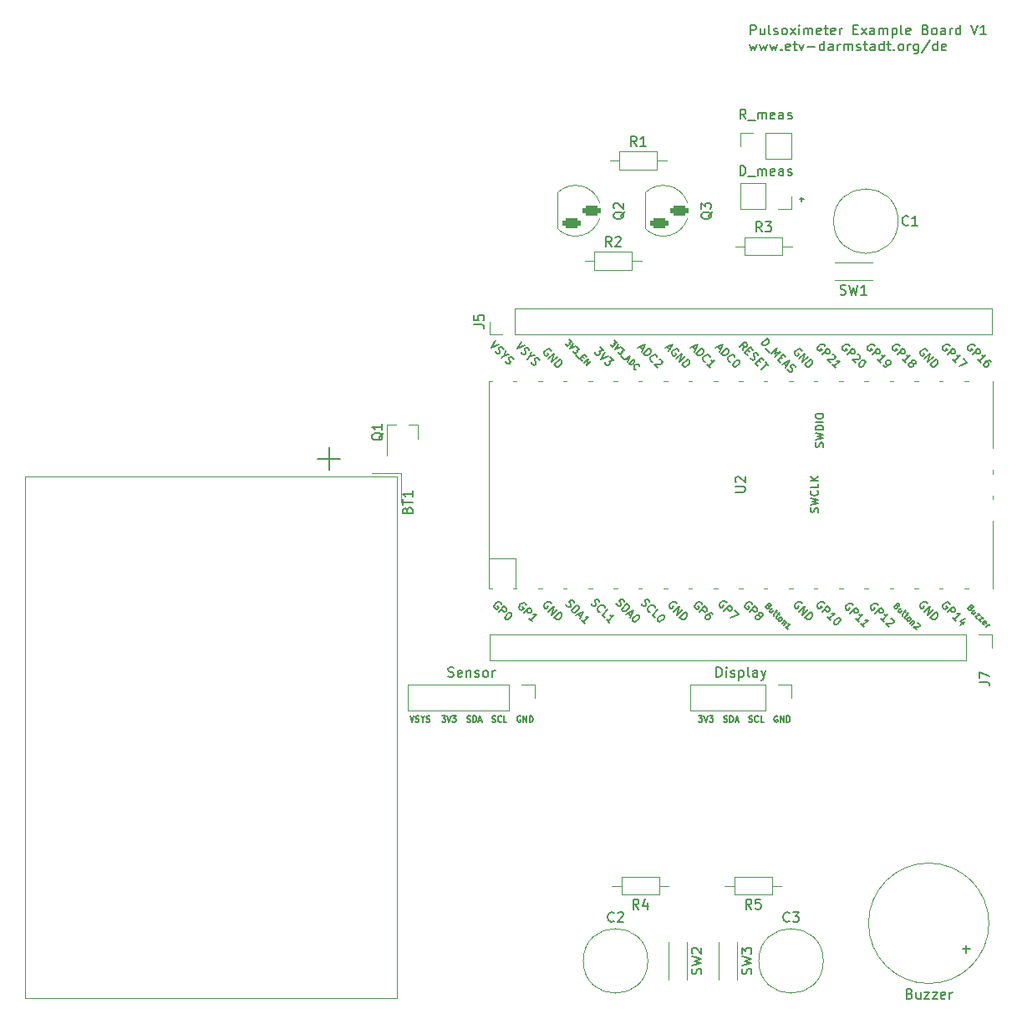
<source format=gto>
G04 #@! TF.GenerationSoftware,KiCad,Pcbnew,7.0.7*
G04 #@! TF.CreationDate,2023-09-14T12:08:29+02:00*
G04 #@! TF.ProjectId,pulsoximeter,70756c73-6f78-4696-9d65-7465722e6b69,rev?*
G04 #@! TF.SameCoordinates,Original*
G04 #@! TF.FileFunction,Legend,Top*
G04 #@! TF.FilePolarity,Positive*
%FSLAX46Y46*%
G04 Gerber Fmt 4.6, Leading zero omitted, Abs format (unit mm)*
G04 Created by KiCad (PCBNEW 7.0.7) date 2023-09-14 12:08:29*
%MOMM*%
%LPD*%
G01*
G04 APERTURE LIST*
G04 Aperture macros list*
%AMRoundRect*
0 Rectangle with rounded corners*
0 $1 Rounding radius*
0 $2 $3 $4 $5 $6 $7 $8 $9 X,Y pos of 4 corners*
0 Add a 4 corners polygon primitive as box body*
4,1,4,$2,$3,$4,$5,$6,$7,$8,$9,$2,$3,0*
0 Add four circle primitives for the rounded corners*
1,1,$1+$1,$2,$3*
1,1,$1+$1,$4,$5*
1,1,$1+$1,$6,$7*
1,1,$1+$1,$8,$9*
0 Add four rect primitives between the rounded corners*
20,1,$1+$1,$2,$3,$4,$5,0*
20,1,$1+$1,$4,$5,$6,$7,0*
20,1,$1+$1,$6,$7,$8,$9,0*
20,1,$1+$1,$8,$9,$2,$3,0*%
G04 Aperture macros list end*
%ADD10C,0.150000*%
%ADD11C,0.120000*%
%ADD12R,1.700000X1.700000*%
%ADD13O,1.700000X1.700000*%
%ADD14C,1.400000*%
%ADD15O,1.400000X1.400000*%
%ADD16C,1.600000*%
%ADD17R,0.800000X1.900000*%
%ADD18O,1.800000X1.800000*%
%ADD19O,1.500000X1.500000*%
%ADD20R,1.700000X3.500000*%
%ADD21R,1.800000X1.100000*%
%ADD22RoundRect,0.275000X-0.625000X0.275000X-0.625000X-0.275000X0.625000X-0.275000X0.625000X0.275000X0*%
%ADD23R,2.000000X2.000000*%
%ADD24C,2.000000*%
%ADD25C,3.450000*%
%ADD26R,3.000000X3.000000*%
%ADD27C,3.000000*%
G04 APERTURE END LIST*
D10*
X121526541Y-68905200D02*
X121983684Y-68905200D01*
X121755112Y-69133771D02*
X121755112Y-68676628D01*
X119300826Y-121267342D02*
X119243684Y-121238771D01*
X119243684Y-121238771D02*
X119157969Y-121238771D01*
X119157969Y-121238771D02*
X119072255Y-121267342D01*
X119072255Y-121267342D02*
X119015112Y-121324485D01*
X119015112Y-121324485D02*
X118986541Y-121381628D01*
X118986541Y-121381628D02*
X118957969Y-121495914D01*
X118957969Y-121495914D02*
X118957969Y-121581628D01*
X118957969Y-121581628D02*
X118986541Y-121695914D01*
X118986541Y-121695914D02*
X119015112Y-121753057D01*
X119015112Y-121753057D02*
X119072255Y-121810200D01*
X119072255Y-121810200D02*
X119157969Y-121838771D01*
X119157969Y-121838771D02*
X119215112Y-121838771D01*
X119215112Y-121838771D02*
X119300826Y-121810200D01*
X119300826Y-121810200D02*
X119329398Y-121781628D01*
X119329398Y-121781628D02*
X119329398Y-121581628D01*
X119329398Y-121581628D02*
X119215112Y-121581628D01*
X119586541Y-121838771D02*
X119586541Y-121238771D01*
X119586541Y-121238771D02*
X119929398Y-121838771D01*
X119929398Y-121838771D02*
X119929398Y-121238771D01*
X120215112Y-121838771D02*
X120215112Y-121238771D01*
X120215112Y-121238771D02*
X120357969Y-121238771D01*
X120357969Y-121238771D02*
X120443683Y-121267342D01*
X120443683Y-121267342D02*
X120500826Y-121324485D01*
X120500826Y-121324485D02*
X120529397Y-121381628D01*
X120529397Y-121381628D02*
X120557969Y-121495914D01*
X120557969Y-121495914D02*
X120557969Y-121581628D01*
X120557969Y-121581628D02*
X120529397Y-121695914D01*
X120529397Y-121695914D02*
X120500826Y-121753057D01*
X120500826Y-121753057D02*
X120443683Y-121810200D01*
X120443683Y-121810200D02*
X120357969Y-121838771D01*
X120357969Y-121838771D02*
X120215112Y-121838771D01*
X113877969Y-121810200D02*
X113963684Y-121838771D01*
X113963684Y-121838771D02*
X114106541Y-121838771D01*
X114106541Y-121838771D02*
X114163684Y-121810200D01*
X114163684Y-121810200D02*
X114192255Y-121781628D01*
X114192255Y-121781628D02*
X114220826Y-121724485D01*
X114220826Y-121724485D02*
X114220826Y-121667342D01*
X114220826Y-121667342D02*
X114192255Y-121610200D01*
X114192255Y-121610200D02*
X114163684Y-121581628D01*
X114163684Y-121581628D02*
X114106541Y-121553057D01*
X114106541Y-121553057D02*
X113992255Y-121524485D01*
X113992255Y-121524485D02*
X113935112Y-121495914D01*
X113935112Y-121495914D02*
X113906541Y-121467342D01*
X113906541Y-121467342D02*
X113877969Y-121410200D01*
X113877969Y-121410200D02*
X113877969Y-121353057D01*
X113877969Y-121353057D02*
X113906541Y-121295914D01*
X113906541Y-121295914D02*
X113935112Y-121267342D01*
X113935112Y-121267342D02*
X113992255Y-121238771D01*
X113992255Y-121238771D02*
X114135112Y-121238771D01*
X114135112Y-121238771D02*
X114220826Y-121267342D01*
X114477970Y-121838771D02*
X114477970Y-121238771D01*
X114477970Y-121238771D02*
X114620827Y-121238771D01*
X114620827Y-121238771D02*
X114706541Y-121267342D01*
X114706541Y-121267342D02*
X114763684Y-121324485D01*
X114763684Y-121324485D02*
X114792255Y-121381628D01*
X114792255Y-121381628D02*
X114820827Y-121495914D01*
X114820827Y-121495914D02*
X114820827Y-121581628D01*
X114820827Y-121581628D02*
X114792255Y-121695914D01*
X114792255Y-121695914D02*
X114763684Y-121753057D01*
X114763684Y-121753057D02*
X114706541Y-121810200D01*
X114706541Y-121810200D02*
X114620827Y-121838771D01*
X114620827Y-121838771D02*
X114477970Y-121838771D01*
X115049398Y-121667342D02*
X115335113Y-121667342D01*
X114992255Y-121838771D02*
X115192255Y-121238771D01*
X115192255Y-121238771D02*
X115392255Y-121838771D01*
X111309398Y-121238771D02*
X111680826Y-121238771D01*
X111680826Y-121238771D02*
X111480826Y-121467342D01*
X111480826Y-121467342D02*
X111566541Y-121467342D01*
X111566541Y-121467342D02*
X111623684Y-121495914D01*
X111623684Y-121495914D02*
X111652255Y-121524485D01*
X111652255Y-121524485D02*
X111680826Y-121581628D01*
X111680826Y-121581628D02*
X111680826Y-121724485D01*
X111680826Y-121724485D02*
X111652255Y-121781628D01*
X111652255Y-121781628D02*
X111623684Y-121810200D01*
X111623684Y-121810200D02*
X111566541Y-121838771D01*
X111566541Y-121838771D02*
X111395112Y-121838771D01*
X111395112Y-121838771D02*
X111337969Y-121810200D01*
X111337969Y-121810200D02*
X111309398Y-121781628D01*
X111852255Y-121238771D02*
X112052255Y-121838771D01*
X112052255Y-121838771D02*
X112252255Y-121238771D01*
X112395113Y-121238771D02*
X112766541Y-121238771D01*
X112766541Y-121238771D02*
X112566541Y-121467342D01*
X112566541Y-121467342D02*
X112652256Y-121467342D01*
X112652256Y-121467342D02*
X112709399Y-121495914D01*
X112709399Y-121495914D02*
X112737970Y-121524485D01*
X112737970Y-121524485D02*
X112766541Y-121581628D01*
X112766541Y-121581628D02*
X112766541Y-121724485D01*
X112766541Y-121724485D02*
X112737970Y-121781628D01*
X112737970Y-121781628D02*
X112709399Y-121810200D01*
X112709399Y-121810200D02*
X112652256Y-121838771D01*
X112652256Y-121838771D02*
X112480827Y-121838771D01*
X112480827Y-121838771D02*
X112423684Y-121810200D01*
X112423684Y-121810200D02*
X112395113Y-121781628D01*
X116417969Y-121810200D02*
X116503684Y-121838771D01*
X116503684Y-121838771D02*
X116646541Y-121838771D01*
X116646541Y-121838771D02*
X116703684Y-121810200D01*
X116703684Y-121810200D02*
X116732255Y-121781628D01*
X116732255Y-121781628D02*
X116760826Y-121724485D01*
X116760826Y-121724485D02*
X116760826Y-121667342D01*
X116760826Y-121667342D02*
X116732255Y-121610200D01*
X116732255Y-121610200D02*
X116703684Y-121581628D01*
X116703684Y-121581628D02*
X116646541Y-121553057D01*
X116646541Y-121553057D02*
X116532255Y-121524485D01*
X116532255Y-121524485D02*
X116475112Y-121495914D01*
X116475112Y-121495914D02*
X116446541Y-121467342D01*
X116446541Y-121467342D02*
X116417969Y-121410200D01*
X116417969Y-121410200D02*
X116417969Y-121353057D01*
X116417969Y-121353057D02*
X116446541Y-121295914D01*
X116446541Y-121295914D02*
X116475112Y-121267342D01*
X116475112Y-121267342D02*
X116532255Y-121238771D01*
X116532255Y-121238771D02*
X116675112Y-121238771D01*
X116675112Y-121238771D02*
X116760826Y-121267342D01*
X117360827Y-121781628D02*
X117332255Y-121810200D01*
X117332255Y-121810200D02*
X117246541Y-121838771D01*
X117246541Y-121838771D02*
X117189398Y-121838771D01*
X117189398Y-121838771D02*
X117103684Y-121810200D01*
X117103684Y-121810200D02*
X117046541Y-121753057D01*
X117046541Y-121753057D02*
X117017970Y-121695914D01*
X117017970Y-121695914D02*
X116989398Y-121581628D01*
X116989398Y-121581628D02*
X116989398Y-121495914D01*
X116989398Y-121495914D02*
X117017970Y-121381628D01*
X117017970Y-121381628D02*
X117046541Y-121324485D01*
X117046541Y-121324485D02*
X117103684Y-121267342D01*
X117103684Y-121267342D02*
X117189398Y-121238771D01*
X117189398Y-121238771D02*
X117246541Y-121238771D01*
X117246541Y-121238771D02*
X117332255Y-121267342D01*
X117332255Y-121267342D02*
X117360827Y-121295914D01*
X117903684Y-121838771D02*
X117617970Y-121838771D01*
X117617970Y-121838771D02*
X117617970Y-121238771D01*
X93265826Y-121267342D02*
X93208684Y-121238771D01*
X93208684Y-121238771D02*
X93122969Y-121238771D01*
X93122969Y-121238771D02*
X93037255Y-121267342D01*
X93037255Y-121267342D02*
X92980112Y-121324485D01*
X92980112Y-121324485D02*
X92951541Y-121381628D01*
X92951541Y-121381628D02*
X92922969Y-121495914D01*
X92922969Y-121495914D02*
X92922969Y-121581628D01*
X92922969Y-121581628D02*
X92951541Y-121695914D01*
X92951541Y-121695914D02*
X92980112Y-121753057D01*
X92980112Y-121753057D02*
X93037255Y-121810200D01*
X93037255Y-121810200D02*
X93122969Y-121838771D01*
X93122969Y-121838771D02*
X93180112Y-121838771D01*
X93180112Y-121838771D02*
X93265826Y-121810200D01*
X93265826Y-121810200D02*
X93294398Y-121781628D01*
X93294398Y-121781628D02*
X93294398Y-121581628D01*
X93294398Y-121581628D02*
X93180112Y-121581628D01*
X93551541Y-121838771D02*
X93551541Y-121238771D01*
X93551541Y-121238771D02*
X93894398Y-121838771D01*
X93894398Y-121838771D02*
X93894398Y-121238771D01*
X94180112Y-121838771D02*
X94180112Y-121238771D01*
X94180112Y-121238771D02*
X94322969Y-121238771D01*
X94322969Y-121238771D02*
X94408683Y-121267342D01*
X94408683Y-121267342D02*
X94465826Y-121324485D01*
X94465826Y-121324485D02*
X94494397Y-121381628D01*
X94494397Y-121381628D02*
X94522969Y-121495914D01*
X94522969Y-121495914D02*
X94522969Y-121581628D01*
X94522969Y-121581628D02*
X94494397Y-121695914D01*
X94494397Y-121695914D02*
X94465826Y-121753057D01*
X94465826Y-121753057D02*
X94408683Y-121810200D01*
X94408683Y-121810200D02*
X94322969Y-121838771D01*
X94322969Y-121838771D02*
X94180112Y-121838771D01*
X90382969Y-121810200D02*
X90468684Y-121838771D01*
X90468684Y-121838771D02*
X90611541Y-121838771D01*
X90611541Y-121838771D02*
X90668684Y-121810200D01*
X90668684Y-121810200D02*
X90697255Y-121781628D01*
X90697255Y-121781628D02*
X90725826Y-121724485D01*
X90725826Y-121724485D02*
X90725826Y-121667342D01*
X90725826Y-121667342D02*
X90697255Y-121610200D01*
X90697255Y-121610200D02*
X90668684Y-121581628D01*
X90668684Y-121581628D02*
X90611541Y-121553057D01*
X90611541Y-121553057D02*
X90497255Y-121524485D01*
X90497255Y-121524485D02*
X90440112Y-121495914D01*
X90440112Y-121495914D02*
X90411541Y-121467342D01*
X90411541Y-121467342D02*
X90382969Y-121410200D01*
X90382969Y-121410200D02*
X90382969Y-121353057D01*
X90382969Y-121353057D02*
X90411541Y-121295914D01*
X90411541Y-121295914D02*
X90440112Y-121267342D01*
X90440112Y-121267342D02*
X90497255Y-121238771D01*
X90497255Y-121238771D02*
X90640112Y-121238771D01*
X90640112Y-121238771D02*
X90725826Y-121267342D01*
X91325827Y-121781628D02*
X91297255Y-121810200D01*
X91297255Y-121810200D02*
X91211541Y-121838771D01*
X91211541Y-121838771D02*
X91154398Y-121838771D01*
X91154398Y-121838771D02*
X91068684Y-121810200D01*
X91068684Y-121810200D02*
X91011541Y-121753057D01*
X91011541Y-121753057D02*
X90982970Y-121695914D01*
X90982970Y-121695914D02*
X90954398Y-121581628D01*
X90954398Y-121581628D02*
X90954398Y-121495914D01*
X90954398Y-121495914D02*
X90982970Y-121381628D01*
X90982970Y-121381628D02*
X91011541Y-121324485D01*
X91011541Y-121324485D02*
X91068684Y-121267342D01*
X91068684Y-121267342D02*
X91154398Y-121238771D01*
X91154398Y-121238771D02*
X91211541Y-121238771D01*
X91211541Y-121238771D02*
X91297255Y-121267342D01*
X91297255Y-121267342D02*
X91325827Y-121295914D01*
X91868684Y-121838771D02*
X91582970Y-121838771D01*
X91582970Y-121838771D02*
X91582970Y-121238771D01*
X87842969Y-121810200D02*
X87928684Y-121838771D01*
X87928684Y-121838771D02*
X88071541Y-121838771D01*
X88071541Y-121838771D02*
X88128684Y-121810200D01*
X88128684Y-121810200D02*
X88157255Y-121781628D01*
X88157255Y-121781628D02*
X88185826Y-121724485D01*
X88185826Y-121724485D02*
X88185826Y-121667342D01*
X88185826Y-121667342D02*
X88157255Y-121610200D01*
X88157255Y-121610200D02*
X88128684Y-121581628D01*
X88128684Y-121581628D02*
X88071541Y-121553057D01*
X88071541Y-121553057D02*
X87957255Y-121524485D01*
X87957255Y-121524485D02*
X87900112Y-121495914D01*
X87900112Y-121495914D02*
X87871541Y-121467342D01*
X87871541Y-121467342D02*
X87842969Y-121410200D01*
X87842969Y-121410200D02*
X87842969Y-121353057D01*
X87842969Y-121353057D02*
X87871541Y-121295914D01*
X87871541Y-121295914D02*
X87900112Y-121267342D01*
X87900112Y-121267342D02*
X87957255Y-121238771D01*
X87957255Y-121238771D02*
X88100112Y-121238771D01*
X88100112Y-121238771D02*
X88185826Y-121267342D01*
X88442970Y-121838771D02*
X88442970Y-121238771D01*
X88442970Y-121238771D02*
X88585827Y-121238771D01*
X88585827Y-121238771D02*
X88671541Y-121267342D01*
X88671541Y-121267342D02*
X88728684Y-121324485D01*
X88728684Y-121324485D02*
X88757255Y-121381628D01*
X88757255Y-121381628D02*
X88785827Y-121495914D01*
X88785827Y-121495914D02*
X88785827Y-121581628D01*
X88785827Y-121581628D02*
X88757255Y-121695914D01*
X88757255Y-121695914D02*
X88728684Y-121753057D01*
X88728684Y-121753057D02*
X88671541Y-121810200D01*
X88671541Y-121810200D02*
X88585827Y-121838771D01*
X88585827Y-121838771D02*
X88442970Y-121838771D01*
X89014398Y-121667342D02*
X89300113Y-121667342D01*
X88957255Y-121838771D02*
X89157255Y-121238771D01*
X89157255Y-121238771D02*
X89357255Y-121838771D01*
X85274398Y-121238771D02*
X85645826Y-121238771D01*
X85645826Y-121238771D02*
X85445826Y-121467342D01*
X85445826Y-121467342D02*
X85531541Y-121467342D01*
X85531541Y-121467342D02*
X85588684Y-121495914D01*
X85588684Y-121495914D02*
X85617255Y-121524485D01*
X85617255Y-121524485D02*
X85645826Y-121581628D01*
X85645826Y-121581628D02*
X85645826Y-121724485D01*
X85645826Y-121724485D02*
X85617255Y-121781628D01*
X85617255Y-121781628D02*
X85588684Y-121810200D01*
X85588684Y-121810200D02*
X85531541Y-121838771D01*
X85531541Y-121838771D02*
X85360112Y-121838771D01*
X85360112Y-121838771D02*
X85302969Y-121810200D01*
X85302969Y-121810200D02*
X85274398Y-121781628D01*
X85817255Y-121238771D02*
X86017255Y-121838771D01*
X86017255Y-121838771D02*
X86217255Y-121238771D01*
X86360113Y-121238771D02*
X86731541Y-121238771D01*
X86731541Y-121238771D02*
X86531541Y-121467342D01*
X86531541Y-121467342D02*
X86617256Y-121467342D01*
X86617256Y-121467342D02*
X86674399Y-121495914D01*
X86674399Y-121495914D02*
X86702970Y-121524485D01*
X86702970Y-121524485D02*
X86731541Y-121581628D01*
X86731541Y-121581628D02*
X86731541Y-121724485D01*
X86731541Y-121724485D02*
X86702970Y-121781628D01*
X86702970Y-121781628D02*
X86674399Y-121810200D01*
X86674399Y-121810200D02*
X86617256Y-121838771D01*
X86617256Y-121838771D02*
X86445827Y-121838771D01*
X86445827Y-121838771D02*
X86388684Y-121810200D01*
X86388684Y-121810200D02*
X86360113Y-121781628D01*
X82070826Y-121238771D02*
X82270826Y-121838771D01*
X82270826Y-121838771D02*
X82470826Y-121238771D01*
X82642255Y-121810200D02*
X82727970Y-121838771D01*
X82727970Y-121838771D02*
X82870827Y-121838771D01*
X82870827Y-121838771D02*
X82927970Y-121810200D01*
X82927970Y-121810200D02*
X82956541Y-121781628D01*
X82956541Y-121781628D02*
X82985112Y-121724485D01*
X82985112Y-121724485D02*
X82985112Y-121667342D01*
X82985112Y-121667342D02*
X82956541Y-121610200D01*
X82956541Y-121610200D02*
X82927970Y-121581628D01*
X82927970Y-121581628D02*
X82870827Y-121553057D01*
X82870827Y-121553057D02*
X82756541Y-121524485D01*
X82756541Y-121524485D02*
X82699398Y-121495914D01*
X82699398Y-121495914D02*
X82670827Y-121467342D01*
X82670827Y-121467342D02*
X82642255Y-121410200D01*
X82642255Y-121410200D02*
X82642255Y-121353057D01*
X82642255Y-121353057D02*
X82670827Y-121295914D01*
X82670827Y-121295914D02*
X82699398Y-121267342D01*
X82699398Y-121267342D02*
X82756541Y-121238771D01*
X82756541Y-121238771D02*
X82899398Y-121238771D01*
X82899398Y-121238771D02*
X82985112Y-121267342D01*
X83356541Y-121553057D02*
X83356541Y-121838771D01*
X83156541Y-121238771D02*
X83356541Y-121553057D01*
X83356541Y-121553057D02*
X83556541Y-121238771D01*
X83727970Y-121810200D02*
X83813685Y-121838771D01*
X83813685Y-121838771D02*
X83956542Y-121838771D01*
X83956542Y-121838771D02*
X84013685Y-121810200D01*
X84013685Y-121810200D02*
X84042256Y-121781628D01*
X84042256Y-121781628D02*
X84070827Y-121724485D01*
X84070827Y-121724485D02*
X84070827Y-121667342D01*
X84070827Y-121667342D02*
X84042256Y-121610200D01*
X84042256Y-121610200D02*
X84013685Y-121581628D01*
X84013685Y-121581628D02*
X83956542Y-121553057D01*
X83956542Y-121553057D02*
X83842256Y-121524485D01*
X83842256Y-121524485D02*
X83785113Y-121495914D01*
X83785113Y-121495914D02*
X83756542Y-121467342D01*
X83756542Y-121467342D02*
X83727970Y-121410200D01*
X83727970Y-121410200D02*
X83727970Y-121353057D01*
X83727970Y-121353057D02*
X83756542Y-121295914D01*
X83756542Y-121295914D02*
X83785113Y-121267342D01*
X83785113Y-121267342D02*
X83842256Y-121238771D01*
X83842256Y-121238771D02*
X83985113Y-121238771D01*
X83985113Y-121238771D02*
X84070827Y-121267342D01*
X116541779Y-52234819D02*
X116541779Y-51234819D01*
X116541779Y-51234819D02*
X116922731Y-51234819D01*
X116922731Y-51234819D02*
X117017969Y-51282438D01*
X117017969Y-51282438D02*
X117065588Y-51330057D01*
X117065588Y-51330057D02*
X117113207Y-51425295D01*
X117113207Y-51425295D02*
X117113207Y-51568152D01*
X117113207Y-51568152D02*
X117065588Y-51663390D01*
X117065588Y-51663390D02*
X117017969Y-51711009D01*
X117017969Y-51711009D02*
X116922731Y-51758628D01*
X116922731Y-51758628D02*
X116541779Y-51758628D01*
X117970350Y-51568152D02*
X117970350Y-52234819D01*
X117541779Y-51568152D02*
X117541779Y-52091961D01*
X117541779Y-52091961D02*
X117589398Y-52187200D01*
X117589398Y-52187200D02*
X117684636Y-52234819D01*
X117684636Y-52234819D02*
X117827493Y-52234819D01*
X117827493Y-52234819D02*
X117922731Y-52187200D01*
X117922731Y-52187200D02*
X117970350Y-52139580D01*
X118589398Y-52234819D02*
X118494160Y-52187200D01*
X118494160Y-52187200D02*
X118446541Y-52091961D01*
X118446541Y-52091961D02*
X118446541Y-51234819D01*
X118922732Y-52187200D02*
X119017970Y-52234819D01*
X119017970Y-52234819D02*
X119208446Y-52234819D01*
X119208446Y-52234819D02*
X119303684Y-52187200D01*
X119303684Y-52187200D02*
X119351303Y-52091961D01*
X119351303Y-52091961D02*
X119351303Y-52044342D01*
X119351303Y-52044342D02*
X119303684Y-51949104D01*
X119303684Y-51949104D02*
X119208446Y-51901485D01*
X119208446Y-51901485D02*
X119065589Y-51901485D01*
X119065589Y-51901485D02*
X118970351Y-51853866D01*
X118970351Y-51853866D02*
X118922732Y-51758628D01*
X118922732Y-51758628D02*
X118922732Y-51711009D01*
X118922732Y-51711009D02*
X118970351Y-51615771D01*
X118970351Y-51615771D02*
X119065589Y-51568152D01*
X119065589Y-51568152D02*
X119208446Y-51568152D01*
X119208446Y-51568152D02*
X119303684Y-51615771D01*
X119922732Y-52234819D02*
X119827494Y-52187200D01*
X119827494Y-52187200D02*
X119779875Y-52139580D01*
X119779875Y-52139580D02*
X119732256Y-52044342D01*
X119732256Y-52044342D02*
X119732256Y-51758628D01*
X119732256Y-51758628D02*
X119779875Y-51663390D01*
X119779875Y-51663390D02*
X119827494Y-51615771D01*
X119827494Y-51615771D02*
X119922732Y-51568152D01*
X119922732Y-51568152D02*
X120065589Y-51568152D01*
X120065589Y-51568152D02*
X120160827Y-51615771D01*
X120160827Y-51615771D02*
X120208446Y-51663390D01*
X120208446Y-51663390D02*
X120256065Y-51758628D01*
X120256065Y-51758628D02*
X120256065Y-52044342D01*
X120256065Y-52044342D02*
X120208446Y-52139580D01*
X120208446Y-52139580D02*
X120160827Y-52187200D01*
X120160827Y-52187200D02*
X120065589Y-52234819D01*
X120065589Y-52234819D02*
X119922732Y-52234819D01*
X120589399Y-52234819D02*
X121113208Y-51568152D01*
X120589399Y-51568152D02*
X121113208Y-52234819D01*
X121494161Y-52234819D02*
X121494161Y-51568152D01*
X121494161Y-51234819D02*
X121446542Y-51282438D01*
X121446542Y-51282438D02*
X121494161Y-51330057D01*
X121494161Y-51330057D02*
X121541780Y-51282438D01*
X121541780Y-51282438D02*
X121494161Y-51234819D01*
X121494161Y-51234819D02*
X121494161Y-51330057D01*
X121970351Y-52234819D02*
X121970351Y-51568152D01*
X121970351Y-51663390D02*
X122017970Y-51615771D01*
X122017970Y-51615771D02*
X122113208Y-51568152D01*
X122113208Y-51568152D02*
X122256065Y-51568152D01*
X122256065Y-51568152D02*
X122351303Y-51615771D01*
X122351303Y-51615771D02*
X122398922Y-51711009D01*
X122398922Y-51711009D02*
X122398922Y-52234819D01*
X122398922Y-51711009D02*
X122446541Y-51615771D01*
X122446541Y-51615771D02*
X122541779Y-51568152D01*
X122541779Y-51568152D02*
X122684636Y-51568152D01*
X122684636Y-51568152D02*
X122779875Y-51615771D01*
X122779875Y-51615771D02*
X122827494Y-51711009D01*
X122827494Y-51711009D02*
X122827494Y-52234819D01*
X123684636Y-52187200D02*
X123589398Y-52234819D01*
X123589398Y-52234819D02*
X123398922Y-52234819D01*
X123398922Y-52234819D02*
X123303684Y-52187200D01*
X123303684Y-52187200D02*
X123256065Y-52091961D01*
X123256065Y-52091961D02*
X123256065Y-51711009D01*
X123256065Y-51711009D02*
X123303684Y-51615771D01*
X123303684Y-51615771D02*
X123398922Y-51568152D01*
X123398922Y-51568152D02*
X123589398Y-51568152D01*
X123589398Y-51568152D02*
X123684636Y-51615771D01*
X123684636Y-51615771D02*
X123732255Y-51711009D01*
X123732255Y-51711009D02*
X123732255Y-51806247D01*
X123732255Y-51806247D02*
X123256065Y-51901485D01*
X124017970Y-51568152D02*
X124398922Y-51568152D01*
X124160827Y-51234819D02*
X124160827Y-52091961D01*
X124160827Y-52091961D02*
X124208446Y-52187200D01*
X124208446Y-52187200D02*
X124303684Y-52234819D01*
X124303684Y-52234819D02*
X124398922Y-52234819D01*
X125113208Y-52187200D02*
X125017970Y-52234819D01*
X125017970Y-52234819D02*
X124827494Y-52234819D01*
X124827494Y-52234819D02*
X124732256Y-52187200D01*
X124732256Y-52187200D02*
X124684637Y-52091961D01*
X124684637Y-52091961D02*
X124684637Y-51711009D01*
X124684637Y-51711009D02*
X124732256Y-51615771D01*
X124732256Y-51615771D02*
X124827494Y-51568152D01*
X124827494Y-51568152D02*
X125017970Y-51568152D01*
X125017970Y-51568152D02*
X125113208Y-51615771D01*
X125113208Y-51615771D02*
X125160827Y-51711009D01*
X125160827Y-51711009D02*
X125160827Y-51806247D01*
X125160827Y-51806247D02*
X124684637Y-51901485D01*
X125589399Y-52234819D02*
X125589399Y-51568152D01*
X125589399Y-51758628D02*
X125637018Y-51663390D01*
X125637018Y-51663390D02*
X125684637Y-51615771D01*
X125684637Y-51615771D02*
X125779875Y-51568152D01*
X125779875Y-51568152D02*
X125875113Y-51568152D01*
X126970352Y-51711009D02*
X127303685Y-51711009D01*
X127446542Y-52234819D02*
X126970352Y-52234819D01*
X126970352Y-52234819D02*
X126970352Y-51234819D01*
X126970352Y-51234819D02*
X127446542Y-51234819D01*
X127779876Y-52234819D02*
X128303685Y-51568152D01*
X127779876Y-51568152D02*
X128303685Y-52234819D01*
X129113209Y-52234819D02*
X129113209Y-51711009D01*
X129113209Y-51711009D02*
X129065590Y-51615771D01*
X129065590Y-51615771D02*
X128970352Y-51568152D01*
X128970352Y-51568152D02*
X128779876Y-51568152D01*
X128779876Y-51568152D02*
X128684638Y-51615771D01*
X129113209Y-52187200D02*
X129017971Y-52234819D01*
X129017971Y-52234819D02*
X128779876Y-52234819D01*
X128779876Y-52234819D02*
X128684638Y-52187200D01*
X128684638Y-52187200D02*
X128637019Y-52091961D01*
X128637019Y-52091961D02*
X128637019Y-51996723D01*
X128637019Y-51996723D02*
X128684638Y-51901485D01*
X128684638Y-51901485D02*
X128779876Y-51853866D01*
X128779876Y-51853866D02*
X129017971Y-51853866D01*
X129017971Y-51853866D02*
X129113209Y-51806247D01*
X129589400Y-52234819D02*
X129589400Y-51568152D01*
X129589400Y-51663390D02*
X129637019Y-51615771D01*
X129637019Y-51615771D02*
X129732257Y-51568152D01*
X129732257Y-51568152D02*
X129875114Y-51568152D01*
X129875114Y-51568152D02*
X129970352Y-51615771D01*
X129970352Y-51615771D02*
X130017971Y-51711009D01*
X130017971Y-51711009D02*
X130017971Y-52234819D01*
X130017971Y-51711009D02*
X130065590Y-51615771D01*
X130065590Y-51615771D02*
X130160828Y-51568152D01*
X130160828Y-51568152D02*
X130303685Y-51568152D01*
X130303685Y-51568152D02*
X130398924Y-51615771D01*
X130398924Y-51615771D02*
X130446543Y-51711009D01*
X130446543Y-51711009D02*
X130446543Y-52234819D01*
X130922733Y-51568152D02*
X130922733Y-52568152D01*
X130922733Y-51615771D02*
X131017971Y-51568152D01*
X131017971Y-51568152D02*
X131208447Y-51568152D01*
X131208447Y-51568152D02*
X131303685Y-51615771D01*
X131303685Y-51615771D02*
X131351304Y-51663390D01*
X131351304Y-51663390D02*
X131398923Y-51758628D01*
X131398923Y-51758628D02*
X131398923Y-52044342D01*
X131398923Y-52044342D02*
X131351304Y-52139580D01*
X131351304Y-52139580D02*
X131303685Y-52187200D01*
X131303685Y-52187200D02*
X131208447Y-52234819D01*
X131208447Y-52234819D02*
X131017971Y-52234819D01*
X131017971Y-52234819D02*
X130922733Y-52187200D01*
X131970352Y-52234819D02*
X131875114Y-52187200D01*
X131875114Y-52187200D02*
X131827495Y-52091961D01*
X131827495Y-52091961D02*
X131827495Y-51234819D01*
X132732257Y-52187200D02*
X132637019Y-52234819D01*
X132637019Y-52234819D02*
X132446543Y-52234819D01*
X132446543Y-52234819D02*
X132351305Y-52187200D01*
X132351305Y-52187200D02*
X132303686Y-52091961D01*
X132303686Y-52091961D02*
X132303686Y-51711009D01*
X132303686Y-51711009D02*
X132351305Y-51615771D01*
X132351305Y-51615771D02*
X132446543Y-51568152D01*
X132446543Y-51568152D02*
X132637019Y-51568152D01*
X132637019Y-51568152D02*
X132732257Y-51615771D01*
X132732257Y-51615771D02*
X132779876Y-51711009D01*
X132779876Y-51711009D02*
X132779876Y-51806247D01*
X132779876Y-51806247D02*
X132303686Y-51901485D01*
X134303686Y-51711009D02*
X134446543Y-51758628D01*
X134446543Y-51758628D02*
X134494162Y-51806247D01*
X134494162Y-51806247D02*
X134541781Y-51901485D01*
X134541781Y-51901485D02*
X134541781Y-52044342D01*
X134541781Y-52044342D02*
X134494162Y-52139580D01*
X134494162Y-52139580D02*
X134446543Y-52187200D01*
X134446543Y-52187200D02*
X134351305Y-52234819D01*
X134351305Y-52234819D02*
X133970353Y-52234819D01*
X133970353Y-52234819D02*
X133970353Y-51234819D01*
X133970353Y-51234819D02*
X134303686Y-51234819D01*
X134303686Y-51234819D02*
X134398924Y-51282438D01*
X134398924Y-51282438D02*
X134446543Y-51330057D01*
X134446543Y-51330057D02*
X134494162Y-51425295D01*
X134494162Y-51425295D02*
X134494162Y-51520533D01*
X134494162Y-51520533D02*
X134446543Y-51615771D01*
X134446543Y-51615771D02*
X134398924Y-51663390D01*
X134398924Y-51663390D02*
X134303686Y-51711009D01*
X134303686Y-51711009D02*
X133970353Y-51711009D01*
X135113210Y-52234819D02*
X135017972Y-52187200D01*
X135017972Y-52187200D02*
X134970353Y-52139580D01*
X134970353Y-52139580D02*
X134922734Y-52044342D01*
X134922734Y-52044342D02*
X134922734Y-51758628D01*
X134922734Y-51758628D02*
X134970353Y-51663390D01*
X134970353Y-51663390D02*
X135017972Y-51615771D01*
X135017972Y-51615771D02*
X135113210Y-51568152D01*
X135113210Y-51568152D02*
X135256067Y-51568152D01*
X135256067Y-51568152D02*
X135351305Y-51615771D01*
X135351305Y-51615771D02*
X135398924Y-51663390D01*
X135398924Y-51663390D02*
X135446543Y-51758628D01*
X135446543Y-51758628D02*
X135446543Y-52044342D01*
X135446543Y-52044342D02*
X135398924Y-52139580D01*
X135398924Y-52139580D02*
X135351305Y-52187200D01*
X135351305Y-52187200D02*
X135256067Y-52234819D01*
X135256067Y-52234819D02*
X135113210Y-52234819D01*
X136303686Y-52234819D02*
X136303686Y-51711009D01*
X136303686Y-51711009D02*
X136256067Y-51615771D01*
X136256067Y-51615771D02*
X136160829Y-51568152D01*
X136160829Y-51568152D02*
X135970353Y-51568152D01*
X135970353Y-51568152D02*
X135875115Y-51615771D01*
X136303686Y-52187200D02*
X136208448Y-52234819D01*
X136208448Y-52234819D02*
X135970353Y-52234819D01*
X135970353Y-52234819D02*
X135875115Y-52187200D01*
X135875115Y-52187200D02*
X135827496Y-52091961D01*
X135827496Y-52091961D02*
X135827496Y-51996723D01*
X135827496Y-51996723D02*
X135875115Y-51901485D01*
X135875115Y-51901485D02*
X135970353Y-51853866D01*
X135970353Y-51853866D02*
X136208448Y-51853866D01*
X136208448Y-51853866D02*
X136303686Y-51806247D01*
X136779877Y-52234819D02*
X136779877Y-51568152D01*
X136779877Y-51758628D02*
X136827496Y-51663390D01*
X136827496Y-51663390D02*
X136875115Y-51615771D01*
X136875115Y-51615771D02*
X136970353Y-51568152D01*
X136970353Y-51568152D02*
X137065591Y-51568152D01*
X137827496Y-52234819D02*
X137827496Y-51234819D01*
X137827496Y-52187200D02*
X137732258Y-52234819D01*
X137732258Y-52234819D02*
X137541782Y-52234819D01*
X137541782Y-52234819D02*
X137446544Y-52187200D01*
X137446544Y-52187200D02*
X137398925Y-52139580D01*
X137398925Y-52139580D02*
X137351306Y-52044342D01*
X137351306Y-52044342D02*
X137351306Y-51758628D01*
X137351306Y-51758628D02*
X137398925Y-51663390D01*
X137398925Y-51663390D02*
X137446544Y-51615771D01*
X137446544Y-51615771D02*
X137541782Y-51568152D01*
X137541782Y-51568152D02*
X137732258Y-51568152D01*
X137732258Y-51568152D02*
X137827496Y-51615771D01*
X138922735Y-51234819D02*
X139256068Y-52234819D01*
X139256068Y-52234819D02*
X139589401Y-51234819D01*
X140446544Y-52234819D02*
X139875116Y-52234819D01*
X140160830Y-52234819D02*
X140160830Y-51234819D01*
X140160830Y-51234819D02*
X140065592Y-51377676D01*
X140065592Y-51377676D02*
X139970354Y-51472914D01*
X139970354Y-51472914D02*
X139875116Y-51520533D01*
X116446541Y-53178152D02*
X116637017Y-53844819D01*
X116637017Y-53844819D02*
X116827493Y-53368628D01*
X116827493Y-53368628D02*
X117017969Y-53844819D01*
X117017969Y-53844819D02*
X117208445Y-53178152D01*
X117494160Y-53178152D02*
X117684636Y-53844819D01*
X117684636Y-53844819D02*
X117875112Y-53368628D01*
X117875112Y-53368628D02*
X118065588Y-53844819D01*
X118065588Y-53844819D02*
X118256064Y-53178152D01*
X118541779Y-53178152D02*
X118732255Y-53844819D01*
X118732255Y-53844819D02*
X118922731Y-53368628D01*
X118922731Y-53368628D02*
X119113207Y-53844819D01*
X119113207Y-53844819D02*
X119303683Y-53178152D01*
X119684636Y-53749580D02*
X119732255Y-53797200D01*
X119732255Y-53797200D02*
X119684636Y-53844819D01*
X119684636Y-53844819D02*
X119637017Y-53797200D01*
X119637017Y-53797200D02*
X119684636Y-53749580D01*
X119684636Y-53749580D02*
X119684636Y-53844819D01*
X120541778Y-53797200D02*
X120446540Y-53844819D01*
X120446540Y-53844819D02*
X120256064Y-53844819D01*
X120256064Y-53844819D02*
X120160826Y-53797200D01*
X120160826Y-53797200D02*
X120113207Y-53701961D01*
X120113207Y-53701961D02*
X120113207Y-53321009D01*
X120113207Y-53321009D02*
X120160826Y-53225771D01*
X120160826Y-53225771D02*
X120256064Y-53178152D01*
X120256064Y-53178152D02*
X120446540Y-53178152D01*
X120446540Y-53178152D02*
X120541778Y-53225771D01*
X120541778Y-53225771D02*
X120589397Y-53321009D01*
X120589397Y-53321009D02*
X120589397Y-53416247D01*
X120589397Y-53416247D02*
X120113207Y-53511485D01*
X120875112Y-53178152D02*
X121256064Y-53178152D01*
X121017969Y-52844819D02*
X121017969Y-53701961D01*
X121017969Y-53701961D02*
X121065588Y-53797200D01*
X121065588Y-53797200D02*
X121160826Y-53844819D01*
X121160826Y-53844819D02*
X121256064Y-53844819D01*
X121494160Y-53178152D02*
X121732255Y-53844819D01*
X121732255Y-53844819D02*
X121970350Y-53178152D01*
X122351303Y-53463866D02*
X123113208Y-53463866D01*
X124017969Y-53844819D02*
X124017969Y-52844819D01*
X124017969Y-53797200D02*
X123922731Y-53844819D01*
X123922731Y-53844819D02*
X123732255Y-53844819D01*
X123732255Y-53844819D02*
X123637017Y-53797200D01*
X123637017Y-53797200D02*
X123589398Y-53749580D01*
X123589398Y-53749580D02*
X123541779Y-53654342D01*
X123541779Y-53654342D02*
X123541779Y-53368628D01*
X123541779Y-53368628D02*
X123589398Y-53273390D01*
X123589398Y-53273390D02*
X123637017Y-53225771D01*
X123637017Y-53225771D02*
X123732255Y-53178152D01*
X123732255Y-53178152D02*
X123922731Y-53178152D01*
X123922731Y-53178152D02*
X124017969Y-53225771D01*
X124922731Y-53844819D02*
X124922731Y-53321009D01*
X124922731Y-53321009D02*
X124875112Y-53225771D01*
X124875112Y-53225771D02*
X124779874Y-53178152D01*
X124779874Y-53178152D02*
X124589398Y-53178152D01*
X124589398Y-53178152D02*
X124494160Y-53225771D01*
X124922731Y-53797200D02*
X124827493Y-53844819D01*
X124827493Y-53844819D02*
X124589398Y-53844819D01*
X124589398Y-53844819D02*
X124494160Y-53797200D01*
X124494160Y-53797200D02*
X124446541Y-53701961D01*
X124446541Y-53701961D02*
X124446541Y-53606723D01*
X124446541Y-53606723D02*
X124494160Y-53511485D01*
X124494160Y-53511485D02*
X124589398Y-53463866D01*
X124589398Y-53463866D02*
X124827493Y-53463866D01*
X124827493Y-53463866D02*
X124922731Y-53416247D01*
X125398922Y-53844819D02*
X125398922Y-53178152D01*
X125398922Y-53368628D02*
X125446541Y-53273390D01*
X125446541Y-53273390D02*
X125494160Y-53225771D01*
X125494160Y-53225771D02*
X125589398Y-53178152D01*
X125589398Y-53178152D02*
X125684636Y-53178152D01*
X126017970Y-53844819D02*
X126017970Y-53178152D01*
X126017970Y-53273390D02*
X126065589Y-53225771D01*
X126065589Y-53225771D02*
X126160827Y-53178152D01*
X126160827Y-53178152D02*
X126303684Y-53178152D01*
X126303684Y-53178152D02*
X126398922Y-53225771D01*
X126398922Y-53225771D02*
X126446541Y-53321009D01*
X126446541Y-53321009D02*
X126446541Y-53844819D01*
X126446541Y-53321009D02*
X126494160Y-53225771D01*
X126494160Y-53225771D02*
X126589398Y-53178152D01*
X126589398Y-53178152D02*
X126732255Y-53178152D01*
X126732255Y-53178152D02*
X126827494Y-53225771D01*
X126827494Y-53225771D02*
X126875113Y-53321009D01*
X126875113Y-53321009D02*
X126875113Y-53844819D01*
X127303684Y-53797200D02*
X127398922Y-53844819D01*
X127398922Y-53844819D02*
X127589398Y-53844819D01*
X127589398Y-53844819D02*
X127684636Y-53797200D01*
X127684636Y-53797200D02*
X127732255Y-53701961D01*
X127732255Y-53701961D02*
X127732255Y-53654342D01*
X127732255Y-53654342D02*
X127684636Y-53559104D01*
X127684636Y-53559104D02*
X127589398Y-53511485D01*
X127589398Y-53511485D02*
X127446541Y-53511485D01*
X127446541Y-53511485D02*
X127351303Y-53463866D01*
X127351303Y-53463866D02*
X127303684Y-53368628D01*
X127303684Y-53368628D02*
X127303684Y-53321009D01*
X127303684Y-53321009D02*
X127351303Y-53225771D01*
X127351303Y-53225771D02*
X127446541Y-53178152D01*
X127446541Y-53178152D02*
X127589398Y-53178152D01*
X127589398Y-53178152D02*
X127684636Y-53225771D01*
X128017970Y-53178152D02*
X128398922Y-53178152D01*
X128160827Y-52844819D02*
X128160827Y-53701961D01*
X128160827Y-53701961D02*
X128208446Y-53797200D01*
X128208446Y-53797200D02*
X128303684Y-53844819D01*
X128303684Y-53844819D02*
X128398922Y-53844819D01*
X129160827Y-53844819D02*
X129160827Y-53321009D01*
X129160827Y-53321009D02*
X129113208Y-53225771D01*
X129113208Y-53225771D02*
X129017970Y-53178152D01*
X129017970Y-53178152D02*
X128827494Y-53178152D01*
X128827494Y-53178152D02*
X128732256Y-53225771D01*
X129160827Y-53797200D02*
X129065589Y-53844819D01*
X129065589Y-53844819D02*
X128827494Y-53844819D01*
X128827494Y-53844819D02*
X128732256Y-53797200D01*
X128732256Y-53797200D02*
X128684637Y-53701961D01*
X128684637Y-53701961D02*
X128684637Y-53606723D01*
X128684637Y-53606723D02*
X128732256Y-53511485D01*
X128732256Y-53511485D02*
X128827494Y-53463866D01*
X128827494Y-53463866D02*
X129065589Y-53463866D01*
X129065589Y-53463866D02*
X129160827Y-53416247D01*
X130065589Y-53844819D02*
X130065589Y-52844819D01*
X130065589Y-53797200D02*
X129970351Y-53844819D01*
X129970351Y-53844819D02*
X129779875Y-53844819D01*
X129779875Y-53844819D02*
X129684637Y-53797200D01*
X129684637Y-53797200D02*
X129637018Y-53749580D01*
X129637018Y-53749580D02*
X129589399Y-53654342D01*
X129589399Y-53654342D02*
X129589399Y-53368628D01*
X129589399Y-53368628D02*
X129637018Y-53273390D01*
X129637018Y-53273390D02*
X129684637Y-53225771D01*
X129684637Y-53225771D02*
X129779875Y-53178152D01*
X129779875Y-53178152D02*
X129970351Y-53178152D01*
X129970351Y-53178152D02*
X130065589Y-53225771D01*
X130398923Y-53178152D02*
X130779875Y-53178152D01*
X130541780Y-52844819D02*
X130541780Y-53701961D01*
X130541780Y-53701961D02*
X130589399Y-53797200D01*
X130589399Y-53797200D02*
X130684637Y-53844819D01*
X130684637Y-53844819D02*
X130779875Y-53844819D01*
X131113209Y-53749580D02*
X131160828Y-53797200D01*
X131160828Y-53797200D02*
X131113209Y-53844819D01*
X131113209Y-53844819D02*
X131065590Y-53797200D01*
X131065590Y-53797200D02*
X131113209Y-53749580D01*
X131113209Y-53749580D02*
X131113209Y-53844819D01*
X131732256Y-53844819D02*
X131637018Y-53797200D01*
X131637018Y-53797200D02*
X131589399Y-53749580D01*
X131589399Y-53749580D02*
X131541780Y-53654342D01*
X131541780Y-53654342D02*
X131541780Y-53368628D01*
X131541780Y-53368628D02*
X131589399Y-53273390D01*
X131589399Y-53273390D02*
X131637018Y-53225771D01*
X131637018Y-53225771D02*
X131732256Y-53178152D01*
X131732256Y-53178152D02*
X131875113Y-53178152D01*
X131875113Y-53178152D02*
X131970351Y-53225771D01*
X131970351Y-53225771D02*
X132017970Y-53273390D01*
X132017970Y-53273390D02*
X132065589Y-53368628D01*
X132065589Y-53368628D02*
X132065589Y-53654342D01*
X132065589Y-53654342D02*
X132017970Y-53749580D01*
X132017970Y-53749580D02*
X131970351Y-53797200D01*
X131970351Y-53797200D02*
X131875113Y-53844819D01*
X131875113Y-53844819D02*
X131732256Y-53844819D01*
X132494161Y-53844819D02*
X132494161Y-53178152D01*
X132494161Y-53368628D02*
X132541780Y-53273390D01*
X132541780Y-53273390D02*
X132589399Y-53225771D01*
X132589399Y-53225771D02*
X132684637Y-53178152D01*
X132684637Y-53178152D02*
X132779875Y-53178152D01*
X133541780Y-53178152D02*
X133541780Y-53987676D01*
X133541780Y-53987676D02*
X133494161Y-54082914D01*
X133494161Y-54082914D02*
X133446542Y-54130533D01*
X133446542Y-54130533D02*
X133351304Y-54178152D01*
X133351304Y-54178152D02*
X133208447Y-54178152D01*
X133208447Y-54178152D02*
X133113209Y-54130533D01*
X133541780Y-53797200D02*
X133446542Y-53844819D01*
X133446542Y-53844819D02*
X133256066Y-53844819D01*
X133256066Y-53844819D02*
X133160828Y-53797200D01*
X133160828Y-53797200D02*
X133113209Y-53749580D01*
X133113209Y-53749580D02*
X133065590Y-53654342D01*
X133065590Y-53654342D02*
X133065590Y-53368628D01*
X133065590Y-53368628D02*
X133113209Y-53273390D01*
X133113209Y-53273390D02*
X133160828Y-53225771D01*
X133160828Y-53225771D02*
X133256066Y-53178152D01*
X133256066Y-53178152D02*
X133446542Y-53178152D01*
X133446542Y-53178152D02*
X133541780Y-53225771D01*
X134732256Y-52797200D02*
X133875114Y-54082914D01*
X135494161Y-53844819D02*
X135494161Y-52844819D01*
X135494161Y-53797200D02*
X135398923Y-53844819D01*
X135398923Y-53844819D02*
X135208447Y-53844819D01*
X135208447Y-53844819D02*
X135113209Y-53797200D01*
X135113209Y-53797200D02*
X135065590Y-53749580D01*
X135065590Y-53749580D02*
X135017971Y-53654342D01*
X135017971Y-53654342D02*
X135017971Y-53368628D01*
X135017971Y-53368628D02*
X135065590Y-53273390D01*
X135065590Y-53273390D02*
X135113209Y-53225771D01*
X135113209Y-53225771D02*
X135208447Y-53178152D01*
X135208447Y-53178152D02*
X135398923Y-53178152D01*
X135398923Y-53178152D02*
X135494161Y-53225771D01*
X136351304Y-53797200D02*
X136256066Y-53844819D01*
X136256066Y-53844819D02*
X136065590Y-53844819D01*
X136065590Y-53844819D02*
X135970352Y-53797200D01*
X135970352Y-53797200D02*
X135922733Y-53701961D01*
X135922733Y-53701961D02*
X135922733Y-53321009D01*
X135922733Y-53321009D02*
X135970352Y-53225771D01*
X135970352Y-53225771D02*
X136065590Y-53178152D01*
X136065590Y-53178152D02*
X136256066Y-53178152D01*
X136256066Y-53178152D02*
X136351304Y-53225771D01*
X136351304Y-53225771D02*
X136398923Y-53321009D01*
X136398923Y-53321009D02*
X136398923Y-53416247D01*
X136398923Y-53416247D02*
X135922733Y-53511485D01*
X85931666Y-117247200D02*
X86074523Y-117294819D01*
X86074523Y-117294819D02*
X86312618Y-117294819D01*
X86312618Y-117294819D02*
X86407856Y-117247200D01*
X86407856Y-117247200D02*
X86455475Y-117199580D01*
X86455475Y-117199580D02*
X86503094Y-117104342D01*
X86503094Y-117104342D02*
X86503094Y-117009104D01*
X86503094Y-117009104D02*
X86455475Y-116913866D01*
X86455475Y-116913866D02*
X86407856Y-116866247D01*
X86407856Y-116866247D02*
X86312618Y-116818628D01*
X86312618Y-116818628D02*
X86122142Y-116771009D01*
X86122142Y-116771009D02*
X86026904Y-116723390D01*
X86026904Y-116723390D02*
X85979285Y-116675771D01*
X85979285Y-116675771D02*
X85931666Y-116580533D01*
X85931666Y-116580533D02*
X85931666Y-116485295D01*
X85931666Y-116485295D02*
X85979285Y-116390057D01*
X85979285Y-116390057D02*
X86026904Y-116342438D01*
X86026904Y-116342438D02*
X86122142Y-116294819D01*
X86122142Y-116294819D02*
X86360237Y-116294819D01*
X86360237Y-116294819D02*
X86503094Y-116342438D01*
X87312618Y-117247200D02*
X87217380Y-117294819D01*
X87217380Y-117294819D02*
X87026904Y-117294819D01*
X87026904Y-117294819D02*
X86931666Y-117247200D01*
X86931666Y-117247200D02*
X86884047Y-117151961D01*
X86884047Y-117151961D02*
X86884047Y-116771009D01*
X86884047Y-116771009D02*
X86931666Y-116675771D01*
X86931666Y-116675771D02*
X87026904Y-116628152D01*
X87026904Y-116628152D02*
X87217380Y-116628152D01*
X87217380Y-116628152D02*
X87312618Y-116675771D01*
X87312618Y-116675771D02*
X87360237Y-116771009D01*
X87360237Y-116771009D02*
X87360237Y-116866247D01*
X87360237Y-116866247D02*
X86884047Y-116961485D01*
X87788809Y-116628152D02*
X87788809Y-117294819D01*
X87788809Y-116723390D02*
X87836428Y-116675771D01*
X87836428Y-116675771D02*
X87931666Y-116628152D01*
X87931666Y-116628152D02*
X88074523Y-116628152D01*
X88074523Y-116628152D02*
X88169761Y-116675771D01*
X88169761Y-116675771D02*
X88217380Y-116771009D01*
X88217380Y-116771009D02*
X88217380Y-117294819D01*
X88645952Y-117247200D02*
X88741190Y-117294819D01*
X88741190Y-117294819D02*
X88931666Y-117294819D01*
X88931666Y-117294819D02*
X89026904Y-117247200D01*
X89026904Y-117247200D02*
X89074523Y-117151961D01*
X89074523Y-117151961D02*
X89074523Y-117104342D01*
X89074523Y-117104342D02*
X89026904Y-117009104D01*
X89026904Y-117009104D02*
X88931666Y-116961485D01*
X88931666Y-116961485D02*
X88788809Y-116961485D01*
X88788809Y-116961485D02*
X88693571Y-116913866D01*
X88693571Y-116913866D02*
X88645952Y-116818628D01*
X88645952Y-116818628D02*
X88645952Y-116771009D01*
X88645952Y-116771009D02*
X88693571Y-116675771D01*
X88693571Y-116675771D02*
X88788809Y-116628152D01*
X88788809Y-116628152D02*
X88931666Y-116628152D01*
X88931666Y-116628152D02*
X89026904Y-116675771D01*
X89645952Y-117294819D02*
X89550714Y-117247200D01*
X89550714Y-117247200D02*
X89503095Y-117199580D01*
X89503095Y-117199580D02*
X89455476Y-117104342D01*
X89455476Y-117104342D02*
X89455476Y-116818628D01*
X89455476Y-116818628D02*
X89503095Y-116723390D01*
X89503095Y-116723390D02*
X89550714Y-116675771D01*
X89550714Y-116675771D02*
X89645952Y-116628152D01*
X89645952Y-116628152D02*
X89788809Y-116628152D01*
X89788809Y-116628152D02*
X89884047Y-116675771D01*
X89884047Y-116675771D02*
X89931666Y-116723390D01*
X89931666Y-116723390D02*
X89979285Y-116818628D01*
X89979285Y-116818628D02*
X89979285Y-117104342D01*
X89979285Y-117104342D02*
X89931666Y-117199580D01*
X89931666Y-117199580D02*
X89884047Y-117247200D01*
X89884047Y-117247200D02*
X89788809Y-117294819D01*
X89788809Y-117294819D02*
X89645952Y-117294819D01*
X90407857Y-117294819D02*
X90407857Y-116628152D01*
X90407857Y-116818628D02*
X90455476Y-116723390D01*
X90455476Y-116723390D02*
X90503095Y-116675771D01*
X90503095Y-116675771D02*
X90598333Y-116628152D01*
X90598333Y-116628152D02*
X90693571Y-116628152D01*
X139789819Y-117808333D02*
X140504104Y-117808333D01*
X140504104Y-117808333D02*
X140646961Y-117855952D01*
X140646961Y-117855952D02*
X140742200Y-117951190D01*
X140742200Y-117951190D02*
X140789819Y-118094047D01*
X140789819Y-118094047D02*
X140789819Y-118189285D01*
X139789819Y-117427380D02*
X139789819Y-116760714D01*
X139789819Y-116760714D02*
X140789819Y-117189285D01*
X105243333Y-140804819D02*
X104910000Y-140328628D01*
X104671905Y-140804819D02*
X104671905Y-139804819D01*
X104671905Y-139804819D02*
X105052857Y-139804819D01*
X105052857Y-139804819D02*
X105148095Y-139852438D01*
X105148095Y-139852438D02*
X105195714Y-139900057D01*
X105195714Y-139900057D02*
X105243333Y-139995295D01*
X105243333Y-139995295D02*
X105243333Y-140138152D01*
X105243333Y-140138152D02*
X105195714Y-140233390D01*
X105195714Y-140233390D02*
X105148095Y-140281009D01*
X105148095Y-140281009D02*
X105052857Y-140328628D01*
X105052857Y-140328628D02*
X104671905Y-140328628D01*
X106100476Y-140138152D02*
X106100476Y-140804819D01*
X105862381Y-139757200D02*
X105624286Y-140471485D01*
X105624286Y-140471485D02*
X106243333Y-140471485D01*
X102478333Y-73689819D02*
X102145000Y-73213628D01*
X101906905Y-73689819D02*
X101906905Y-72689819D01*
X101906905Y-72689819D02*
X102287857Y-72689819D01*
X102287857Y-72689819D02*
X102383095Y-72737438D01*
X102383095Y-72737438D02*
X102430714Y-72785057D01*
X102430714Y-72785057D02*
X102478333Y-72880295D01*
X102478333Y-72880295D02*
X102478333Y-73023152D01*
X102478333Y-73023152D02*
X102430714Y-73118390D01*
X102430714Y-73118390D02*
X102383095Y-73166009D01*
X102383095Y-73166009D02*
X102287857Y-73213628D01*
X102287857Y-73213628D02*
X101906905Y-73213628D01*
X102859286Y-72785057D02*
X102906905Y-72737438D01*
X102906905Y-72737438D02*
X103002143Y-72689819D01*
X103002143Y-72689819D02*
X103240238Y-72689819D01*
X103240238Y-72689819D02*
X103335476Y-72737438D01*
X103335476Y-72737438D02*
X103383095Y-72785057D01*
X103383095Y-72785057D02*
X103430714Y-72880295D01*
X103430714Y-72880295D02*
X103430714Y-72975533D01*
X103430714Y-72975533D02*
X103383095Y-73118390D01*
X103383095Y-73118390D02*
X102811667Y-73689819D01*
X102811667Y-73689819D02*
X103430714Y-73689819D01*
X117718333Y-72194819D02*
X117385000Y-71718628D01*
X117146905Y-72194819D02*
X117146905Y-71194819D01*
X117146905Y-71194819D02*
X117527857Y-71194819D01*
X117527857Y-71194819D02*
X117623095Y-71242438D01*
X117623095Y-71242438D02*
X117670714Y-71290057D01*
X117670714Y-71290057D02*
X117718333Y-71385295D01*
X117718333Y-71385295D02*
X117718333Y-71528152D01*
X117718333Y-71528152D02*
X117670714Y-71623390D01*
X117670714Y-71623390D02*
X117623095Y-71671009D01*
X117623095Y-71671009D02*
X117527857Y-71718628D01*
X117527857Y-71718628D02*
X117146905Y-71718628D01*
X118051667Y-71194819D02*
X118670714Y-71194819D01*
X118670714Y-71194819D02*
X118337381Y-71575771D01*
X118337381Y-71575771D02*
X118480238Y-71575771D01*
X118480238Y-71575771D02*
X118575476Y-71623390D01*
X118575476Y-71623390D02*
X118623095Y-71671009D01*
X118623095Y-71671009D02*
X118670714Y-71766247D01*
X118670714Y-71766247D02*
X118670714Y-72004342D01*
X118670714Y-72004342D02*
X118623095Y-72099580D01*
X118623095Y-72099580D02*
X118575476Y-72147200D01*
X118575476Y-72147200D02*
X118480238Y-72194819D01*
X118480238Y-72194819D02*
X118194524Y-72194819D01*
X118194524Y-72194819D02*
X118099286Y-72147200D01*
X118099286Y-72147200D02*
X118051667Y-72099580D01*
X116627200Y-147383332D02*
X116674819Y-147240475D01*
X116674819Y-147240475D02*
X116674819Y-147002380D01*
X116674819Y-147002380D02*
X116627200Y-146907142D01*
X116627200Y-146907142D02*
X116579580Y-146859523D01*
X116579580Y-146859523D02*
X116484342Y-146811904D01*
X116484342Y-146811904D02*
X116389104Y-146811904D01*
X116389104Y-146811904D02*
X116293866Y-146859523D01*
X116293866Y-146859523D02*
X116246247Y-146907142D01*
X116246247Y-146907142D02*
X116198628Y-147002380D01*
X116198628Y-147002380D02*
X116151009Y-147192856D01*
X116151009Y-147192856D02*
X116103390Y-147288094D01*
X116103390Y-147288094D02*
X116055771Y-147335713D01*
X116055771Y-147335713D02*
X115960533Y-147383332D01*
X115960533Y-147383332D02*
X115865295Y-147383332D01*
X115865295Y-147383332D02*
X115770057Y-147335713D01*
X115770057Y-147335713D02*
X115722438Y-147288094D01*
X115722438Y-147288094D02*
X115674819Y-147192856D01*
X115674819Y-147192856D02*
X115674819Y-146954761D01*
X115674819Y-146954761D02*
X115722438Y-146811904D01*
X115674819Y-146478570D02*
X116674819Y-146240475D01*
X116674819Y-146240475D02*
X115960533Y-146049999D01*
X115960533Y-146049999D02*
X116674819Y-145859523D01*
X116674819Y-145859523D02*
X115674819Y-145621428D01*
X115674819Y-145335713D02*
X115674819Y-144716666D01*
X115674819Y-144716666D02*
X116055771Y-145049999D01*
X116055771Y-145049999D02*
X116055771Y-144907142D01*
X116055771Y-144907142D02*
X116103390Y-144811904D01*
X116103390Y-144811904D02*
X116151009Y-144764285D01*
X116151009Y-144764285D02*
X116246247Y-144716666D01*
X116246247Y-144716666D02*
X116484342Y-144716666D01*
X116484342Y-144716666D02*
X116579580Y-144764285D01*
X116579580Y-144764285D02*
X116627200Y-144811904D01*
X116627200Y-144811904D02*
X116674819Y-144907142D01*
X116674819Y-144907142D02*
X116674819Y-145192856D01*
X116674819Y-145192856D02*
X116627200Y-145288094D01*
X116627200Y-145288094D02*
X116579580Y-145335713D01*
X102723333Y-142009580D02*
X102675714Y-142057200D01*
X102675714Y-142057200D02*
X102532857Y-142104819D01*
X102532857Y-142104819D02*
X102437619Y-142104819D01*
X102437619Y-142104819D02*
X102294762Y-142057200D01*
X102294762Y-142057200D02*
X102199524Y-141961961D01*
X102199524Y-141961961D02*
X102151905Y-141866723D01*
X102151905Y-141866723D02*
X102104286Y-141676247D01*
X102104286Y-141676247D02*
X102104286Y-141533390D01*
X102104286Y-141533390D02*
X102151905Y-141342914D01*
X102151905Y-141342914D02*
X102199524Y-141247676D01*
X102199524Y-141247676D02*
X102294762Y-141152438D01*
X102294762Y-141152438D02*
X102437619Y-141104819D01*
X102437619Y-141104819D02*
X102532857Y-141104819D01*
X102532857Y-141104819D02*
X102675714Y-141152438D01*
X102675714Y-141152438D02*
X102723333Y-141200057D01*
X103104286Y-141200057D02*
X103151905Y-141152438D01*
X103151905Y-141152438D02*
X103247143Y-141104819D01*
X103247143Y-141104819D02*
X103485238Y-141104819D01*
X103485238Y-141104819D02*
X103580476Y-141152438D01*
X103580476Y-141152438D02*
X103628095Y-141200057D01*
X103628095Y-141200057D02*
X103675714Y-141295295D01*
X103675714Y-141295295D02*
X103675714Y-141390533D01*
X103675714Y-141390533D02*
X103628095Y-141533390D01*
X103628095Y-141533390D02*
X103056667Y-142104819D01*
X103056667Y-142104819D02*
X103675714Y-142104819D01*
X79330057Y-92575238D02*
X79282438Y-92670476D01*
X79282438Y-92670476D02*
X79187200Y-92765714D01*
X79187200Y-92765714D02*
X79044342Y-92908571D01*
X79044342Y-92908571D02*
X78996723Y-93003809D01*
X78996723Y-93003809D02*
X78996723Y-93099047D01*
X79234819Y-93051428D02*
X79187200Y-93146666D01*
X79187200Y-93146666D02*
X79091961Y-93241904D01*
X79091961Y-93241904D02*
X78901485Y-93289523D01*
X78901485Y-93289523D02*
X78568152Y-93289523D01*
X78568152Y-93289523D02*
X78377676Y-93241904D01*
X78377676Y-93241904D02*
X78282438Y-93146666D01*
X78282438Y-93146666D02*
X78234819Y-93051428D01*
X78234819Y-93051428D02*
X78234819Y-92860952D01*
X78234819Y-92860952D02*
X78282438Y-92765714D01*
X78282438Y-92765714D02*
X78377676Y-92670476D01*
X78377676Y-92670476D02*
X78568152Y-92622857D01*
X78568152Y-92622857D02*
X78901485Y-92622857D01*
X78901485Y-92622857D02*
X79091961Y-92670476D01*
X79091961Y-92670476D02*
X79187200Y-92765714D01*
X79187200Y-92765714D02*
X79234819Y-92860952D01*
X79234819Y-92860952D02*
X79234819Y-93051428D01*
X79234819Y-91670476D02*
X79234819Y-92241904D01*
X79234819Y-91956190D02*
X78234819Y-91956190D01*
X78234819Y-91956190D02*
X78377676Y-92051428D01*
X78377676Y-92051428D02*
X78472914Y-92146666D01*
X78472914Y-92146666D02*
X78520533Y-92241904D01*
X111547200Y-147383332D02*
X111594819Y-147240475D01*
X111594819Y-147240475D02*
X111594819Y-147002380D01*
X111594819Y-147002380D02*
X111547200Y-146907142D01*
X111547200Y-146907142D02*
X111499580Y-146859523D01*
X111499580Y-146859523D02*
X111404342Y-146811904D01*
X111404342Y-146811904D02*
X111309104Y-146811904D01*
X111309104Y-146811904D02*
X111213866Y-146859523D01*
X111213866Y-146859523D02*
X111166247Y-146907142D01*
X111166247Y-146907142D02*
X111118628Y-147002380D01*
X111118628Y-147002380D02*
X111071009Y-147192856D01*
X111071009Y-147192856D02*
X111023390Y-147288094D01*
X111023390Y-147288094D02*
X110975771Y-147335713D01*
X110975771Y-147335713D02*
X110880533Y-147383332D01*
X110880533Y-147383332D02*
X110785295Y-147383332D01*
X110785295Y-147383332D02*
X110690057Y-147335713D01*
X110690057Y-147335713D02*
X110642438Y-147288094D01*
X110642438Y-147288094D02*
X110594819Y-147192856D01*
X110594819Y-147192856D02*
X110594819Y-146954761D01*
X110594819Y-146954761D02*
X110642438Y-146811904D01*
X110594819Y-146478570D02*
X111594819Y-146240475D01*
X111594819Y-146240475D02*
X110880533Y-146049999D01*
X110880533Y-146049999D02*
X111594819Y-145859523D01*
X111594819Y-145859523D02*
X110594819Y-145621428D01*
X110690057Y-145288094D02*
X110642438Y-145240475D01*
X110642438Y-145240475D02*
X110594819Y-145145237D01*
X110594819Y-145145237D02*
X110594819Y-144907142D01*
X110594819Y-144907142D02*
X110642438Y-144811904D01*
X110642438Y-144811904D02*
X110690057Y-144764285D01*
X110690057Y-144764285D02*
X110785295Y-144716666D01*
X110785295Y-144716666D02*
X110880533Y-144716666D01*
X110880533Y-144716666D02*
X111023390Y-144764285D01*
X111023390Y-144764285D02*
X111594819Y-145335713D01*
X111594819Y-145335713D02*
X111594819Y-144716666D01*
X115024819Y-98551904D02*
X115834342Y-98551904D01*
X115834342Y-98551904D02*
X115929580Y-98504285D01*
X115929580Y-98504285D02*
X115977200Y-98456666D01*
X115977200Y-98456666D02*
X116024819Y-98361428D01*
X116024819Y-98361428D02*
X116024819Y-98170952D01*
X116024819Y-98170952D02*
X115977200Y-98075714D01*
X115977200Y-98075714D02*
X115929580Y-98028095D01*
X115929580Y-98028095D02*
X115834342Y-97980476D01*
X115834342Y-97980476D02*
X115024819Y-97980476D01*
X115120057Y-97551904D02*
X115072438Y-97504285D01*
X115072438Y-97504285D02*
X115024819Y-97409047D01*
X115024819Y-97409047D02*
X115024819Y-97170952D01*
X115024819Y-97170952D02*
X115072438Y-97075714D01*
X115072438Y-97075714D02*
X115120057Y-97028095D01*
X115120057Y-97028095D02*
X115215295Y-96980476D01*
X115215295Y-96980476D02*
X115310533Y-96980476D01*
X115310533Y-96980476D02*
X115453390Y-97028095D01*
X115453390Y-97028095D02*
X116024819Y-97599523D01*
X116024819Y-97599523D02*
X116024819Y-96980476D01*
X102768011Y-83195997D02*
X103030651Y-83458637D01*
X103030651Y-83458637D02*
X102727605Y-83478840D01*
X102727605Y-83478840D02*
X102788214Y-83539449D01*
X102788214Y-83539449D02*
X102808417Y-83600058D01*
X102808417Y-83600058D02*
X102808417Y-83640464D01*
X102808417Y-83640464D02*
X102788214Y-83701073D01*
X102788214Y-83701073D02*
X102687199Y-83802089D01*
X102687199Y-83802089D02*
X102626590Y-83822292D01*
X102626590Y-83822292D02*
X102586183Y-83822292D01*
X102586183Y-83822292D02*
X102525574Y-83802089D01*
X102525574Y-83802089D02*
X102404356Y-83680870D01*
X102404356Y-83680870D02*
X102384153Y-83620261D01*
X102384153Y-83620261D02*
X102384153Y-83579855D01*
X103151869Y-83579855D02*
X102869026Y-84145541D01*
X102869026Y-84145541D02*
X103434712Y-83862698D01*
X103535727Y-83963714D02*
X103798367Y-84226353D01*
X103798367Y-84226353D02*
X103495321Y-84246556D01*
X103495321Y-84246556D02*
X103555930Y-84307165D01*
X103555930Y-84307165D02*
X103576133Y-84367775D01*
X103576133Y-84367775D02*
X103576133Y-84408181D01*
X103576133Y-84408181D02*
X103555930Y-84468790D01*
X103555930Y-84468790D02*
X103454915Y-84569805D01*
X103454915Y-84569805D02*
X103394306Y-84590008D01*
X103394306Y-84590008D02*
X103353900Y-84590008D01*
X103353900Y-84590008D02*
X103293291Y-84569805D01*
X103293291Y-84569805D02*
X103172072Y-84448587D01*
X103172072Y-84448587D02*
X103151869Y-84387978D01*
X103151869Y-84387978D02*
X103151869Y-84347572D01*
X103414509Y-84771836D02*
X103737758Y-85095085D01*
X103980195Y-85014273D02*
X104182225Y-85216303D01*
X103818570Y-85095085D02*
X104384256Y-84812242D01*
X104384256Y-84812242D02*
X104101413Y-85377928D01*
X104242835Y-85519349D02*
X104667099Y-85095085D01*
X104667099Y-85095085D02*
X104768114Y-85196100D01*
X104768114Y-85196100D02*
X104808520Y-85276913D01*
X104808520Y-85276913D02*
X104808520Y-85357725D01*
X104808520Y-85357725D02*
X104788317Y-85418334D01*
X104788317Y-85418334D02*
X104727708Y-85519349D01*
X104727708Y-85519349D02*
X104667099Y-85579958D01*
X104667099Y-85579958D02*
X104566084Y-85640567D01*
X104566084Y-85640567D02*
X104505474Y-85660770D01*
X104505474Y-85660770D02*
X104424662Y-85660770D01*
X104424662Y-85660770D02*
X104343850Y-85620364D01*
X104343850Y-85620364D02*
X104242835Y-85519349D01*
X104949942Y-86145644D02*
X104909535Y-86145644D01*
X104909535Y-86145644D02*
X104828723Y-86105238D01*
X104828723Y-86105238D02*
X104788317Y-86064832D01*
X104788317Y-86064832D02*
X104747911Y-85984019D01*
X104747911Y-85984019D02*
X104747911Y-85903207D01*
X104747911Y-85903207D02*
X104768114Y-85842598D01*
X104768114Y-85842598D02*
X104828723Y-85741583D01*
X104828723Y-85741583D02*
X104889332Y-85680974D01*
X104889332Y-85680974D02*
X104990348Y-85620364D01*
X104990348Y-85620364D02*
X105050957Y-85600161D01*
X105050957Y-85600161D02*
X105131769Y-85600161D01*
X105131769Y-85600161D02*
X105212581Y-85640567D01*
X105212581Y-85640567D02*
X105252987Y-85680974D01*
X105252987Y-85680974D02*
X105293393Y-85761786D01*
X105293393Y-85761786D02*
X105293393Y-85802192D01*
X121771568Y-84276435D02*
X121744631Y-84195623D01*
X121744631Y-84195623D02*
X121663819Y-84114811D01*
X121663819Y-84114811D02*
X121556069Y-84060936D01*
X121556069Y-84060936D02*
X121448319Y-84060936D01*
X121448319Y-84060936D02*
X121367507Y-84087873D01*
X121367507Y-84087873D02*
X121232820Y-84168685D01*
X121232820Y-84168685D02*
X121152008Y-84249498D01*
X121152008Y-84249498D02*
X121071196Y-84384185D01*
X121071196Y-84384185D02*
X121044258Y-84464997D01*
X121044258Y-84464997D02*
X121044258Y-84572746D01*
X121044258Y-84572746D02*
X121098133Y-84680496D01*
X121098133Y-84680496D02*
X121152008Y-84734371D01*
X121152008Y-84734371D02*
X121259758Y-84788246D01*
X121259758Y-84788246D02*
X121313632Y-84788246D01*
X121313632Y-84788246D02*
X121502194Y-84599684D01*
X121502194Y-84599684D02*
X121394445Y-84491934D01*
X121502194Y-85084557D02*
X122067880Y-84518872D01*
X122067880Y-84518872D02*
X121825443Y-85407806D01*
X121825443Y-85407806D02*
X122391128Y-84842120D01*
X122094817Y-85677180D02*
X122660502Y-85111494D01*
X122660502Y-85111494D02*
X122795189Y-85246181D01*
X122795189Y-85246181D02*
X122849064Y-85353931D01*
X122849064Y-85353931D02*
X122849064Y-85461680D01*
X122849064Y-85461680D02*
X122822127Y-85542493D01*
X122822127Y-85542493D02*
X122741314Y-85677180D01*
X122741314Y-85677180D02*
X122660502Y-85757992D01*
X122660502Y-85757992D02*
X122525815Y-85838804D01*
X122525815Y-85838804D02*
X122445003Y-85865741D01*
X122445003Y-85865741D02*
X122337253Y-85865741D01*
X122337253Y-85865741D02*
X122229504Y-85811867D01*
X122229504Y-85811867D02*
X122094817Y-85677180D01*
X97874478Y-109962966D02*
X97928352Y-110070715D01*
X97928352Y-110070715D02*
X98063039Y-110205402D01*
X98063039Y-110205402D02*
X98143852Y-110232340D01*
X98143852Y-110232340D02*
X98197726Y-110232340D01*
X98197726Y-110232340D02*
X98278539Y-110205402D01*
X98278539Y-110205402D02*
X98332413Y-110151528D01*
X98332413Y-110151528D02*
X98359351Y-110070715D01*
X98359351Y-110070715D02*
X98359351Y-110016841D01*
X98359351Y-110016841D02*
X98332413Y-109936028D01*
X98332413Y-109936028D02*
X98251601Y-109801341D01*
X98251601Y-109801341D02*
X98224664Y-109720529D01*
X98224664Y-109720529D02*
X98224664Y-109666654D01*
X98224664Y-109666654D02*
X98251601Y-109585842D01*
X98251601Y-109585842D02*
X98305476Y-109531967D01*
X98305476Y-109531967D02*
X98386288Y-109505030D01*
X98386288Y-109505030D02*
X98440163Y-109505030D01*
X98440163Y-109505030D02*
X98520975Y-109531967D01*
X98520975Y-109531967D02*
X98655662Y-109666654D01*
X98655662Y-109666654D02*
X98709537Y-109774404D01*
X98413226Y-110555589D02*
X98978911Y-109989903D01*
X98978911Y-109989903D02*
X99113598Y-110124590D01*
X99113598Y-110124590D02*
X99167473Y-110232340D01*
X99167473Y-110232340D02*
X99167473Y-110340089D01*
X99167473Y-110340089D02*
X99140536Y-110420902D01*
X99140536Y-110420902D02*
X99059723Y-110555589D01*
X99059723Y-110555589D02*
X98978911Y-110636401D01*
X98978911Y-110636401D02*
X98844224Y-110717213D01*
X98844224Y-110717213D02*
X98763412Y-110744151D01*
X98763412Y-110744151D02*
X98655662Y-110744151D01*
X98655662Y-110744151D02*
X98547913Y-110690276D01*
X98547913Y-110690276D02*
X98413226Y-110555589D01*
X99113598Y-110932712D02*
X99382972Y-111202086D01*
X98898099Y-111040462D02*
X99652346Y-110663338D01*
X99652346Y-110663338D02*
X99275223Y-111417586D01*
X99760096Y-111902459D02*
X99436847Y-111579210D01*
X99598471Y-111740834D02*
X100164157Y-111175149D01*
X100164157Y-111175149D02*
X100029470Y-111202086D01*
X100029470Y-111202086D02*
X99921720Y-111202086D01*
X99921720Y-111202086D02*
X99840908Y-111175149D01*
X134471568Y-84276435D02*
X134444631Y-84195623D01*
X134444631Y-84195623D02*
X134363819Y-84114811D01*
X134363819Y-84114811D02*
X134256069Y-84060936D01*
X134256069Y-84060936D02*
X134148319Y-84060936D01*
X134148319Y-84060936D02*
X134067507Y-84087873D01*
X134067507Y-84087873D02*
X133932820Y-84168685D01*
X133932820Y-84168685D02*
X133852008Y-84249498D01*
X133852008Y-84249498D02*
X133771196Y-84384185D01*
X133771196Y-84384185D02*
X133744258Y-84464997D01*
X133744258Y-84464997D02*
X133744258Y-84572746D01*
X133744258Y-84572746D02*
X133798133Y-84680496D01*
X133798133Y-84680496D02*
X133852008Y-84734371D01*
X133852008Y-84734371D02*
X133959758Y-84788246D01*
X133959758Y-84788246D02*
X134013632Y-84788246D01*
X134013632Y-84788246D02*
X134202194Y-84599684D01*
X134202194Y-84599684D02*
X134094445Y-84491934D01*
X134202194Y-85084557D02*
X134767880Y-84518872D01*
X134767880Y-84518872D02*
X134525443Y-85407806D01*
X134525443Y-85407806D02*
X135091128Y-84842120D01*
X134794817Y-85677180D02*
X135360502Y-85111494D01*
X135360502Y-85111494D02*
X135495189Y-85246181D01*
X135495189Y-85246181D02*
X135549064Y-85353931D01*
X135549064Y-85353931D02*
X135549064Y-85461680D01*
X135549064Y-85461680D02*
X135522127Y-85542493D01*
X135522127Y-85542493D02*
X135441314Y-85677180D01*
X135441314Y-85677180D02*
X135360502Y-85757992D01*
X135360502Y-85757992D02*
X135225815Y-85838804D01*
X135225815Y-85838804D02*
X135145003Y-85865741D01*
X135145003Y-85865741D02*
X135037253Y-85865741D01*
X135037253Y-85865741D02*
X134929504Y-85811867D01*
X134929504Y-85811867D02*
X134794817Y-85677180D01*
X136769131Y-109933998D02*
X136742194Y-109853185D01*
X136742194Y-109853185D02*
X136661381Y-109772373D01*
X136661381Y-109772373D02*
X136553632Y-109718498D01*
X136553632Y-109718498D02*
X136445882Y-109718498D01*
X136445882Y-109718498D02*
X136365070Y-109745436D01*
X136365070Y-109745436D02*
X136230383Y-109826248D01*
X136230383Y-109826248D02*
X136149571Y-109907060D01*
X136149571Y-109907060D02*
X136068758Y-110041747D01*
X136068758Y-110041747D02*
X136041821Y-110122560D01*
X136041821Y-110122560D02*
X136041821Y-110230309D01*
X136041821Y-110230309D02*
X136095696Y-110338059D01*
X136095696Y-110338059D02*
X136149571Y-110391934D01*
X136149571Y-110391934D02*
X136257320Y-110445808D01*
X136257320Y-110445808D02*
X136311195Y-110445808D01*
X136311195Y-110445808D02*
X136499757Y-110257247D01*
X136499757Y-110257247D02*
X136392007Y-110149497D01*
X136499757Y-110742120D02*
X137065442Y-110176434D01*
X137065442Y-110176434D02*
X137280942Y-110391934D01*
X137280942Y-110391934D02*
X137307879Y-110472746D01*
X137307879Y-110472746D02*
X137307879Y-110526621D01*
X137307879Y-110526621D02*
X137280942Y-110607433D01*
X137280942Y-110607433D02*
X137200129Y-110688245D01*
X137200129Y-110688245D02*
X137119317Y-110715182D01*
X137119317Y-110715182D02*
X137065442Y-110715182D01*
X137065442Y-110715182D02*
X136984630Y-110688245D01*
X136984630Y-110688245D02*
X136769131Y-110472746D01*
X137361754Y-111604117D02*
X137038505Y-111280868D01*
X137200129Y-111442492D02*
X137765815Y-110876807D01*
X137765815Y-110876807D02*
X137631128Y-110903744D01*
X137631128Y-110903744D02*
X137523378Y-110903744D01*
X137523378Y-110903744D02*
X137442566Y-110876807D01*
X138223751Y-111711866D02*
X137846627Y-112088990D01*
X138304563Y-111361680D02*
X137765815Y-111631054D01*
X137765815Y-111631054D02*
X138116001Y-111981240D01*
X113235696Y-83860810D02*
X113505070Y-84130184D01*
X113020197Y-83968560D02*
X113774444Y-83591436D01*
X113774444Y-83591436D02*
X113397321Y-84345684D01*
X113585882Y-84534245D02*
X114151568Y-83968560D01*
X114151568Y-83968560D02*
X114286255Y-84103247D01*
X114286255Y-84103247D02*
X114340130Y-84210996D01*
X114340130Y-84210996D02*
X114340130Y-84318746D01*
X114340130Y-84318746D02*
X114313192Y-84399558D01*
X114313192Y-84399558D02*
X114232380Y-84534245D01*
X114232380Y-84534245D02*
X114151568Y-84615057D01*
X114151568Y-84615057D02*
X114016881Y-84695870D01*
X114016881Y-84695870D02*
X113936069Y-84722807D01*
X113936069Y-84722807D02*
X113828319Y-84722807D01*
X113828319Y-84722807D02*
X113720569Y-84668932D01*
X113720569Y-84668932D02*
X113585882Y-84534245D01*
X114528691Y-85369305D02*
X114474817Y-85369305D01*
X114474817Y-85369305D02*
X114367067Y-85315430D01*
X114367067Y-85315430D02*
X114313192Y-85261555D01*
X114313192Y-85261555D02*
X114259317Y-85153805D01*
X114259317Y-85153805D02*
X114259317Y-85046056D01*
X114259317Y-85046056D02*
X114286255Y-84965244D01*
X114286255Y-84965244D02*
X114367067Y-84830557D01*
X114367067Y-84830557D02*
X114447879Y-84749744D01*
X114447879Y-84749744D02*
X114582566Y-84668932D01*
X114582566Y-84668932D02*
X114663378Y-84641995D01*
X114663378Y-84641995D02*
X114771128Y-84641995D01*
X114771128Y-84641995D02*
X114878878Y-84695870D01*
X114878878Y-84695870D02*
X114932752Y-84749744D01*
X114932752Y-84749744D02*
X114986627Y-84857494D01*
X114986627Y-84857494D02*
X114986627Y-84911369D01*
X115390688Y-85207680D02*
X115444563Y-85261555D01*
X115444563Y-85261555D02*
X115471501Y-85342367D01*
X115471501Y-85342367D02*
X115471501Y-85396242D01*
X115471501Y-85396242D02*
X115444563Y-85477054D01*
X115444563Y-85477054D02*
X115363751Y-85611741D01*
X115363751Y-85611741D02*
X115229064Y-85746428D01*
X115229064Y-85746428D02*
X115094377Y-85827241D01*
X115094377Y-85827241D02*
X115013565Y-85854178D01*
X115013565Y-85854178D02*
X114959690Y-85854178D01*
X114959690Y-85854178D02*
X114878878Y-85827241D01*
X114878878Y-85827241D02*
X114825003Y-85773366D01*
X114825003Y-85773366D02*
X114798065Y-85692554D01*
X114798065Y-85692554D02*
X114798065Y-85638679D01*
X114798065Y-85638679D02*
X114825003Y-85557867D01*
X114825003Y-85557867D02*
X114905815Y-85423180D01*
X114905815Y-85423180D02*
X115040502Y-85288493D01*
X115040502Y-85288493D02*
X115175189Y-85207680D01*
X115175189Y-85207680D02*
X115256001Y-85180743D01*
X115256001Y-85180743D02*
X115309876Y-85180743D01*
X115309876Y-85180743D02*
X115390688Y-85207680D01*
X96371568Y-109876435D02*
X96344631Y-109795623D01*
X96344631Y-109795623D02*
X96263819Y-109714811D01*
X96263819Y-109714811D02*
X96156069Y-109660936D01*
X96156069Y-109660936D02*
X96048319Y-109660936D01*
X96048319Y-109660936D02*
X95967507Y-109687873D01*
X95967507Y-109687873D02*
X95832820Y-109768685D01*
X95832820Y-109768685D02*
X95752008Y-109849498D01*
X95752008Y-109849498D02*
X95671196Y-109984185D01*
X95671196Y-109984185D02*
X95644258Y-110064997D01*
X95644258Y-110064997D02*
X95644258Y-110172746D01*
X95644258Y-110172746D02*
X95698133Y-110280496D01*
X95698133Y-110280496D02*
X95752008Y-110334371D01*
X95752008Y-110334371D02*
X95859758Y-110388246D01*
X95859758Y-110388246D02*
X95913632Y-110388246D01*
X95913632Y-110388246D02*
X96102194Y-110199684D01*
X96102194Y-110199684D02*
X95994445Y-110091934D01*
X96102194Y-110684557D02*
X96667880Y-110118872D01*
X96667880Y-110118872D02*
X96425443Y-111007806D01*
X96425443Y-111007806D02*
X96991128Y-110442120D01*
X96694817Y-111277180D02*
X97260502Y-110711494D01*
X97260502Y-110711494D02*
X97395189Y-110846181D01*
X97395189Y-110846181D02*
X97449064Y-110953931D01*
X97449064Y-110953931D02*
X97449064Y-111061680D01*
X97449064Y-111061680D02*
X97422127Y-111142493D01*
X97422127Y-111142493D02*
X97341314Y-111277180D01*
X97341314Y-111277180D02*
X97260502Y-111357992D01*
X97260502Y-111357992D02*
X97125815Y-111438804D01*
X97125815Y-111438804D02*
X97045003Y-111465741D01*
X97045003Y-111465741D02*
X96937253Y-111465741D01*
X96937253Y-111465741D02*
X96829504Y-111411867D01*
X96829504Y-111411867D02*
X96694817Y-111277180D01*
X91318505Y-109903372D02*
X91291568Y-109822560D01*
X91291568Y-109822560D02*
X91210756Y-109741748D01*
X91210756Y-109741748D02*
X91103006Y-109687873D01*
X91103006Y-109687873D02*
X90995257Y-109687873D01*
X90995257Y-109687873D02*
X90914444Y-109714810D01*
X90914444Y-109714810D02*
X90779757Y-109795623D01*
X90779757Y-109795623D02*
X90698945Y-109876435D01*
X90698945Y-109876435D02*
X90618133Y-110011122D01*
X90618133Y-110011122D02*
X90591196Y-110091934D01*
X90591196Y-110091934D02*
X90591196Y-110199684D01*
X90591196Y-110199684D02*
X90645070Y-110307433D01*
X90645070Y-110307433D02*
X90698945Y-110361308D01*
X90698945Y-110361308D02*
X90806695Y-110415183D01*
X90806695Y-110415183D02*
X90860570Y-110415183D01*
X90860570Y-110415183D02*
X91049131Y-110226621D01*
X91049131Y-110226621D02*
X90941382Y-110118871D01*
X91049131Y-110711494D02*
X91614817Y-110145809D01*
X91614817Y-110145809D02*
X91830316Y-110361308D01*
X91830316Y-110361308D02*
X91857253Y-110442120D01*
X91857253Y-110442120D02*
X91857253Y-110495995D01*
X91857253Y-110495995D02*
X91830316Y-110576807D01*
X91830316Y-110576807D02*
X91749504Y-110657619D01*
X91749504Y-110657619D02*
X91668692Y-110684557D01*
X91668692Y-110684557D02*
X91614817Y-110684557D01*
X91614817Y-110684557D02*
X91534005Y-110657619D01*
X91534005Y-110657619D02*
X91318505Y-110442120D01*
X92288252Y-110819244D02*
X92342127Y-110873119D01*
X92342127Y-110873119D02*
X92369064Y-110953931D01*
X92369064Y-110953931D02*
X92369064Y-111007806D01*
X92369064Y-111007806D02*
X92342127Y-111088618D01*
X92342127Y-111088618D02*
X92261314Y-111223305D01*
X92261314Y-111223305D02*
X92126627Y-111357992D01*
X92126627Y-111357992D02*
X91991940Y-111438804D01*
X91991940Y-111438804D02*
X91911128Y-111465741D01*
X91911128Y-111465741D02*
X91857253Y-111465741D01*
X91857253Y-111465741D02*
X91776441Y-111438804D01*
X91776441Y-111438804D02*
X91722566Y-111384929D01*
X91722566Y-111384929D02*
X91695629Y-111304117D01*
X91695629Y-111304117D02*
X91695629Y-111250242D01*
X91695629Y-111250242D02*
X91722566Y-111169430D01*
X91722566Y-111169430D02*
X91803379Y-111034743D01*
X91803379Y-111034743D02*
X91938066Y-110900056D01*
X91938066Y-110900056D02*
X92072753Y-110819244D01*
X92072753Y-110819244D02*
X92153565Y-110792306D01*
X92153565Y-110792306D02*
X92207440Y-110792306D01*
X92207440Y-110792306D02*
X92288252Y-110819244D01*
X100427947Y-109876435D02*
X100481821Y-109984184D01*
X100481821Y-109984184D02*
X100616508Y-110118871D01*
X100616508Y-110118871D02*
X100697321Y-110145809D01*
X100697321Y-110145809D02*
X100751195Y-110145809D01*
X100751195Y-110145809D02*
X100832008Y-110118871D01*
X100832008Y-110118871D02*
X100885882Y-110064996D01*
X100885882Y-110064996D02*
X100912820Y-109984184D01*
X100912820Y-109984184D02*
X100912820Y-109930309D01*
X100912820Y-109930309D02*
X100885882Y-109849497D01*
X100885882Y-109849497D02*
X100805070Y-109714810D01*
X100805070Y-109714810D02*
X100778133Y-109633998D01*
X100778133Y-109633998D02*
X100778133Y-109580123D01*
X100778133Y-109580123D02*
X100805070Y-109499311D01*
X100805070Y-109499311D02*
X100858945Y-109445436D01*
X100858945Y-109445436D02*
X100939757Y-109418499D01*
X100939757Y-109418499D02*
X100993632Y-109418499D01*
X100993632Y-109418499D02*
X101074444Y-109445436D01*
X101074444Y-109445436D02*
X101209131Y-109580123D01*
X101209131Y-109580123D02*
X101263006Y-109687873D01*
X101343818Y-110738432D02*
X101289944Y-110738432D01*
X101289944Y-110738432D02*
X101182194Y-110684557D01*
X101182194Y-110684557D02*
X101128319Y-110630682D01*
X101128319Y-110630682D02*
X101074444Y-110522932D01*
X101074444Y-110522932D02*
X101074444Y-110415183D01*
X101074444Y-110415183D02*
X101101382Y-110334371D01*
X101101382Y-110334371D02*
X101182194Y-110199684D01*
X101182194Y-110199684D02*
X101263006Y-110118871D01*
X101263006Y-110118871D02*
X101397693Y-110038059D01*
X101397693Y-110038059D02*
X101478505Y-110011122D01*
X101478505Y-110011122D02*
X101586255Y-110011122D01*
X101586255Y-110011122D02*
X101694005Y-110064997D01*
X101694005Y-110064997D02*
X101747879Y-110118871D01*
X101747879Y-110118871D02*
X101801754Y-110226621D01*
X101801754Y-110226621D02*
X101801754Y-110280496D01*
X101801754Y-111304117D02*
X101532380Y-111034743D01*
X101532380Y-111034743D02*
X102098066Y-110469058D01*
X102286627Y-111788990D02*
X101963379Y-111465741D01*
X102125003Y-111627366D02*
X102690688Y-111061680D01*
X102690688Y-111061680D02*
X102556001Y-111088618D01*
X102556001Y-111088618D02*
X102448252Y-111088618D01*
X102448252Y-111088618D02*
X102367440Y-111061680D01*
X126609131Y-83779998D02*
X126582194Y-83699185D01*
X126582194Y-83699185D02*
X126501381Y-83618373D01*
X126501381Y-83618373D02*
X126393632Y-83564498D01*
X126393632Y-83564498D02*
X126285882Y-83564498D01*
X126285882Y-83564498D02*
X126205070Y-83591436D01*
X126205070Y-83591436D02*
X126070383Y-83672248D01*
X126070383Y-83672248D02*
X125989571Y-83753060D01*
X125989571Y-83753060D02*
X125908758Y-83887747D01*
X125908758Y-83887747D02*
X125881821Y-83968560D01*
X125881821Y-83968560D02*
X125881821Y-84076309D01*
X125881821Y-84076309D02*
X125935696Y-84184059D01*
X125935696Y-84184059D02*
X125989571Y-84237934D01*
X125989571Y-84237934D02*
X126097320Y-84291808D01*
X126097320Y-84291808D02*
X126151195Y-84291808D01*
X126151195Y-84291808D02*
X126339757Y-84103247D01*
X126339757Y-84103247D02*
X126232007Y-83995497D01*
X126339757Y-84588120D02*
X126905442Y-84022434D01*
X126905442Y-84022434D02*
X127120942Y-84237934D01*
X127120942Y-84237934D02*
X127147879Y-84318746D01*
X127147879Y-84318746D02*
X127147879Y-84372621D01*
X127147879Y-84372621D02*
X127120942Y-84453433D01*
X127120942Y-84453433D02*
X127040129Y-84534245D01*
X127040129Y-84534245D02*
X126959317Y-84561182D01*
X126959317Y-84561182D02*
X126905442Y-84561182D01*
X126905442Y-84561182D02*
X126824630Y-84534245D01*
X126824630Y-84534245D02*
X126609131Y-84318746D01*
X127390316Y-84615057D02*
X127444190Y-84615057D01*
X127444190Y-84615057D02*
X127525003Y-84641995D01*
X127525003Y-84641995D02*
X127659690Y-84776682D01*
X127659690Y-84776682D02*
X127686627Y-84857494D01*
X127686627Y-84857494D02*
X127686627Y-84911369D01*
X127686627Y-84911369D02*
X127659690Y-84992181D01*
X127659690Y-84992181D02*
X127605815Y-85046056D01*
X127605815Y-85046056D02*
X127498065Y-85099930D01*
X127498065Y-85099930D02*
X126851568Y-85099930D01*
X126851568Y-85099930D02*
X127201754Y-85450117D01*
X128117626Y-85234618D02*
X128171500Y-85288492D01*
X128171500Y-85288492D02*
X128198438Y-85369305D01*
X128198438Y-85369305D02*
X128198438Y-85423179D01*
X128198438Y-85423179D02*
X128171500Y-85503992D01*
X128171500Y-85503992D02*
X128090688Y-85638679D01*
X128090688Y-85638679D02*
X127956001Y-85773366D01*
X127956001Y-85773366D02*
X127821314Y-85854178D01*
X127821314Y-85854178D02*
X127740502Y-85881115D01*
X127740502Y-85881115D02*
X127686627Y-85881115D01*
X127686627Y-85881115D02*
X127605815Y-85854178D01*
X127605815Y-85854178D02*
X127551940Y-85800303D01*
X127551940Y-85800303D02*
X127525003Y-85719491D01*
X127525003Y-85719491D02*
X127525003Y-85665616D01*
X127525003Y-85665616D02*
X127551940Y-85584804D01*
X127551940Y-85584804D02*
X127632752Y-85450117D01*
X127632752Y-85450117D02*
X127767439Y-85315430D01*
X127767439Y-85315430D02*
X127902126Y-85234618D01*
X127902126Y-85234618D02*
X127982939Y-85207680D01*
X127982939Y-85207680D02*
X128036813Y-85207680D01*
X128036813Y-85207680D02*
X128117626Y-85234618D01*
X138913252Y-110275300D02*
X138953658Y-110356112D01*
X138953658Y-110356112D02*
X138953658Y-110396518D01*
X138953658Y-110396518D02*
X138933455Y-110457127D01*
X138933455Y-110457127D02*
X138872846Y-110517736D01*
X138872846Y-110517736D02*
X138812237Y-110537939D01*
X138812237Y-110537939D02*
X138771831Y-110537939D01*
X138771831Y-110537939D02*
X138711222Y-110517736D01*
X138711222Y-110517736D02*
X138549597Y-110356112D01*
X138549597Y-110356112D02*
X138973861Y-109931848D01*
X138973861Y-109931848D02*
X139115283Y-110073269D01*
X139115283Y-110073269D02*
X139135486Y-110133878D01*
X139135486Y-110133878D02*
X139135486Y-110174284D01*
X139135486Y-110174284D02*
X139115283Y-110234893D01*
X139115283Y-110234893D02*
X139074877Y-110275300D01*
X139074877Y-110275300D02*
X139014268Y-110295503D01*
X139014268Y-110295503D02*
X138973861Y-110295503D01*
X138973861Y-110295503D02*
X138913252Y-110275300D01*
X138913252Y-110275300D02*
X138771831Y-110133878D01*
X139438532Y-110679361D02*
X139155689Y-110962203D01*
X139256704Y-110497533D02*
X139034471Y-110719767D01*
X139034471Y-110719767D02*
X139014268Y-110780376D01*
X139014268Y-110780376D02*
X139034471Y-110840985D01*
X139034471Y-110840985D02*
X139095080Y-110901594D01*
X139095080Y-110901594D02*
X139155689Y-110921797D01*
X139155689Y-110921797D02*
X139196095Y-110921797D01*
X139600156Y-110840985D02*
X139822389Y-111063218D01*
X139822389Y-111063218D02*
X139317313Y-111123828D01*
X139317313Y-111123828D02*
X139539547Y-111346061D01*
X139943608Y-111184437D02*
X140165841Y-111406670D01*
X140165841Y-111406670D02*
X139660765Y-111467279D01*
X139660765Y-111467279D02*
X139882998Y-111689513D01*
X140226450Y-111992558D02*
X140165841Y-111972355D01*
X140165841Y-111972355D02*
X140085029Y-111891543D01*
X140085029Y-111891543D02*
X140064826Y-111830934D01*
X140064826Y-111830934D02*
X140085029Y-111770325D01*
X140085029Y-111770325D02*
X140246653Y-111608700D01*
X140246653Y-111608700D02*
X140307262Y-111588497D01*
X140307262Y-111588497D02*
X140367871Y-111608700D01*
X140367871Y-111608700D02*
X140448684Y-111689513D01*
X140448684Y-111689513D02*
X140468887Y-111750122D01*
X140468887Y-111750122D02*
X140448684Y-111810731D01*
X140448684Y-111810731D02*
X140408278Y-111851137D01*
X140408278Y-111851137D02*
X140165841Y-111689513D01*
X140408278Y-112214792D02*
X140691120Y-111931949D01*
X140610308Y-112012762D02*
X140670917Y-111992559D01*
X140670917Y-111992559D02*
X140711324Y-111992559D01*
X140711324Y-111992559D02*
X140771933Y-112012762D01*
X140771933Y-112012762D02*
X140812339Y-112053168D01*
X124069131Y-109887998D02*
X124042194Y-109807185D01*
X124042194Y-109807185D02*
X123961381Y-109726373D01*
X123961381Y-109726373D02*
X123853632Y-109672498D01*
X123853632Y-109672498D02*
X123745882Y-109672498D01*
X123745882Y-109672498D02*
X123665070Y-109699436D01*
X123665070Y-109699436D02*
X123530383Y-109780248D01*
X123530383Y-109780248D02*
X123449571Y-109861060D01*
X123449571Y-109861060D02*
X123368758Y-109995747D01*
X123368758Y-109995747D02*
X123341821Y-110076560D01*
X123341821Y-110076560D02*
X123341821Y-110184309D01*
X123341821Y-110184309D02*
X123395696Y-110292059D01*
X123395696Y-110292059D02*
X123449571Y-110345934D01*
X123449571Y-110345934D02*
X123557320Y-110399808D01*
X123557320Y-110399808D02*
X123611195Y-110399808D01*
X123611195Y-110399808D02*
X123799757Y-110211247D01*
X123799757Y-110211247D02*
X123692007Y-110103497D01*
X123799757Y-110696120D02*
X124365442Y-110130434D01*
X124365442Y-110130434D02*
X124580942Y-110345934D01*
X124580942Y-110345934D02*
X124607879Y-110426746D01*
X124607879Y-110426746D02*
X124607879Y-110480621D01*
X124607879Y-110480621D02*
X124580942Y-110561433D01*
X124580942Y-110561433D02*
X124500129Y-110642245D01*
X124500129Y-110642245D02*
X124419317Y-110669182D01*
X124419317Y-110669182D02*
X124365442Y-110669182D01*
X124365442Y-110669182D02*
X124284630Y-110642245D01*
X124284630Y-110642245D02*
X124069131Y-110426746D01*
X124661754Y-111558117D02*
X124338505Y-111234868D01*
X124500129Y-111396492D02*
X125065815Y-110830807D01*
X125065815Y-110830807D02*
X124931128Y-110857744D01*
X124931128Y-110857744D02*
X124823378Y-110857744D01*
X124823378Y-110857744D02*
X124742566Y-110830807D01*
X125577626Y-111342618D02*
X125631500Y-111396492D01*
X125631500Y-111396492D02*
X125658438Y-111477305D01*
X125658438Y-111477305D02*
X125658438Y-111531179D01*
X125658438Y-111531179D02*
X125631500Y-111611992D01*
X125631500Y-111611992D02*
X125550688Y-111746679D01*
X125550688Y-111746679D02*
X125416001Y-111881366D01*
X125416001Y-111881366D02*
X125281314Y-111962178D01*
X125281314Y-111962178D02*
X125200502Y-111989115D01*
X125200502Y-111989115D02*
X125146627Y-111989115D01*
X125146627Y-111989115D02*
X125065815Y-111962178D01*
X125065815Y-111962178D02*
X125011940Y-111908303D01*
X125011940Y-111908303D02*
X124985003Y-111827491D01*
X124985003Y-111827491D02*
X124985003Y-111773616D01*
X124985003Y-111773616D02*
X125011940Y-111692804D01*
X125011940Y-111692804D02*
X125092752Y-111558117D01*
X125092752Y-111558117D02*
X125227439Y-111423430D01*
X125227439Y-111423430D02*
X125362126Y-111342618D01*
X125362126Y-111342618D02*
X125442939Y-111315680D01*
X125442939Y-111315680D02*
X125496813Y-111315680D01*
X125496813Y-111315680D02*
X125577626Y-111342618D01*
X123894200Y-93985238D02*
X123932295Y-93870952D01*
X123932295Y-93870952D02*
X123932295Y-93680476D01*
X123932295Y-93680476D02*
X123894200Y-93604285D01*
X123894200Y-93604285D02*
X123856104Y-93566190D01*
X123856104Y-93566190D02*
X123779914Y-93528095D01*
X123779914Y-93528095D02*
X123703723Y-93528095D01*
X123703723Y-93528095D02*
X123627533Y-93566190D01*
X123627533Y-93566190D02*
X123589438Y-93604285D01*
X123589438Y-93604285D02*
X123551342Y-93680476D01*
X123551342Y-93680476D02*
X123513247Y-93832857D01*
X123513247Y-93832857D02*
X123475152Y-93909047D01*
X123475152Y-93909047D02*
X123437057Y-93947142D01*
X123437057Y-93947142D02*
X123360866Y-93985238D01*
X123360866Y-93985238D02*
X123284676Y-93985238D01*
X123284676Y-93985238D02*
X123208485Y-93947142D01*
X123208485Y-93947142D02*
X123170390Y-93909047D01*
X123170390Y-93909047D02*
X123132295Y-93832857D01*
X123132295Y-93832857D02*
X123132295Y-93642380D01*
X123132295Y-93642380D02*
X123170390Y-93528095D01*
X123132295Y-93261428D02*
X123932295Y-93070952D01*
X123932295Y-93070952D02*
X123360866Y-92918571D01*
X123360866Y-92918571D02*
X123932295Y-92766190D01*
X123932295Y-92766190D02*
X123132295Y-92575714D01*
X123932295Y-92270951D02*
X123132295Y-92270951D01*
X123132295Y-92270951D02*
X123132295Y-92080475D01*
X123132295Y-92080475D02*
X123170390Y-91966189D01*
X123170390Y-91966189D02*
X123246580Y-91889999D01*
X123246580Y-91889999D02*
X123322771Y-91851904D01*
X123322771Y-91851904D02*
X123475152Y-91813808D01*
X123475152Y-91813808D02*
X123589438Y-91813808D01*
X123589438Y-91813808D02*
X123741819Y-91851904D01*
X123741819Y-91851904D02*
X123818009Y-91889999D01*
X123818009Y-91889999D02*
X123894200Y-91966189D01*
X123894200Y-91966189D02*
X123932295Y-92080475D01*
X123932295Y-92080475D02*
X123932295Y-92270951D01*
X123932295Y-91470951D02*
X123132295Y-91470951D01*
X123132295Y-90937618D02*
X123132295Y-90785237D01*
X123132295Y-90785237D02*
X123170390Y-90709047D01*
X123170390Y-90709047D02*
X123246580Y-90632856D01*
X123246580Y-90632856D02*
X123398961Y-90594761D01*
X123398961Y-90594761D02*
X123665628Y-90594761D01*
X123665628Y-90594761D02*
X123818009Y-90632856D01*
X123818009Y-90632856D02*
X123894200Y-90709047D01*
X123894200Y-90709047D02*
X123932295Y-90785237D01*
X123932295Y-90785237D02*
X123932295Y-90937618D01*
X123932295Y-90937618D02*
X123894200Y-91013809D01*
X123894200Y-91013809D02*
X123818009Y-91089999D01*
X123818009Y-91089999D02*
X123665628Y-91128095D01*
X123665628Y-91128095D02*
X123398961Y-91128095D01*
X123398961Y-91128095D02*
X123246580Y-91089999D01*
X123246580Y-91089999D02*
X123170390Y-91013809D01*
X123170390Y-91013809D02*
X123132295Y-90937618D01*
X102954478Y-109862966D02*
X103008352Y-109970715D01*
X103008352Y-109970715D02*
X103143039Y-110105402D01*
X103143039Y-110105402D02*
X103223852Y-110132340D01*
X103223852Y-110132340D02*
X103277726Y-110132340D01*
X103277726Y-110132340D02*
X103358539Y-110105402D01*
X103358539Y-110105402D02*
X103412413Y-110051528D01*
X103412413Y-110051528D02*
X103439351Y-109970715D01*
X103439351Y-109970715D02*
X103439351Y-109916841D01*
X103439351Y-109916841D02*
X103412413Y-109836028D01*
X103412413Y-109836028D02*
X103331601Y-109701341D01*
X103331601Y-109701341D02*
X103304664Y-109620529D01*
X103304664Y-109620529D02*
X103304664Y-109566654D01*
X103304664Y-109566654D02*
X103331601Y-109485842D01*
X103331601Y-109485842D02*
X103385476Y-109431967D01*
X103385476Y-109431967D02*
X103466288Y-109405030D01*
X103466288Y-109405030D02*
X103520163Y-109405030D01*
X103520163Y-109405030D02*
X103600975Y-109431967D01*
X103600975Y-109431967D02*
X103735662Y-109566654D01*
X103735662Y-109566654D02*
X103789537Y-109674404D01*
X103493226Y-110455589D02*
X104058911Y-109889903D01*
X104058911Y-109889903D02*
X104193598Y-110024590D01*
X104193598Y-110024590D02*
X104247473Y-110132340D01*
X104247473Y-110132340D02*
X104247473Y-110240089D01*
X104247473Y-110240089D02*
X104220536Y-110320902D01*
X104220536Y-110320902D02*
X104139723Y-110455589D01*
X104139723Y-110455589D02*
X104058911Y-110536401D01*
X104058911Y-110536401D02*
X103924224Y-110617213D01*
X103924224Y-110617213D02*
X103843412Y-110644151D01*
X103843412Y-110644151D02*
X103735662Y-110644151D01*
X103735662Y-110644151D02*
X103627913Y-110590276D01*
X103627913Y-110590276D02*
X103493226Y-110455589D01*
X104193598Y-110832712D02*
X104462972Y-111102086D01*
X103978099Y-110940462D02*
X104732346Y-110563338D01*
X104732346Y-110563338D02*
X104355223Y-111317586D01*
X105217219Y-111048211D02*
X105271094Y-111102086D01*
X105271094Y-111102086D02*
X105298032Y-111182898D01*
X105298032Y-111182898D02*
X105298032Y-111236773D01*
X105298032Y-111236773D02*
X105271094Y-111317585D01*
X105271094Y-111317585D02*
X105190282Y-111452272D01*
X105190282Y-111452272D02*
X105055595Y-111586959D01*
X105055595Y-111586959D02*
X104920908Y-111667772D01*
X104920908Y-111667772D02*
X104840096Y-111694709D01*
X104840096Y-111694709D02*
X104786221Y-111694709D01*
X104786221Y-111694709D02*
X104705409Y-111667772D01*
X104705409Y-111667772D02*
X104651534Y-111613897D01*
X104651534Y-111613897D02*
X104624597Y-111533085D01*
X104624597Y-111533085D02*
X104624597Y-111479210D01*
X104624597Y-111479210D02*
X104651534Y-111398398D01*
X104651534Y-111398398D02*
X104732346Y-111263711D01*
X104732346Y-111263711D02*
X104867033Y-111129024D01*
X104867033Y-111129024D02*
X105001720Y-111048211D01*
X105001720Y-111048211D02*
X105082532Y-111021274D01*
X105082532Y-111021274D02*
X105136407Y-111021274D01*
X105136407Y-111021274D02*
X105217219Y-111048211D01*
X118421526Y-110103574D02*
X118461933Y-110184386D01*
X118461933Y-110184386D02*
X118461933Y-110224792D01*
X118461933Y-110224792D02*
X118441730Y-110285401D01*
X118441730Y-110285401D02*
X118381120Y-110346010D01*
X118381120Y-110346010D02*
X118320511Y-110366213D01*
X118320511Y-110366213D02*
X118280105Y-110366213D01*
X118280105Y-110366213D02*
X118219496Y-110346010D01*
X118219496Y-110346010D02*
X118057872Y-110184386D01*
X118057872Y-110184386D02*
X118482136Y-109760122D01*
X118482136Y-109760122D02*
X118623557Y-109901543D01*
X118623557Y-109901543D02*
X118643760Y-109962152D01*
X118643760Y-109962152D02*
X118643760Y-110002558D01*
X118643760Y-110002558D02*
X118623557Y-110063168D01*
X118623557Y-110063168D02*
X118583151Y-110103574D01*
X118583151Y-110103574D02*
X118522542Y-110123777D01*
X118522542Y-110123777D02*
X118482136Y-110123777D01*
X118482136Y-110123777D02*
X118421526Y-110103574D01*
X118421526Y-110103574D02*
X118280105Y-109962152D01*
X118946806Y-110507635D02*
X118663963Y-110790477D01*
X118764978Y-110325807D02*
X118542745Y-110548041D01*
X118542745Y-110548041D02*
X118522542Y-110608650D01*
X118522542Y-110608650D02*
X118542745Y-110669259D01*
X118542745Y-110669259D02*
X118603354Y-110729868D01*
X118603354Y-110729868D02*
X118663963Y-110750071D01*
X118663963Y-110750071D02*
X118704369Y-110750071D01*
X119088227Y-110649056D02*
X119249851Y-110810680D01*
X119290258Y-110568244D02*
X118926603Y-110931899D01*
X118926603Y-110931899D02*
X118906400Y-110992508D01*
X118906400Y-110992508D02*
X118926603Y-111053117D01*
X118926603Y-111053117D02*
X118967009Y-111093523D01*
X119330664Y-110891493D02*
X119492288Y-111053117D01*
X119532694Y-110810680D02*
X119169039Y-111174335D01*
X119169039Y-111174335D02*
X119148836Y-111234944D01*
X119148836Y-111234944D02*
X119169039Y-111295554D01*
X119169039Y-111295554D02*
X119209445Y-111335960D01*
X119411476Y-111537990D02*
X119391273Y-111477381D01*
X119391273Y-111477381D02*
X119391273Y-111436975D01*
X119391273Y-111436975D02*
X119411476Y-111376366D01*
X119411476Y-111376366D02*
X119532694Y-111255147D01*
X119532694Y-111255147D02*
X119593303Y-111234944D01*
X119593303Y-111234944D02*
X119633709Y-111234944D01*
X119633709Y-111234944D02*
X119694318Y-111255147D01*
X119694318Y-111255147D02*
X119754928Y-111315757D01*
X119754928Y-111315757D02*
X119775131Y-111376366D01*
X119775131Y-111376366D02*
X119775131Y-111416772D01*
X119775131Y-111416772D02*
X119754928Y-111477381D01*
X119754928Y-111477381D02*
X119633709Y-111598599D01*
X119633709Y-111598599D02*
X119573100Y-111618802D01*
X119573100Y-111618802D02*
X119532694Y-111618802D01*
X119532694Y-111618802D02*
X119472085Y-111598599D01*
X119472085Y-111598599D02*
X119411476Y-111537990D01*
X120017567Y-111578396D02*
X119734724Y-111861239D01*
X119977161Y-111618802D02*
X120017567Y-111618802D01*
X120017567Y-111618802D02*
X120078176Y-111639005D01*
X120078176Y-111639005D02*
X120138785Y-111699614D01*
X120138785Y-111699614D02*
X120158988Y-111760224D01*
X120158988Y-111760224D02*
X120138785Y-111820833D01*
X120138785Y-111820833D02*
X119916552Y-112043066D01*
X120340816Y-112467330D02*
X120098379Y-112224894D01*
X120219597Y-112346112D02*
X120643862Y-111921848D01*
X120643862Y-111921848D02*
X120542846Y-111942051D01*
X120542846Y-111942051D02*
X120462034Y-111942051D01*
X120462034Y-111942051D02*
X120401425Y-111921848D01*
X105361696Y-83860810D02*
X105631070Y-84130184D01*
X105146197Y-83968560D02*
X105900444Y-83591436D01*
X105900444Y-83591436D02*
X105523321Y-84345684D01*
X105711882Y-84534245D02*
X106277568Y-83968560D01*
X106277568Y-83968560D02*
X106412255Y-84103247D01*
X106412255Y-84103247D02*
X106466130Y-84210996D01*
X106466130Y-84210996D02*
X106466130Y-84318746D01*
X106466130Y-84318746D02*
X106439192Y-84399558D01*
X106439192Y-84399558D02*
X106358380Y-84534245D01*
X106358380Y-84534245D02*
X106277568Y-84615057D01*
X106277568Y-84615057D02*
X106142881Y-84695870D01*
X106142881Y-84695870D02*
X106062069Y-84722807D01*
X106062069Y-84722807D02*
X105954319Y-84722807D01*
X105954319Y-84722807D02*
X105846569Y-84668932D01*
X105846569Y-84668932D02*
X105711882Y-84534245D01*
X106654691Y-85369305D02*
X106600817Y-85369305D01*
X106600817Y-85369305D02*
X106493067Y-85315430D01*
X106493067Y-85315430D02*
X106439192Y-85261555D01*
X106439192Y-85261555D02*
X106385317Y-85153805D01*
X106385317Y-85153805D02*
X106385317Y-85046056D01*
X106385317Y-85046056D02*
X106412255Y-84965244D01*
X106412255Y-84965244D02*
X106493067Y-84830557D01*
X106493067Y-84830557D02*
X106573879Y-84749744D01*
X106573879Y-84749744D02*
X106708566Y-84668932D01*
X106708566Y-84668932D02*
X106789378Y-84641995D01*
X106789378Y-84641995D02*
X106897128Y-84641995D01*
X106897128Y-84641995D02*
X107004878Y-84695870D01*
X107004878Y-84695870D02*
X107058752Y-84749744D01*
X107058752Y-84749744D02*
X107112627Y-84857494D01*
X107112627Y-84857494D02*
X107112627Y-84911369D01*
X107328126Y-85126868D02*
X107382001Y-85126868D01*
X107382001Y-85126868D02*
X107462814Y-85153805D01*
X107462814Y-85153805D02*
X107597501Y-85288493D01*
X107597501Y-85288493D02*
X107624438Y-85369305D01*
X107624438Y-85369305D02*
X107624438Y-85423180D01*
X107624438Y-85423180D02*
X107597501Y-85503992D01*
X107597501Y-85503992D02*
X107543626Y-85557867D01*
X107543626Y-85557867D02*
X107435876Y-85611741D01*
X107435876Y-85611741D02*
X106789378Y-85611741D01*
X106789378Y-85611741D02*
X107139565Y-85961928D01*
X117669198Y-83537561D02*
X118234884Y-82971876D01*
X118234884Y-82971876D02*
X118369571Y-83106563D01*
X118369571Y-83106563D02*
X118423446Y-83214312D01*
X118423446Y-83214312D02*
X118423446Y-83322062D01*
X118423446Y-83322062D02*
X118396508Y-83402874D01*
X118396508Y-83402874D02*
X118315696Y-83537561D01*
X118315696Y-83537561D02*
X118234884Y-83618373D01*
X118234884Y-83618373D02*
X118100197Y-83699186D01*
X118100197Y-83699186D02*
X118019385Y-83726123D01*
X118019385Y-83726123D02*
X117911635Y-83726123D01*
X117911635Y-83726123D02*
X117803885Y-83672248D01*
X117803885Y-83672248D02*
X117669198Y-83537561D01*
X118046322Y-84022435D02*
X118477320Y-84453433D01*
X118665882Y-84534245D02*
X119231568Y-83968560D01*
X119231568Y-83968560D02*
X119016069Y-84561183D01*
X119016069Y-84561183D02*
X119608691Y-84345683D01*
X119608691Y-84345683D02*
X119043006Y-84911369D01*
X119608692Y-84884432D02*
X119797253Y-85072993D01*
X119581754Y-85450117D02*
X119312380Y-85180743D01*
X119312380Y-85180743D02*
X119878066Y-84615058D01*
X119878066Y-84615058D02*
X120147440Y-84884432D01*
X119958878Y-85503992D02*
X120228252Y-85773366D01*
X119743379Y-85611742D02*
X120497626Y-85234618D01*
X120497626Y-85234618D02*
X120120503Y-85988865D01*
X120309064Y-86123552D02*
X120362939Y-86231302D01*
X120362939Y-86231302D02*
X120497626Y-86365989D01*
X120497626Y-86365989D02*
X120578438Y-86392926D01*
X120578438Y-86392926D02*
X120632313Y-86392926D01*
X120632313Y-86392926D02*
X120713125Y-86365989D01*
X120713125Y-86365989D02*
X120767000Y-86312114D01*
X120767000Y-86312114D02*
X120793937Y-86231302D01*
X120793937Y-86231302D02*
X120793937Y-86177427D01*
X120793937Y-86177427D02*
X120767000Y-86096615D01*
X120767000Y-86096615D02*
X120686188Y-85961928D01*
X120686188Y-85961928D02*
X120659250Y-85881116D01*
X120659250Y-85881116D02*
X120659250Y-85827241D01*
X120659250Y-85827241D02*
X120686188Y-85746429D01*
X120686188Y-85746429D02*
X120740063Y-85692554D01*
X120740063Y-85692554D02*
X120820875Y-85665616D01*
X120820875Y-85665616D02*
X120874750Y-85665616D01*
X120874750Y-85665616D02*
X120955562Y-85692554D01*
X120955562Y-85692554D02*
X121090249Y-85827241D01*
X121090249Y-85827241D02*
X121144124Y-85934990D01*
X115762227Y-84224590D02*
X115843039Y-83766654D01*
X115438978Y-83901341D02*
X116004664Y-83335656D01*
X116004664Y-83335656D02*
X116220163Y-83551155D01*
X116220163Y-83551155D02*
X116247100Y-83631967D01*
X116247100Y-83631967D02*
X116247100Y-83685842D01*
X116247100Y-83685842D02*
X116220163Y-83766654D01*
X116220163Y-83766654D02*
X116139351Y-83847466D01*
X116139351Y-83847466D02*
X116058539Y-83874404D01*
X116058539Y-83874404D02*
X116004664Y-83874404D01*
X116004664Y-83874404D02*
X115923852Y-83847466D01*
X115923852Y-83847466D02*
X115708352Y-83631967D01*
X116300975Y-84170715D02*
X116489537Y-84359277D01*
X116274038Y-84736401D02*
X116004664Y-84467027D01*
X116004664Y-84467027D02*
X116570349Y-83901341D01*
X116570349Y-83901341D02*
X116839723Y-84170715D01*
X116516475Y-84924963D02*
X116570350Y-85032712D01*
X116570350Y-85032712D02*
X116705037Y-85167399D01*
X116705037Y-85167399D02*
X116785849Y-85194337D01*
X116785849Y-85194337D02*
X116839724Y-85194337D01*
X116839724Y-85194337D02*
X116920536Y-85167399D01*
X116920536Y-85167399D02*
X116974411Y-85113525D01*
X116974411Y-85113525D02*
X117001348Y-85032712D01*
X117001348Y-85032712D02*
X117001348Y-84978838D01*
X117001348Y-84978838D02*
X116974411Y-84898025D01*
X116974411Y-84898025D02*
X116893598Y-84763338D01*
X116893598Y-84763338D02*
X116866661Y-84682526D01*
X116866661Y-84682526D02*
X116866661Y-84628651D01*
X116866661Y-84628651D02*
X116893598Y-84547839D01*
X116893598Y-84547839D02*
X116947473Y-84493964D01*
X116947473Y-84493964D02*
X117028285Y-84467027D01*
X117028285Y-84467027D02*
X117082160Y-84467027D01*
X117082160Y-84467027D02*
X117162972Y-84493964D01*
X117162972Y-84493964D02*
X117297659Y-84628651D01*
X117297659Y-84628651D02*
X117351534Y-84736401D01*
X117351534Y-85221274D02*
X117540096Y-85409836D01*
X117324597Y-85786960D02*
X117055223Y-85517586D01*
X117055223Y-85517586D02*
X117620908Y-84951900D01*
X117620908Y-84951900D02*
X117890282Y-85221274D01*
X118051907Y-85382899D02*
X118375156Y-85706148D01*
X117647846Y-86110209D02*
X118213532Y-85544524D01*
X93848505Y-110003372D02*
X93821568Y-109922560D01*
X93821568Y-109922560D02*
X93740756Y-109841748D01*
X93740756Y-109841748D02*
X93633006Y-109787873D01*
X93633006Y-109787873D02*
X93525257Y-109787873D01*
X93525257Y-109787873D02*
X93444444Y-109814810D01*
X93444444Y-109814810D02*
X93309757Y-109895623D01*
X93309757Y-109895623D02*
X93228945Y-109976435D01*
X93228945Y-109976435D02*
X93148133Y-110111122D01*
X93148133Y-110111122D02*
X93121196Y-110191934D01*
X93121196Y-110191934D02*
X93121196Y-110299684D01*
X93121196Y-110299684D02*
X93175070Y-110407433D01*
X93175070Y-110407433D02*
X93228945Y-110461308D01*
X93228945Y-110461308D02*
X93336695Y-110515183D01*
X93336695Y-110515183D02*
X93390570Y-110515183D01*
X93390570Y-110515183D02*
X93579131Y-110326621D01*
X93579131Y-110326621D02*
X93471382Y-110218871D01*
X93579131Y-110811494D02*
X94144817Y-110245809D01*
X94144817Y-110245809D02*
X94360316Y-110461308D01*
X94360316Y-110461308D02*
X94387253Y-110542120D01*
X94387253Y-110542120D02*
X94387253Y-110595995D01*
X94387253Y-110595995D02*
X94360316Y-110676807D01*
X94360316Y-110676807D02*
X94279504Y-110757619D01*
X94279504Y-110757619D02*
X94198692Y-110784557D01*
X94198692Y-110784557D02*
X94144817Y-110784557D01*
X94144817Y-110784557D02*
X94064005Y-110757619D01*
X94064005Y-110757619D02*
X93848505Y-110542120D01*
X94441128Y-111673491D02*
X94117879Y-111350242D01*
X94279504Y-111511867D02*
X94845189Y-110946181D01*
X94845189Y-110946181D02*
X94710502Y-110973119D01*
X94710502Y-110973119D02*
X94602753Y-110973119D01*
X94602753Y-110973119D02*
X94521940Y-110946181D01*
X98192440Y-83120426D02*
X98455080Y-83383066D01*
X98455080Y-83383066D02*
X98152034Y-83403269D01*
X98152034Y-83403269D02*
X98212643Y-83463878D01*
X98212643Y-83463878D02*
X98232846Y-83524487D01*
X98232846Y-83524487D02*
X98232846Y-83564894D01*
X98232846Y-83564894D02*
X98212643Y-83625503D01*
X98212643Y-83625503D02*
X98111628Y-83726518D01*
X98111628Y-83726518D02*
X98051019Y-83746721D01*
X98051019Y-83746721D02*
X98010613Y-83746721D01*
X98010613Y-83746721D02*
X97950004Y-83726518D01*
X97950004Y-83726518D02*
X97828785Y-83605300D01*
X97828785Y-83605300D02*
X97808582Y-83544691D01*
X97808582Y-83544691D02*
X97808582Y-83504284D01*
X98576298Y-83504285D02*
X98293456Y-84069970D01*
X98293456Y-84069970D02*
X98859141Y-83787127D01*
X98960157Y-83888143D02*
X99222796Y-84150783D01*
X99222796Y-84150783D02*
X98919751Y-84170986D01*
X98919751Y-84170986D02*
X98980360Y-84231595D01*
X98980360Y-84231595D02*
X99000563Y-84292204D01*
X99000563Y-84292204D02*
X99000563Y-84332610D01*
X99000563Y-84332610D02*
X98980360Y-84393219D01*
X98980360Y-84393219D02*
X98879344Y-84494234D01*
X98879344Y-84494234D02*
X98818735Y-84514437D01*
X98818735Y-84514437D02*
X98778329Y-84514437D01*
X98778329Y-84514437D02*
X98717720Y-84494234D01*
X98717720Y-84494234D02*
X98596502Y-84373016D01*
X98596502Y-84373016D02*
X98576299Y-84312407D01*
X98576299Y-84312407D02*
X98576299Y-84272001D01*
X98838939Y-84696265D02*
X99162187Y-85019514D01*
X99525842Y-84857890D02*
X99667264Y-84999311D01*
X99505639Y-85282154D02*
X99303609Y-85080123D01*
X99303609Y-85080123D02*
X99727873Y-84655859D01*
X99727873Y-84655859D02*
X99929903Y-84857890D01*
X99687467Y-85463981D02*
X100111731Y-85039717D01*
X100111731Y-85039717D02*
X99929903Y-85706418D01*
X99929903Y-85706418D02*
X100354167Y-85282154D01*
X129149131Y-83779998D02*
X129122194Y-83699185D01*
X129122194Y-83699185D02*
X129041381Y-83618373D01*
X129041381Y-83618373D02*
X128933632Y-83564498D01*
X128933632Y-83564498D02*
X128825882Y-83564498D01*
X128825882Y-83564498D02*
X128745070Y-83591436D01*
X128745070Y-83591436D02*
X128610383Y-83672248D01*
X128610383Y-83672248D02*
X128529571Y-83753060D01*
X128529571Y-83753060D02*
X128448758Y-83887747D01*
X128448758Y-83887747D02*
X128421821Y-83968560D01*
X128421821Y-83968560D02*
X128421821Y-84076309D01*
X128421821Y-84076309D02*
X128475696Y-84184059D01*
X128475696Y-84184059D02*
X128529571Y-84237934D01*
X128529571Y-84237934D02*
X128637320Y-84291808D01*
X128637320Y-84291808D02*
X128691195Y-84291808D01*
X128691195Y-84291808D02*
X128879757Y-84103247D01*
X128879757Y-84103247D02*
X128772007Y-83995497D01*
X128879757Y-84588120D02*
X129445442Y-84022434D01*
X129445442Y-84022434D02*
X129660942Y-84237934D01*
X129660942Y-84237934D02*
X129687879Y-84318746D01*
X129687879Y-84318746D02*
X129687879Y-84372621D01*
X129687879Y-84372621D02*
X129660942Y-84453433D01*
X129660942Y-84453433D02*
X129580129Y-84534245D01*
X129580129Y-84534245D02*
X129499317Y-84561182D01*
X129499317Y-84561182D02*
X129445442Y-84561182D01*
X129445442Y-84561182D02*
X129364630Y-84534245D01*
X129364630Y-84534245D02*
X129149131Y-84318746D01*
X129741754Y-85450117D02*
X129418505Y-85126868D01*
X129580129Y-85288492D02*
X130145815Y-84722807D01*
X130145815Y-84722807D02*
X130011128Y-84749744D01*
X130011128Y-84749744D02*
X129903378Y-84749744D01*
X129903378Y-84749744D02*
X129822566Y-84722807D01*
X130011128Y-85719491D02*
X130118878Y-85827240D01*
X130118878Y-85827240D02*
X130199690Y-85854178D01*
X130199690Y-85854178D02*
X130253565Y-85854178D01*
X130253565Y-85854178D02*
X130388252Y-85827240D01*
X130388252Y-85827240D02*
X130522939Y-85746428D01*
X130522939Y-85746428D02*
X130738438Y-85530929D01*
X130738438Y-85530929D02*
X130765375Y-85450117D01*
X130765375Y-85450117D02*
X130765375Y-85396242D01*
X130765375Y-85396242D02*
X130738438Y-85315430D01*
X130738438Y-85315430D02*
X130630688Y-85207680D01*
X130630688Y-85207680D02*
X130549876Y-85180743D01*
X130549876Y-85180743D02*
X130496001Y-85180743D01*
X130496001Y-85180743D02*
X130415189Y-85207680D01*
X130415189Y-85207680D02*
X130280502Y-85342367D01*
X130280502Y-85342367D02*
X130253565Y-85423179D01*
X130253565Y-85423179D02*
X130253565Y-85477054D01*
X130253565Y-85477054D02*
X130280502Y-85557866D01*
X130280502Y-85557866D02*
X130388252Y-85665616D01*
X130388252Y-85665616D02*
X130469064Y-85692553D01*
X130469064Y-85692553D02*
X130522939Y-85692553D01*
X130522939Y-85692553D02*
X130603751Y-85665616D01*
X126931631Y-110033998D02*
X126904694Y-109953185D01*
X126904694Y-109953185D02*
X126823881Y-109872373D01*
X126823881Y-109872373D02*
X126716132Y-109818498D01*
X126716132Y-109818498D02*
X126608382Y-109818498D01*
X126608382Y-109818498D02*
X126527570Y-109845436D01*
X126527570Y-109845436D02*
X126392883Y-109926248D01*
X126392883Y-109926248D02*
X126312071Y-110007060D01*
X126312071Y-110007060D02*
X126231258Y-110141747D01*
X126231258Y-110141747D02*
X126204321Y-110222560D01*
X126204321Y-110222560D02*
X126204321Y-110330309D01*
X126204321Y-110330309D02*
X126258196Y-110438059D01*
X126258196Y-110438059D02*
X126312071Y-110491934D01*
X126312071Y-110491934D02*
X126419820Y-110545808D01*
X126419820Y-110545808D02*
X126473695Y-110545808D01*
X126473695Y-110545808D02*
X126662257Y-110357247D01*
X126662257Y-110357247D02*
X126554507Y-110249497D01*
X126662257Y-110842120D02*
X127227942Y-110276434D01*
X127227942Y-110276434D02*
X127443442Y-110491934D01*
X127443442Y-110491934D02*
X127470379Y-110572746D01*
X127470379Y-110572746D02*
X127470379Y-110626621D01*
X127470379Y-110626621D02*
X127443442Y-110707433D01*
X127443442Y-110707433D02*
X127362629Y-110788245D01*
X127362629Y-110788245D02*
X127281817Y-110815182D01*
X127281817Y-110815182D02*
X127227942Y-110815182D01*
X127227942Y-110815182D02*
X127147130Y-110788245D01*
X127147130Y-110788245D02*
X126931631Y-110572746D01*
X127524254Y-111704117D02*
X127201005Y-111380868D01*
X127362629Y-111542492D02*
X127928315Y-110976807D01*
X127928315Y-110976807D02*
X127793628Y-111003744D01*
X127793628Y-111003744D02*
X127685878Y-111003744D01*
X127685878Y-111003744D02*
X127605066Y-110976807D01*
X128063002Y-112242865D02*
X127739753Y-111919616D01*
X127901378Y-112081240D02*
X128467063Y-111515555D01*
X128467063Y-111515555D02*
X128332376Y-111542492D01*
X128332376Y-111542492D02*
X128224626Y-111542492D01*
X128224626Y-111542492D02*
X128143814Y-111515555D01*
X121771568Y-109876435D02*
X121744631Y-109795623D01*
X121744631Y-109795623D02*
X121663819Y-109714811D01*
X121663819Y-109714811D02*
X121556069Y-109660936D01*
X121556069Y-109660936D02*
X121448319Y-109660936D01*
X121448319Y-109660936D02*
X121367507Y-109687873D01*
X121367507Y-109687873D02*
X121232820Y-109768685D01*
X121232820Y-109768685D02*
X121152008Y-109849498D01*
X121152008Y-109849498D02*
X121071196Y-109984185D01*
X121071196Y-109984185D02*
X121044258Y-110064997D01*
X121044258Y-110064997D02*
X121044258Y-110172746D01*
X121044258Y-110172746D02*
X121098133Y-110280496D01*
X121098133Y-110280496D02*
X121152008Y-110334371D01*
X121152008Y-110334371D02*
X121259758Y-110388246D01*
X121259758Y-110388246D02*
X121313632Y-110388246D01*
X121313632Y-110388246D02*
X121502194Y-110199684D01*
X121502194Y-110199684D02*
X121394445Y-110091934D01*
X121502194Y-110684557D02*
X122067880Y-110118872D01*
X122067880Y-110118872D02*
X121825443Y-111007806D01*
X121825443Y-111007806D02*
X122391128Y-110442120D01*
X122094817Y-111277180D02*
X122660502Y-110711494D01*
X122660502Y-110711494D02*
X122795189Y-110846181D01*
X122795189Y-110846181D02*
X122849064Y-110953931D01*
X122849064Y-110953931D02*
X122849064Y-111061680D01*
X122849064Y-111061680D02*
X122822127Y-111142493D01*
X122822127Y-111142493D02*
X122741314Y-111277180D01*
X122741314Y-111277180D02*
X122660502Y-111357992D01*
X122660502Y-111357992D02*
X122525815Y-111438804D01*
X122525815Y-111438804D02*
X122445003Y-111465741D01*
X122445003Y-111465741D02*
X122337253Y-111465741D01*
X122337253Y-111465741D02*
X122229504Y-111411867D01*
X122229504Y-111411867D02*
X122094817Y-111277180D01*
X109071568Y-109876435D02*
X109044631Y-109795623D01*
X109044631Y-109795623D02*
X108963819Y-109714811D01*
X108963819Y-109714811D02*
X108856069Y-109660936D01*
X108856069Y-109660936D02*
X108748319Y-109660936D01*
X108748319Y-109660936D02*
X108667507Y-109687873D01*
X108667507Y-109687873D02*
X108532820Y-109768685D01*
X108532820Y-109768685D02*
X108452008Y-109849498D01*
X108452008Y-109849498D02*
X108371196Y-109984185D01*
X108371196Y-109984185D02*
X108344258Y-110064997D01*
X108344258Y-110064997D02*
X108344258Y-110172746D01*
X108344258Y-110172746D02*
X108398133Y-110280496D01*
X108398133Y-110280496D02*
X108452008Y-110334371D01*
X108452008Y-110334371D02*
X108559758Y-110388246D01*
X108559758Y-110388246D02*
X108613632Y-110388246D01*
X108613632Y-110388246D02*
X108802194Y-110199684D01*
X108802194Y-110199684D02*
X108694445Y-110091934D01*
X108802194Y-110684557D02*
X109367880Y-110118872D01*
X109367880Y-110118872D02*
X109125443Y-111007806D01*
X109125443Y-111007806D02*
X109691128Y-110442120D01*
X109394817Y-111277180D02*
X109960502Y-110711494D01*
X109960502Y-110711494D02*
X110095189Y-110846181D01*
X110095189Y-110846181D02*
X110149064Y-110953931D01*
X110149064Y-110953931D02*
X110149064Y-111061680D01*
X110149064Y-111061680D02*
X110122127Y-111142493D01*
X110122127Y-111142493D02*
X110041314Y-111277180D01*
X110041314Y-111277180D02*
X109960502Y-111357992D01*
X109960502Y-111357992D02*
X109825815Y-111438804D01*
X109825815Y-111438804D02*
X109745003Y-111465741D01*
X109745003Y-111465741D02*
X109637253Y-111465741D01*
X109637253Y-111465741D02*
X109529504Y-111411867D01*
X109529504Y-111411867D02*
X109394817Y-111277180D01*
X108128759Y-83833873D02*
X108398133Y-84103247D01*
X107913260Y-83941623D02*
X108667507Y-83564499D01*
X108667507Y-83564499D02*
X108290384Y-84318746D01*
X109314005Y-84264871D02*
X109287067Y-84184059D01*
X109287067Y-84184059D02*
X109206255Y-84103247D01*
X109206255Y-84103247D02*
X109098505Y-84049372D01*
X109098505Y-84049372D02*
X108990756Y-84049372D01*
X108990756Y-84049372D02*
X108909944Y-84076310D01*
X108909944Y-84076310D02*
X108775257Y-84157122D01*
X108775257Y-84157122D02*
X108694444Y-84237934D01*
X108694444Y-84237934D02*
X108613632Y-84372621D01*
X108613632Y-84372621D02*
X108586695Y-84453433D01*
X108586695Y-84453433D02*
X108586695Y-84561183D01*
X108586695Y-84561183D02*
X108640570Y-84668932D01*
X108640570Y-84668932D02*
X108694444Y-84722807D01*
X108694444Y-84722807D02*
X108802194Y-84776682D01*
X108802194Y-84776682D02*
X108856069Y-84776682D01*
X108856069Y-84776682D02*
X109044631Y-84588120D01*
X109044631Y-84588120D02*
X108936881Y-84480371D01*
X109044631Y-85072993D02*
X109610316Y-84507308D01*
X109610316Y-84507308D02*
X109367879Y-85396242D01*
X109367879Y-85396242D02*
X109933565Y-84830557D01*
X109637253Y-85665616D02*
X110202939Y-85099931D01*
X110202939Y-85099931D02*
X110337626Y-85234618D01*
X110337626Y-85234618D02*
X110391501Y-85342367D01*
X110391501Y-85342367D02*
X110391501Y-85450117D01*
X110391501Y-85450117D02*
X110364563Y-85530929D01*
X110364563Y-85530929D02*
X110283751Y-85665616D01*
X110283751Y-85665616D02*
X110202939Y-85746428D01*
X110202939Y-85746428D02*
X110068252Y-85827241D01*
X110068252Y-85827241D02*
X109987439Y-85854178D01*
X109987439Y-85854178D02*
X109879690Y-85854178D01*
X109879690Y-85854178D02*
X109771940Y-85800303D01*
X109771940Y-85800303D02*
X109637253Y-85665616D01*
X114148505Y-109803372D02*
X114121568Y-109722560D01*
X114121568Y-109722560D02*
X114040756Y-109641748D01*
X114040756Y-109641748D02*
X113933006Y-109587873D01*
X113933006Y-109587873D02*
X113825257Y-109587873D01*
X113825257Y-109587873D02*
X113744444Y-109614810D01*
X113744444Y-109614810D02*
X113609757Y-109695623D01*
X113609757Y-109695623D02*
X113528945Y-109776435D01*
X113528945Y-109776435D02*
X113448133Y-109911122D01*
X113448133Y-109911122D02*
X113421196Y-109991934D01*
X113421196Y-109991934D02*
X113421196Y-110099684D01*
X113421196Y-110099684D02*
X113475070Y-110207433D01*
X113475070Y-110207433D02*
X113528945Y-110261308D01*
X113528945Y-110261308D02*
X113636695Y-110315183D01*
X113636695Y-110315183D02*
X113690570Y-110315183D01*
X113690570Y-110315183D02*
X113879131Y-110126621D01*
X113879131Y-110126621D02*
X113771382Y-110018871D01*
X113879131Y-110611494D02*
X114444817Y-110045809D01*
X114444817Y-110045809D02*
X114660316Y-110261308D01*
X114660316Y-110261308D02*
X114687253Y-110342120D01*
X114687253Y-110342120D02*
X114687253Y-110395995D01*
X114687253Y-110395995D02*
X114660316Y-110476807D01*
X114660316Y-110476807D02*
X114579504Y-110557619D01*
X114579504Y-110557619D02*
X114498692Y-110584557D01*
X114498692Y-110584557D02*
X114444817Y-110584557D01*
X114444817Y-110584557D02*
X114364005Y-110557619D01*
X114364005Y-110557619D02*
X114148505Y-110342120D01*
X114956627Y-110557619D02*
X115333751Y-110934743D01*
X115333751Y-110934743D02*
X114525629Y-111257992D01*
X134471568Y-109876435D02*
X134444631Y-109795623D01*
X134444631Y-109795623D02*
X134363819Y-109714811D01*
X134363819Y-109714811D02*
X134256069Y-109660936D01*
X134256069Y-109660936D02*
X134148319Y-109660936D01*
X134148319Y-109660936D02*
X134067507Y-109687873D01*
X134067507Y-109687873D02*
X133932820Y-109768685D01*
X133932820Y-109768685D02*
X133852008Y-109849498D01*
X133852008Y-109849498D02*
X133771196Y-109984185D01*
X133771196Y-109984185D02*
X133744258Y-110064997D01*
X133744258Y-110064997D02*
X133744258Y-110172746D01*
X133744258Y-110172746D02*
X133798133Y-110280496D01*
X133798133Y-110280496D02*
X133852008Y-110334371D01*
X133852008Y-110334371D02*
X133959758Y-110388246D01*
X133959758Y-110388246D02*
X134013632Y-110388246D01*
X134013632Y-110388246D02*
X134202194Y-110199684D01*
X134202194Y-110199684D02*
X134094445Y-110091934D01*
X134202194Y-110684557D02*
X134767880Y-110118872D01*
X134767880Y-110118872D02*
X134525443Y-111007806D01*
X134525443Y-111007806D02*
X135091128Y-110442120D01*
X134794817Y-111277180D02*
X135360502Y-110711494D01*
X135360502Y-110711494D02*
X135495189Y-110846181D01*
X135495189Y-110846181D02*
X135549064Y-110953931D01*
X135549064Y-110953931D02*
X135549064Y-111061680D01*
X135549064Y-111061680D02*
X135522127Y-111142493D01*
X135522127Y-111142493D02*
X135441314Y-111277180D01*
X135441314Y-111277180D02*
X135360502Y-111357992D01*
X135360502Y-111357992D02*
X135225815Y-111438804D01*
X135225815Y-111438804D02*
X135145003Y-111465741D01*
X135145003Y-111465741D02*
X135037253Y-111465741D01*
X135037253Y-111465741D02*
X134929504Y-111411867D01*
X134929504Y-111411867D02*
X134794817Y-111277180D01*
X101279131Y-83880123D02*
X101629317Y-84230309D01*
X101629317Y-84230309D02*
X101225256Y-84257247D01*
X101225256Y-84257247D02*
X101306068Y-84338059D01*
X101306068Y-84338059D02*
X101333006Y-84418871D01*
X101333006Y-84418871D02*
X101333006Y-84472746D01*
X101333006Y-84472746D02*
X101306068Y-84553558D01*
X101306068Y-84553558D02*
X101171381Y-84688245D01*
X101171381Y-84688245D02*
X101090569Y-84715182D01*
X101090569Y-84715182D02*
X101036694Y-84715182D01*
X101036694Y-84715182D02*
X100955882Y-84688245D01*
X100955882Y-84688245D02*
X100794258Y-84526621D01*
X100794258Y-84526621D02*
X100767320Y-84445808D01*
X100767320Y-84445808D02*
X100767320Y-84391934D01*
X101790942Y-84391934D02*
X101413818Y-85146181D01*
X101413818Y-85146181D02*
X102168065Y-84769057D01*
X102302752Y-84903744D02*
X102652938Y-85253930D01*
X102652938Y-85253930D02*
X102248877Y-85280868D01*
X102248877Y-85280868D02*
X102329690Y-85361680D01*
X102329690Y-85361680D02*
X102356627Y-85442492D01*
X102356627Y-85442492D02*
X102356627Y-85496367D01*
X102356627Y-85496367D02*
X102329690Y-85577179D01*
X102329690Y-85577179D02*
X102195003Y-85711866D01*
X102195003Y-85711866D02*
X102114190Y-85738804D01*
X102114190Y-85738804D02*
X102060316Y-85738804D01*
X102060316Y-85738804D02*
X101979503Y-85711866D01*
X101979503Y-85711866D02*
X101817879Y-85550242D01*
X101817879Y-85550242D02*
X101790942Y-85469430D01*
X101790942Y-85469430D02*
X101790942Y-85415555D01*
X96371568Y-84276435D02*
X96344631Y-84195623D01*
X96344631Y-84195623D02*
X96263819Y-84114811D01*
X96263819Y-84114811D02*
X96156069Y-84060936D01*
X96156069Y-84060936D02*
X96048319Y-84060936D01*
X96048319Y-84060936D02*
X95967507Y-84087873D01*
X95967507Y-84087873D02*
X95832820Y-84168685D01*
X95832820Y-84168685D02*
X95752008Y-84249498D01*
X95752008Y-84249498D02*
X95671196Y-84384185D01*
X95671196Y-84384185D02*
X95644258Y-84464997D01*
X95644258Y-84464997D02*
X95644258Y-84572746D01*
X95644258Y-84572746D02*
X95698133Y-84680496D01*
X95698133Y-84680496D02*
X95752008Y-84734371D01*
X95752008Y-84734371D02*
X95859758Y-84788246D01*
X95859758Y-84788246D02*
X95913632Y-84788246D01*
X95913632Y-84788246D02*
X96102194Y-84599684D01*
X96102194Y-84599684D02*
X95994445Y-84491934D01*
X96102194Y-85084557D02*
X96667880Y-84518872D01*
X96667880Y-84518872D02*
X96425443Y-85407806D01*
X96425443Y-85407806D02*
X96991128Y-84842120D01*
X96694817Y-85677180D02*
X97260502Y-85111494D01*
X97260502Y-85111494D02*
X97395189Y-85246181D01*
X97395189Y-85246181D02*
X97449064Y-85353931D01*
X97449064Y-85353931D02*
X97449064Y-85461680D01*
X97449064Y-85461680D02*
X97422127Y-85542493D01*
X97422127Y-85542493D02*
X97341314Y-85677180D01*
X97341314Y-85677180D02*
X97260502Y-85757992D01*
X97260502Y-85757992D02*
X97125815Y-85838804D01*
X97125815Y-85838804D02*
X97045003Y-85865741D01*
X97045003Y-85865741D02*
X96937253Y-85865741D01*
X96937253Y-85865741D02*
X96829504Y-85811867D01*
X96829504Y-85811867D02*
X96694817Y-85677180D01*
X139309131Y-83779998D02*
X139282194Y-83699185D01*
X139282194Y-83699185D02*
X139201381Y-83618373D01*
X139201381Y-83618373D02*
X139093632Y-83564498D01*
X139093632Y-83564498D02*
X138985882Y-83564498D01*
X138985882Y-83564498D02*
X138905070Y-83591436D01*
X138905070Y-83591436D02*
X138770383Y-83672248D01*
X138770383Y-83672248D02*
X138689571Y-83753060D01*
X138689571Y-83753060D02*
X138608758Y-83887747D01*
X138608758Y-83887747D02*
X138581821Y-83968560D01*
X138581821Y-83968560D02*
X138581821Y-84076309D01*
X138581821Y-84076309D02*
X138635696Y-84184059D01*
X138635696Y-84184059D02*
X138689571Y-84237934D01*
X138689571Y-84237934D02*
X138797320Y-84291808D01*
X138797320Y-84291808D02*
X138851195Y-84291808D01*
X138851195Y-84291808D02*
X139039757Y-84103247D01*
X139039757Y-84103247D02*
X138932007Y-83995497D01*
X139039757Y-84588120D02*
X139605442Y-84022434D01*
X139605442Y-84022434D02*
X139820942Y-84237934D01*
X139820942Y-84237934D02*
X139847879Y-84318746D01*
X139847879Y-84318746D02*
X139847879Y-84372621D01*
X139847879Y-84372621D02*
X139820942Y-84453433D01*
X139820942Y-84453433D02*
X139740129Y-84534245D01*
X139740129Y-84534245D02*
X139659317Y-84561182D01*
X139659317Y-84561182D02*
X139605442Y-84561182D01*
X139605442Y-84561182D02*
X139524630Y-84534245D01*
X139524630Y-84534245D02*
X139309131Y-84318746D01*
X139901754Y-85450117D02*
X139578505Y-85126868D01*
X139740129Y-85288492D02*
X140305815Y-84722807D01*
X140305815Y-84722807D02*
X140171128Y-84749744D01*
X140171128Y-84749744D02*
X140063378Y-84749744D01*
X140063378Y-84749744D02*
X139982566Y-84722807D01*
X140952313Y-85369305D02*
X140844563Y-85261555D01*
X140844563Y-85261555D02*
X140763751Y-85234618D01*
X140763751Y-85234618D02*
X140709876Y-85234618D01*
X140709876Y-85234618D02*
X140575189Y-85261555D01*
X140575189Y-85261555D02*
X140440502Y-85342367D01*
X140440502Y-85342367D02*
X140225003Y-85557866D01*
X140225003Y-85557866D02*
X140198065Y-85638679D01*
X140198065Y-85638679D02*
X140198065Y-85692553D01*
X140198065Y-85692553D02*
X140225003Y-85773366D01*
X140225003Y-85773366D02*
X140332752Y-85881115D01*
X140332752Y-85881115D02*
X140413565Y-85908053D01*
X140413565Y-85908053D02*
X140467439Y-85908053D01*
X140467439Y-85908053D02*
X140548252Y-85881115D01*
X140548252Y-85881115D02*
X140682939Y-85746428D01*
X140682939Y-85746428D02*
X140709876Y-85665616D01*
X140709876Y-85665616D02*
X140709876Y-85611741D01*
X140709876Y-85611741D02*
X140682939Y-85530929D01*
X140682939Y-85530929D02*
X140575189Y-85423179D01*
X140575189Y-85423179D02*
X140494377Y-85396242D01*
X140494377Y-85396242D02*
X140440502Y-85396242D01*
X140440502Y-85396242D02*
X140359690Y-85423179D01*
X124079131Y-83779998D02*
X124052194Y-83699185D01*
X124052194Y-83699185D02*
X123971381Y-83618373D01*
X123971381Y-83618373D02*
X123863632Y-83564498D01*
X123863632Y-83564498D02*
X123755882Y-83564498D01*
X123755882Y-83564498D02*
X123675070Y-83591436D01*
X123675070Y-83591436D02*
X123540383Y-83672248D01*
X123540383Y-83672248D02*
X123459571Y-83753060D01*
X123459571Y-83753060D02*
X123378758Y-83887747D01*
X123378758Y-83887747D02*
X123351821Y-83968560D01*
X123351821Y-83968560D02*
X123351821Y-84076309D01*
X123351821Y-84076309D02*
X123405696Y-84184059D01*
X123405696Y-84184059D02*
X123459571Y-84237934D01*
X123459571Y-84237934D02*
X123567320Y-84291808D01*
X123567320Y-84291808D02*
X123621195Y-84291808D01*
X123621195Y-84291808D02*
X123809757Y-84103247D01*
X123809757Y-84103247D02*
X123702007Y-83995497D01*
X123809757Y-84588120D02*
X124375442Y-84022434D01*
X124375442Y-84022434D02*
X124590942Y-84237934D01*
X124590942Y-84237934D02*
X124617879Y-84318746D01*
X124617879Y-84318746D02*
X124617879Y-84372621D01*
X124617879Y-84372621D02*
X124590942Y-84453433D01*
X124590942Y-84453433D02*
X124510129Y-84534245D01*
X124510129Y-84534245D02*
X124429317Y-84561182D01*
X124429317Y-84561182D02*
X124375442Y-84561182D01*
X124375442Y-84561182D02*
X124294630Y-84534245D01*
X124294630Y-84534245D02*
X124079131Y-84318746D01*
X124860316Y-84615057D02*
X124914190Y-84615057D01*
X124914190Y-84615057D02*
X124995003Y-84641995D01*
X124995003Y-84641995D02*
X125129690Y-84776682D01*
X125129690Y-84776682D02*
X125156627Y-84857494D01*
X125156627Y-84857494D02*
X125156627Y-84911369D01*
X125156627Y-84911369D02*
X125129690Y-84992181D01*
X125129690Y-84992181D02*
X125075815Y-85046056D01*
X125075815Y-85046056D02*
X124968065Y-85099930D01*
X124968065Y-85099930D02*
X124321568Y-85099930D01*
X124321568Y-85099930D02*
X124671754Y-85450117D01*
X125210502Y-85988865D02*
X124887253Y-85665616D01*
X125048878Y-85827240D02*
X125614563Y-85261555D01*
X125614563Y-85261555D02*
X125479876Y-85288492D01*
X125479876Y-85288492D02*
X125372126Y-85288492D01*
X125372126Y-85288492D02*
X125291314Y-85261555D01*
X131689131Y-83779998D02*
X131662194Y-83699185D01*
X131662194Y-83699185D02*
X131581381Y-83618373D01*
X131581381Y-83618373D02*
X131473632Y-83564498D01*
X131473632Y-83564498D02*
X131365882Y-83564498D01*
X131365882Y-83564498D02*
X131285070Y-83591436D01*
X131285070Y-83591436D02*
X131150383Y-83672248D01*
X131150383Y-83672248D02*
X131069571Y-83753060D01*
X131069571Y-83753060D02*
X130988758Y-83887747D01*
X130988758Y-83887747D02*
X130961821Y-83968560D01*
X130961821Y-83968560D02*
X130961821Y-84076309D01*
X130961821Y-84076309D02*
X131015696Y-84184059D01*
X131015696Y-84184059D02*
X131069571Y-84237934D01*
X131069571Y-84237934D02*
X131177320Y-84291808D01*
X131177320Y-84291808D02*
X131231195Y-84291808D01*
X131231195Y-84291808D02*
X131419757Y-84103247D01*
X131419757Y-84103247D02*
X131312007Y-83995497D01*
X131419757Y-84588120D02*
X131985442Y-84022434D01*
X131985442Y-84022434D02*
X132200942Y-84237934D01*
X132200942Y-84237934D02*
X132227879Y-84318746D01*
X132227879Y-84318746D02*
X132227879Y-84372621D01*
X132227879Y-84372621D02*
X132200942Y-84453433D01*
X132200942Y-84453433D02*
X132120129Y-84534245D01*
X132120129Y-84534245D02*
X132039317Y-84561182D01*
X132039317Y-84561182D02*
X131985442Y-84561182D01*
X131985442Y-84561182D02*
X131904630Y-84534245D01*
X131904630Y-84534245D02*
X131689131Y-84318746D01*
X132281754Y-85450117D02*
X131958505Y-85126868D01*
X132120129Y-85288492D02*
X132685815Y-84722807D01*
X132685815Y-84722807D02*
X132551128Y-84749744D01*
X132551128Y-84749744D02*
X132443378Y-84749744D01*
X132443378Y-84749744D02*
X132362566Y-84722807D01*
X132928252Y-85450117D02*
X132901314Y-85369305D01*
X132901314Y-85369305D02*
X132901314Y-85315430D01*
X132901314Y-85315430D02*
X132928252Y-85234618D01*
X132928252Y-85234618D02*
X132955189Y-85207680D01*
X132955189Y-85207680D02*
X133036001Y-85180743D01*
X133036001Y-85180743D02*
X133089876Y-85180743D01*
X133089876Y-85180743D02*
X133170688Y-85207680D01*
X133170688Y-85207680D02*
X133278438Y-85315430D01*
X133278438Y-85315430D02*
X133305375Y-85396242D01*
X133305375Y-85396242D02*
X133305375Y-85450117D01*
X133305375Y-85450117D02*
X133278438Y-85530929D01*
X133278438Y-85530929D02*
X133251500Y-85557866D01*
X133251500Y-85557866D02*
X133170688Y-85584804D01*
X133170688Y-85584804D02*
X133116813Y-85584804D01*
X133116813Y-85584804D02*
X133036001Y-85557866D01*
X133036001Y-85557866D02*
X132928252Y-85450117D01*
X132928252Y-85450117D02*
X132847439Y-85423179D01*
X132847439Y-85423179D02*
X132793565Y-85423179D01*
X132793565Y-85423179D02*
X132712752Y-85450117D01*
X132712752Y-85450117D02*
X132605003Y-85557866D01*
X132605003Y-85557866D02*
X132578065Y-85638679D01*
X132578065Y-85638679D02*
X132578065Y-85692553D01*
X132578065Y-85692553D02*
X132605003Y-85773366D01*
X132605003Y-85773366D02*
X132712752Y-85881115D01*
X132712752Y-85881115D02*
X132793565Y-85908053D01*
X132793565Y-85908053D02*
X132847439Y-85908053D01*
X132847439Y-85908053D02*
X132928252Y-85881115D01*
X132928252Y-85881115D02*
X133036001Y-85773366D01*
X133036001Y-85773366D02*
X133062939Y-85692553D01*
X133062939Y-85692553D02*
X133062939Y-85638679D01*
X133062939Y-85638679D02*
X133036001Y-85557866D01*
X131444026Y-110103574D02*
X131484433Y-110184386D01*
X131484433Y-110184386D02*
X131484433Y-110224792D01*
X131484433Y-110224792D02*
X131464230Y-110285401D01*
X131464230Y-110285401D02*
X131403620Y-110346010D01*
X131403620Y-110346010D02*
X131343011Y-110366213D01*
X131343011Y-110366213D02*
X131302605Y-110366213D01*
X131302605Y-110366213D02*
X131241996Y-110346010D01*
X131241996Y-110346010D02*
X131080372Y-110184386D01*
X131080372Y-110184386D02*
X131504636Y-109760122D01*
X131504636Y-109760122D02*
X131646057Y-109901543D01*
X131646057Y-109901543D02*
X131666260Y-109962152D01*
X131666260Y-109962152D02*
X131666260Y-110002558D01*
X131666260Y-110002558D02*
X131646057Y-110063168D01*
X131646057Y-110063168D02*
X131605651Y-110103574D01*
X131605651Y-110103574D02*
X131545042Y-110123777D01*
X131545042Y-110123777D02*
X131504636Y-110123777D01*
X131504636Y-110123777D02*
X131444026Y-110103574D01*
X131444026Y-110103574D02*
X131302605Y-109962152D01*
X131969306Y-110507635D02*
X131686463Y-110790477D01*
X131787478Y-110325807D02*
X131565245Y-110548041D01*
X131565245Y-110548041D02*
X131545042Y-110608650D01*
X131545042Y-110608650D02*
X131565245Y-110669259D01*
X131565245Y-110669259D02*
X131625854Y-110729868D01*
X131625854Y-110729868D02*
X131686463Y-110750071D01*
X131686463Y-110750071D02*
X131726869Y-110750071D01*
X132110727Y-110649056D02*
X132272351Y-110810680D01*
X132312758Y-110568244D02*
X131949103Y-110931899D01*
X131949103Y-110931899D02*
X131928900Y-110992508D01*
X131928900Y-110992508D02*
X131949103Y-111053117D01*
X131949103Y-111053117D02*
X131989509Y-111093523D01*
X132353164Y-110891493D02*
X132514788Y-111053117D01*
X132555194Y-110810680D02*
X132191539Y-111174335D01*
X132191539Y-111174335D02*
X132171336Y-111234944D01*
X132171336Y-111234944D02*
X132191539Y-111295554D01*
X132191539Y-111295554D02*
X132231945Y-111335960D01*
X132433976Y-111537990D02*
X132413773Y-111477381D01*
X132413773Y-111477381D02*
X132413773Y-111436975D01*
X132413773Y-111436975D02*
X132433976Y-111376366D01*
X132433976Y-111376366D02*
X132555194Y-111255147D01*
X132555194Y-111255147D02*
X132615803Y-111234944D01*
X132615803Y-111234944D02*
X132656209Y-111234944D01*
X132656209Y-111234944D02*
X132716818Y-111255147D01*
X132716818Y-111255147D02*
X132777428Y-111315757D01*
X132777428Y-111315757D02*
X132797631Y-111376366D01*
X132797631Y-111376366D02*
X132797631Y-111416772D01*
X132797631Y-111416772D02*
X132777428Y-111477381D01*
X132777428Y-111477381D02*
X132656209Y-111598599D01*
X132656209Y-111598599D02*
X132595600Y-111618802D01*
X132595600Y-111618802D02*
X132555194Y-111618802D01*
X132555194Y-111618802D02*
X132494585Y-111598599D01*
X132494585Y-111598599D02*
X132433976Y-111537990D01*
X133040067Y-111578396D02*
X132757224Y-111861239D01*
X132999661Y-111618802D02*
X133040067Y-111618802D01*
X133040067Y-111618802D02*
X133100676Y-111639005D01*
X133100676Y-111639005D02*
X133161285Y-111699614D01*
X133161285Y-111699614D02*
X133181488Y-111760224D01*
X133181488Y-111760224D02*
X133161285Y-111820833D01*
X133161285Y-111820833D02*
X132939052Y-112043066D01*
X133504737Y-111841036D02*
X133545143Y-111841036D01*
X133545143Y-111841036D02*
X133605752Y-111861239D01*
X133605752Y-111861239D02*
X133706768Y-111962254D01*
X133706768Y-111962254D02*
X133726971Y-112022863D01*
X133726971Y-112022863D02*
X133726971Y-112063269D01*
X133726971Y-112063269D02*
X133706768Y-112123878D01*
X133706768Y-112123878D02*
X133666362Y-112164284D01*
X133666362Y-112164284D02*
X133585549Y-112204691D01*
X133585549Y-112204691D02*
X133100676Y-112204691D01*
X133100676Y-112204691D02*
X133363316Y-112467330D01*
X105507947Y-109876435D02*
X105561821Y-109984184D01*
X105561821Y-109984184D02*
X105696508Y-110118871D01*
X105696508Y-110118871D02*
X105777321Y-110145809D01*
X105777321Y-110145809D02*
X105831195Y-110145809D01*
X105831195Y-110145809D02*
X105912008Y-110118871D01*
X105912008Y-110118871D02*
X105965882Y-110064996D01*
X105965882Y-110064996D02*
X105992820Y-109984184D01*
X105992820Y-109984184D02*
X105992820Y-109930309D01*
X105992820Y-109930309D02*
X105965882Y-109849497D01*
X105965882Y-109849497D02*
X105885070Y-109714810D01*
X105885070Y-109714810D02*
X105858133Y-109633998D01*
X105858133Y-109633998D02*
X105858133Y-109580123D01*
X105858133Y-109580123D02*
X105885070Y-109499311D01*
X105885070Y-109499311D02*
X105938945Y-109445436D01*
X105938945Y-109445436D02*
X106019757Y-109418499D01*
X106019757Y-109418499D02*
X106073632Y-109418499D01*
X106073632Y-109418499D02*
X106154444Y-109445436D01*
X106154444Y-109445436D02*
X106289131Y-109580123D01*
X106289131Y-109580123D02*
X106343006Y-109687873D01*
X106423818Y-110738432D02*
X106369944Y-110738432D01*
X106369944Y-110738432D02*
X106262194Y-110684557D01*
X106262194Y-110684557D02*
X106208319Y-110630682D01*
X106208319Y-110630682D02*
X106154444Y-110522932D01*
X106154444Y-110522932D02*
X106154444Y-110415183D01*
X106154444Y-110415183D02*
X106181382Y-110334371D01*
X106181382Y-110334371D02*
X106262194Y-110199684D01*
X106262194Y-110199684D02*
X106343006Y-110118871D01*
X106343006Y-110118871D02*
X106477693Y-110038059D01*
X106477693Y-110038059D02*
X106558505Y-110011122D01*
X106558505Y-110011122D02*
X106666255Y-110011122D01*
X106666255Y-110011122D02*
X106774005Y-110064997D01*
X106774005Y-110064997D02*
X106827879Y-110118871D01*
X106827879Y-110118871D02*
X106881754Y-110226621D01*
X106881754Y-110226621D02*
X106881754Y-110280496D01*
X106881754Y-111304117D02*
X106612380Y-111034743D01*
X106612380Y-111034743D02*
X107178066Y-110469058D01*
X107743751Y-111034743D02*
X107797626Y-111088618D01*
X107797626Y-111088618D02*
X107824563Y-111169430D01*
X107824563Y-111169430D02*
X107824563Y-111223305D01*
X107824563Y-111223305D02*
X107797626Y-111304117D01*
X107797626Y-111304117D02*
X107716814Y-111438804D01*
X107716814Y-111438804D02*
X107582127Y-111573491D01*
X107582127Y-111573491D02*
X107447440Y-111654303D01*
X107447440Y-111654303D02*
X107366627Y-111681241D01*
X107366627Y-111681241D02*
X107312753Y-111681241D01*
X107312753Y-111681241D02*
X107231940Y-111654303D01*
X107231940Y-111654303D02*
X107178066Y-111600428D01*
X107178066Y-111600428D02*
X107151128Y-111519616D01*
X107151128Y-111519616D02*
X107151128Y-111465741D01*
X107151128Y-111465741D02*
X107178066Y-111384929D01*
X107178066Y-111384929D02*
X107258878Y-111250242D01*
X107258878Y-111250242D02*
X107393565Y-111115555D01*
X107393565Y-111115555D02*
X107528252Y-111034743D01*
X107528252Y-111034743D02*
X107609064Y-111007806D01*
X107609064Y-111007806D02*
X107662939Y-111007806D01*
X107662939Y-111007806D02*
X107743751Y-111034743D01*
X129471631Y-110033998D02*
X129444694Y-109953185D01*
X129444694Y-109953185D02*
X129363881Y-109872373D01*
X129363881Y-109872373D02*
X129256132Y-109818498D01*
X129256132Y-109818498D02*
X129148382Y-109818498D01*
X129148382Y-109818498D02*
X129067570Y-109845436D01*
X129067570Y-109845436D02*
X128932883Y-109926248D01*
X128932883Y-109926248D02*
X128852071Y-110007060D01*
X128852071Y-110007060D02*
X128771258Y-110141747D01*
X128771258Y-110141747D02*
X128744321Y-110222560D01*
X128744321Y-110222560D02*
X128744321Y-110330309D01*
X128744321Y-110330309D02*
X128798196Y-110438059D01*
X128798196Y-110438059D02*
X128852071Y-110491934D01*
X128852071Y-110491934D02*
X128959820Y-110545808D01*
X128959820Y-110545808D02*
X129013695Y-110545808D01*
X129013695Y-110545808D02*
X129202257Y-110357247D01*
X129202257Y-110357247D02*
X129094507Y-110249497D01*
X129202257Y-110842120D02*
X129767942Y-110276434D01*
X129767942Y-110276434D02*
X129983442Y-110491934D01*
X129983442Y-110491934D02*
X130010379Y-110572746D01*
X130010379Y-110572746D02*
X130010379Y-110626621D01*
X130010379Y-110626621D02*
X129983442Y-110707433D01*
X129983442Y-110707433D02*
X129902629Y-110788245D01*
X129902629Y-110788245D02*
X129821817Y-110815182D01*
X129821817Y-110815182D02*
X129767942Y-110815182D01*
X129767942Y-110815182D02*
X129687130Y-110788245D01*
X129687130Y-110788245D02*
X129471631Y-110572746D01*
X130064254Y-111704117D02*
X129741005Y-111380868D01*
X129902629Y-111542492D02*
X130468315Y-110976807D01*
X130468315Y-110976807D02*
X130333628Y-111003744D01*
X130333628Y-111003744D02*
X130225878Y-111003744D01*
X130225878Y-111003744D02*
X130145066Y-110976807D01*
X130791564Y-111407805D02*
X130845439Y-111407805D01*
X130845439Y-111407805D02*
X130926251Y-111434743D01*
X130926251Y-111434743D02*
X131060938Y-111569430D01*
X131060938Y-111569430D02*
X131087875Y-111650242D01*
X131087875Y-111650242D02*
X131087875Y-111704117D01*
X131087875Y-111704117D02*
X131060938Y-111784929D01*
X131060938Y-111784929D02*
X131007063Y-111838804D01*
X131007063Y-111838804D02*
X130899313Y-111892679D01*
X130899313Y-111892679D02*
X130252816Y-111892679D01*
X130252816Y-111892679D02*
X130603002Y-112242865D01*
X136769131Y-83779998D02*
X136742194Y-83699185D01*
X136742194Y-83699185D02*
X136661381Y-83618373D01*
X136661381Y-83618373D02*
X136553632Y-83564498D01*
X136553632Y-83564498D02*
X136445882Y-83564498D01*
X136445882Y-83564498D02*
X136365070Y-83591436D01*
X136365070Y-83591436D02*
X136230383Y-83672248D01*
X136230383Y-83672248D02*
X136149571Y-83753060D01*
X136149571Y-83753060D02*
X136068758Y-83887747D01*
X136068758Y-83887747D02*
X136041821Y-83968560D01*
X136041821Y-83968560D02*
X136041821Y-84076309D01*
X136041821Y-84076309D02*
X136095696Y-84184059D01*
X136095696Y-84184059D02*
X136149571Y-84237934D01*
X136149571Y-84237934D02*
X136257320Y-84291808D01*
X136257320Y-84291808D02*
X136311195Y-84291808D01*
X136311195Y-84291808D02*
X136499757Y-84103247D01*
X136499757Y-84103247D02*
X136392007Y-83995497D01*
X136499757Y-84588120D02*
X137065442Y-84022434D01*
X137065442Y-84022434D02*
X137280942Y-84237934D01*
X137280942Y-84237934D02*
X137307879Y-84318746D01*
X137307879Y-84318746D02*
X137307879Y-84372621D01*
X137307879Y-84372621D02*
X137280942Y-84453433D01*
X137280942Y-84453433D02*
X137200129Y-84534245D01*
X137200129Y-84534245D02*
X137119317Y-84561182D01*
X137119317Y-84561182D02*
X137065442Y-84561182D01*
X137065442Y-84561182D02*
X136984630Y-84534245D01*
X136984630Y-84534245D02*
X136769131Y-84318746D01*
X137361754Y-85450117D02*
X137038505Y-85126868D01*
X137200129Y-85288492D02*
X137765815Y-84722807D01*
X137765815Y-84722807D02*
X137631128Y-84749744D01*
X137631128Y-84749744D02*
X137523378Y-84749744D01*
X137523378Y-84749744D02*
X137442566Y-84722807D01*
X138116001Y-85072993D02*
X138493125Y-85450117D01*
X138493125Y-85450117D02*
X137685003Y-85773366D01*
X111638505Y-109903372D02*
X111611568Y-109822560D01*
X111611568Y-109822560D02*
X111530756Y-109741748D01*
X111530756Y-109741748D02*
X111423006Y-109687873D01*
X111423006Y-109687873D02*
X111315257Y-109687873D01*
X111315257Y-109687873D02*
X111234444Y-109714810D01*
X111234444Y-109714810D02*
X111099757Y-109795623D01*
X111099757Y-109795623D02*
X111018945Y-109876435D01*
X111018945Y-109876435D02*
X110938133Y-110011122D01*
X110938133Y-110011122D02*
X110911196Y-110091934D01*
X110911196Y-110091934D02*
X110911196Y-110199684D01*
X110911196Y-110199684D02*
X110965070Y-110307433D01*
X110965070Y-110307433D02*
X111018945Y-110361308D01*
X111018945Y-110361308D02*
X111126695Y-110415183D01*
X111126695Y-110415183D02*
X111180570Y-110415183D01*
X111180570Y-110415183D02*
X111369131Y-110226621D01*
X111369131Y-110226621D02*
X111261382Y-110118871D01*
X111369131Y-110711494D02*
X111934817Y-110145809D01*
X111934817Y-110145809D02*
X112150316Y-110361308D01*
X112150316Y-110361308D02*
X112177253Y-110442120D01*
X112177253Y-110442120D02*
X112177253Y-110495995D01*
X112177253Y-110495995D02*
X112150316Y-110576807D01*
X112150316Y-110576807D02*
X112069504Y-110657619D01*
X112069504Y-110657619D02*
X111988692Y-110684557D01*
X111988692Y-110684557D02*
X111934817Y-110684557D01*
X111934817Y-110684557D02*
X111854005Y-110657619D01*
X111854005Y-110657619D02*
X111638505Y-110442120D01*
X112742939Y-110953931D02*
X112635189Y-110846181D01*
X112635189Y-110846181D02*
X112554377Y-110819244D01*
X112554377Y-110819244D02*
X112500502Y-110819244D01*
X112500502Y-110819244D02*
X112365815Y-110846181D01*
X112365815Y-110846181D02*
X112231128Y-110926993D01*
X112231128Y-110926993D02*
X112015629Y-111142493D01*
X112015629Y-111142493D02*
X111988692Y-111223305D01*
X111988692Y-111223305D02*
X111988692Y-111277180D01*
X111988692Y-111277180D02*
X112015629Y-111357992D01*
X112015629Y-111357992D02*
X112123379Y-111465741D01*
X112123379Y-111465741D02*
X112204191Y-111492679D01*
X112204191Y-111492679D02*
X112258066Y-111492679D01*
X112258066Y-111492679D02*
X112338878Y-111465741D01*
X112338878Y-111465741D02*
X112473565Y-111331054D01*
X112473565Y-111331054D02*
X112500502Y-111250242D01*
X112500502Y-111250242D02*
X112500502Y-111196367D01*
X112500502Y-111196367D02*
X112473565Y-111115555D01*
X112473565Y-111115555D02*
X112365815Y-111007806D01*
X112365815Y-111007806D02*
X112285003Y-110980868D01*
X112285003Y-110980868D02*
X112231128Y-110980868D01*
X112231128Y-110980868D02*
X112150316Y-111007806D01*
X110705696Y-83860810D02*
X110975070Y-84130184D01*
X110490197Y-83968560D02*
X111244444Y-83591436D01*
X111244444Y-83591436D02*
X110867321Y-84345684D01*
X111055882Y-84534245D02*
X111621568Y-83968560D01*
X111621568Y-83968560D02*
X111756255Y-84103247D01*
X111756255Y-84103247D02*
X111810130Y-84210996D01*
X111810130Y-84210996D02*
X111810130Y-84318746D01*
X111810130Y-84318746D02*
X111783192Y-84399558D01*
X111783192Y-84399558D02*
X111702380Y-84534245D01*
X111702380Y-84534245D02*
X111621568Y-84615057D01*
X111621568Y-84615057D02*
X111486881Y-84695870D01*
X111486881Y-84695870D02*
X111406069Y-84722807D01*
X111406069Y-84722807D02*
X111298319Y-84722807D01*
X111298319Y-84722807D02*
X111190569Y-84668932D01*
X111190569Y-84668932D02*
X111055882Y-84534245D01*
X111998691Y-85369305D02*
X111944817Y-85369305D01*
X111944817Y-85369305D02*
X111837067Y-85315430D01*
X111837067Y-85315430D02*
X111783192Y-85261555D01*
X111783192Y-85261555D02*
X111729317Y-85153805D01*
X111729317Y-85153805D02*
X111729317Y-85046056D01*
X111729317Y-85046056D02*
X111756255Y-84965244D01*
X111756255Y-84965244D02*
X111837067Y-84830557D01*
X111837067Y-84830557D02*
X111917879Y-84749744D01*
X111917879Y-84749744D02*
X112052566Y-84668932D01*
X112052566Y-84668932D02*
X112133378Y-84641995D01*
X112133378Y-84641995D02*
X112241128Y-84641995D01*
X112241128Y-84641995D02*
X112348878Y-84695870D01*
X112348878Y-84695870D02*
X112402752Y-84749744D01*
X112402752Y-84749744D02*
X112456627Y-84857494D01*
X112456627Y-84857494D02*
X112456627Y-84911369D01*
X112483565Y-85961928D02*
X112160316Y-85638679D01*
X112321940Y-85800303D02*
X112887626Y-85234618D01*
X112887626Y-85234618D02*
X112752939Y-85261555D01*
X112752939Y-85261555D02*
X112645189Y-85261555D01*
X112645189Y-85261555D02*
X112564377Y-85234618D01*
X90709757Y-83210749D02*
X90332633Y-83964996D01*
X90332633Y-83964996D02*
X91086881Y-83587873D01*
X90709757Y-84288245D02*
X90763632Y-84395995D01*
X90763632Y-84395995D02*
X90898319Y-84530682D01*
X90898319Y-84530682D02*
X90979131Y-84557619D01*
X90979131Y-84557619D02*
X91033006Y-84557619D01*
X91033006Y-84557619D02*
X91113818Y-84530682D01*
X91113818Y-84530682D02*
X91167693Y-84476807D01*
X91167693Y-84476807D02*
X91194630Y-84395995D01*
X91194630Y-84395995D02*
X91194630Y-84342120D01*
X91194630Y-84342120D02*
X91167693Y-84261308D01*
X91167693Y-84261308D02*
X91086881Y-84126621D01*
X91086881Y-84126621D02*
X91059943Y-84045808D01*
X91059943Y-84045808D02*
X91059943Y-83991934D01*
X91059943Y-83991934D02*
X91086881Y-83911121D01*
X91086881Y-83911121D02*
X91140755Y-83857247D01*
X91140755Y-83857247D02*
X91221568Y-83830309D01*
X91221568Y-83830309D02*
X91275442Y-83830309D01*
X91275442Y-83830309D02*
X91356255Y-83857247D01*
X91356255Y-83857247D02*
X91490942Y-83991934D01*
X91490942Y-83991934D02*
X91544816Y-84099683D01*
X91625629Y-84719244D02*
X91356255Y-84988618D01*
X91733378Y-84234370D02*
X91625629Y-84719244D01*
X91625629Y-84719244D02*
X92110502Y-84611494D01*
X91733378Y-85311866D02*
X91787253Y-85419616D01*
X91787253Y-85419616D02*
X91921940Y-85554303D01*
X91921940Y-85554303D02*
X92002752Y-85581240D01*
X92002752Y-85581240D02*
X92056627Y-85581240D01*
X92056627Y-85581240D02*
X92137439Y-85554303D01*
X92137439Y-85554303D02*
X92191314Y-85500428D01*
X92191314Y-85500428D02*
X92218251Y-85419616D01*
X92218251Y-85419616D02*
X92218251Y-85365741D01*
X92218251Y-85365741D02*
X92191314Y-85284929D01*
X92191314Y-85284929D02*
X92110502Y-85150242D01*
X92110502Y-85150242D02*
X92083564Y-85069430D01*
X92083564Y-85069430D02*
X92083564Y-85015555D01*
X92083564Y-85015555D02*
X92110502Y-84934743D01*
X92110502Y-84934743D02*
X92164377Y-84880868D01*
X92164377Y-84880868D02*
X92245189Y-84853930D01*
X92245189Y-84853930D02*
X92299064Y-84853930D01*
X92299064Y-84853930D02*
X92379876Y-84880868D01*
X92379876Y-84880868D02*
X92514563Y-85015555D01*
X92514563Y-85015555D02*
X92568438Y-85123304D01*
X123394200Y-100599524D02*
X123432295Y-100485238D01*
X123432295Y-100485238D02*
X123432295Y-100294762D01*
X123432295Y-100294762D02*
X123394200Y-100218571D01*
X123394200Y-100218571D02*
X123356104Y-100180476D01*
X123356104Y-100180476D02*
X123279914Y-100142381D01*
X123279914Y-100142381D02*
X123203723Y-100142381D01*
X123203723Y-100142381D02*
X123127533Y-100180476D01*
X123127533Y-100180476D02*
X123089438Y-100218571D01*
X123089438Y-100218571D02*
X123051342Y-100294762D01*
X123051342Y-100294762D02*
X123013247Y-100447143D01*
X123013247Y-100447143D02*
X122975152Y-100523333D01*
X122975152Y-100523333D02*
X122937057Y-100561428D01*
X122937057Y-100561428D02*
X122860866Y-100599524D01*
X122860866Y-100599524D02*
X122784676Y-100599524D01*
X122784676Y-100599524D02*
X122708485Y-100561428D01*
X122708485Y-100561428D02*
X122670390Y-100523333D01*
X122670390Y-100523333D02*
X122632295Y-100447143D01*
X122632295Y-100447143D02*
X122632295Y-100256666D01*
X122632295Y-100256666D02*
X122670390Y-100142381D01*
X122632295Y-99875714D02*
X123432295Y-99685238D01*
X123432295Y-99685238D02*
X122860866Y-99532857D01*
X122860866Y-99532857D02*
X123432295Y-99380476D01*
X123432295Y-99380476D02*
X122632295Y-99190000D01*
X123356104Y-98428094D02*
X123394200Y-98466190D01*
X123394200Y-98466190D02*
X123432295Y-98580475D01*
X123432295Y-98580475D02*
X123432295Y-98656666D01*
X123432295Y-98656666D02*
X123394200Y-98770952D01*
X123394200Y-98770952D02*
X123318009Y-98847142D01*
X123318009Y-98847142D02*
X123241819Y-98885237D01*
X123241819Y-98885237D02*
X123089438Y-98923333D01*
X123089438Y-98923333D02*
X122975152Y-98923333D01*
X122975152Y-98923333D02*
X122822771Y-98885237D01*
X122822771Y-98885237D02*
X122746580Y-98847142D01*
X122746580Y-98847142D02*
X122670390Y-98770952D01*
X122670390Y-98770952D02*
X122632295Y-98656666D01*
X122632295Y-98656666D02*
X122632295Y-98580475D01*
X122632295Y-98580475D02*
X122670390Y-98466190D01*
X122670390Y-98466190D02*
X122708485Y-98428094D01*
X123432295Y-97704285D02*
X123432295Y-98085237D01*
X123432295Y-98085237D02*
X122632295Y-98085237D01*
X123432295Y-97437618D02*
X122632295Y-97437618D01*
X123432295Y-96980475D02*
X122975152Y-97323333D01*
X122632295Y-96980475D02*
X123089438Y-97437618D01*
X116718505Y-109903372D02*
X116691568Y-109822560D01*
X116691568Y-109822560D02*
X116610756Y-109741748D01*
X116610756Y-109741748D02*
X116503006Y-109687873D01*
X116503006Y-109687873D02*
X116395257Y-109687873D01*
X116395257Y-109687873D02*
X116314444Y-109714810D01*
X116314444Y-109714810D02*
X116179757Y-109795623D01*
X116179757Y-109795623D02*
X116098945Y-109876435D01*
X116098945Y-109876435D02*
X116018133Y-110011122D01*
X116018133Y-110011122D02*
X115991196Y-110091934D01*
X115991196Y-110091934D02*
X115991196Y-110199684D01*
X115991196Y-110199684D02*
X116045070Y-110307433D01*
X116045070Y-110307433D02*
X116098945Y-110361308D01*
X116098945Y-110361308D02*
X116206695Y-110415183D01*
X116206695Y-110415183D02*
X116260570Y-110415183D01*
X116260570Y-110415183D02*
X116449131Y-110226621D01*
X116449131Y-110226621D02*
X116341382Y-110118871D01*
X116449131Y-110711494D02*
X117014817Y-110145809D01*
X117014817Y-110145809D02*
X117230316Y-110361308D01*
X117230316Y-110361308D02*
X117257253Y-110442120D01*
X117257253Y-110442120D02*
X117257253Y-110495995D01*
X117257253Y-110495995D02*
X117230316Y-110576807D01*
X117230316Y-110576807D02*
X117149504Y-110657619D01*
X117149504Y-110657619D02*
X117068692Y-110684557D01*
X117068692Y-110684557D02*
X117014817Y-110684557D01*
X117014817Y-110684557D02*
X116934005Y-110657619D01*
X116934005Y-110657619D02*
X116718505Y-110442120D01*
X117418878Y-111034743D02*
X117391940Y-110953931D01*
X117391940Y-110953931D02*
X117391940Y-110900056D01*
X117391940Y-110900056D02*
X117418878Y-110819244D01*
X117418878Y-110819244D02*
X117445815Y-110792306D01*
X117445815Y-110792306D02*
X117526627Y-110765369D01*
X117526627Y-110765369D02*
X117580502Y-110765369D01*
X117580502Y-110765369D02*
X117661314Y-110792306D01*
X117661314Y-110792306D02*
X117769064Y-110900056D01*
X117769064Y-110900056D02*
X117796001Y-110980868D01*
X117796001Y-110980868D02*
X117796001Y-111034743D01*
X117796001Y-111034743D02*
X117769064Y-111115555D01*
X117769064Y-111115555D02*
X117742127Y-111142493D01*
X117742127Y-111142493D02*
X117661314Y-111169430D01*
X117661314Y-111169430D02*
X117607440Y-111169430D01*
X117607440Y-111169430D02*
X117526627Y-111142493D01*
X117526627Y-111142493D02*
X117418878Y-111034743D01*
X117418878Y-111034743D02*
X117338066Y-111007806D01*
X117338066Y-111007806D02*
X117284191Y-111007806D01*
X117284191Y-111007806D02*
X117203379Y-111034743D01*
X117203379Y-111034743D02*
X117095629Y-111142493D01*
X117095629Y-111142493D02*
X117068692Y-111223305D01*
X117068692Y-111223305D02*
X117068692Y-111277180D01*
X117068692Y-111277180D02*
X117095629Y-111357992D01*
X117095629Y-111357992D02*
X117203379Y-111465741D01*
X117203379Y-111465741D02*
X117284191Y-111492679D01*
X117284191Y-111492679D02*
X117338066Y-111492679D01*
X117338066Y-111492679D02*
X117418878Y-111465741D01*
X117418878Y-111465741D02*
X117526627Y-111357992D01*
X117526627Y-111357992D02*
X117553565Y-111277180D01*
X117553565Y-111277180D02*
X117553565Y-111223305D01*
X117553565Y-111223305D02*
X117526627Y-111142493D01*
X93319757Y-83310749D02*
X92942633Y-84064996D01*
X92942633Y-84064996D02*
X93696881Y-83687873D01*
X93319757Y-84388245D02*
X93373632Y-84495995D01*
X93373632Y-84495995D02*
X93508319Y-84630682D01*
X93508319Y-84630682D02*
X93589131Y-84657619D01*
X93589131Y-84657619D02*
X93643006Y-84657619D01*
X93643006Y-84657619D02*
X93723818Y-84630682D01*
X93723818Y-84630682D02*
X93777693Y-84576807D01*
X93777693Y-84576807D02*
X93804630Y-84495995D01*
X93804630Y-84495995D02*
X93804630Y-84442120D01*
X93804630Y-84442120D02*
X93777693Y-84361308D01*
X93777693Y-84361308D02*
X93696881Y-84226621D01*
X93696881Y-84226621D02*
X93669943Y-84145808D01*
X93669943Y-84145808D02*
X93669943Y-84091934D01*
X93669943Y-84091934D02*
X93696881Y-84011121D01*
X93696881Y-84011121D02*
X93750755Y-83957247D01*
X93750755Y-83957247D02*
X93831568Y-83930309D01*
X93831568Y-83930309D02*
X93885442Y-83930309D01*
X93885442Y-83930309D02*
X93966255Y-83957247D01*
X93966255Y-83957247D02*
X94100942Y-84091934D01*
X94100942Y-84091934D02*
X94154816Y-84199683D01*
X94235629Y-84819244D02*
X93966255Y-85088618D01*
X94343378Y-84334370D02*
X94235629Y-84819244D01*
X94235629Y-84819244D02*
X94720502Y-84711494D01*
X94343378Y-85411866D02*
X94397253Y-85519616D01*
X94397253Y-85519616D02*
X94531940Y-85654303D01*
X94531940Y-85654303D02*
X94612752Y-85681240D01*
X94612752Y-85681240D02*
X94666627Y-85681240D01*
X94666627Y-85681240D02*
X94747439Y-85654303D01*
X94747439Y-85654303D02*
X94801314Y-85600428D01*
X94801314Y-85600428D02*
X94828251Y-85519616D01*
X94828251Y-85519616D02*
X94828251Y-85465741D01*
X94828251Y-85465741D02*
X94801314Y-85384929D01*
X94801314Y-85384929D02*
X94720502Y-85250242D01*
X94720502Y-85250242D02*
X94693564Y-85169430D01*
X94693564Y-85169430D02*
X94693564Y-85115555D01*
X94693564Y-85115555D02*
X94720502Y-85034743D01*
X94720502Y-85034743D02*
X94774377Y-84980868D01*
X94774377Y-84980868D02*
X94855189Y-84953930D01*
X94855189Y-84953930D02*
X94909064Y-84953930D01*
X94909064Y-84953930D02*
X94989876Y-84980868D01*
X94989876Y-84980868D02*
X95124563Y-85115555D01*
X95124563Y-85115555D02*
X95178438Y-85223304D01*
X88564819Y-81613333D02*
X89279104Y-81613333D01*
X89279104Y-81613333D02*
X89421961Y-81660952D01*
X89421961Y-81660952D02*
X89517200Y-81756190D01*
X89517200Y-81756190D02*
X89564819Y-81899047D01*
X89564819Y-81899047D02*
X89564819Y-81994285D01*
X88564819Y-80660952D02*
X88564819Y-81137142D01*
X88564819Y-81137142D02*
X89041009Y-81184761D01*
X89041009Y-81184761D02*
X88993390Y-81137142D01*
X88993390Y-81137142D02*
X88945771Y-81041904D01*
X88945771Y-81041904D02*
X88945771Y-80803809D01*
X88945771Y-80803809D02*
X88993390Y-80708571D01*
X88993390Y-80708571D02*
X89041009Y-80660952D01*
X89041009Y-80660952D02*
X89136247Y-80613333D01*
X89136247Y-80613333D02*
X89374342Y-80613333D01*
X89374342Y-80613333D02*
X89469580Y-80660952D01*
X89469580Y-80660952D02*
X89517200Y-80708571D01*
X89517200Y-80708571D02*
X89564819Y-80803809D01*
X89564819Y-80803809D02*
X89564819Y-81041904D01*
X89564819Y-81041904D02*
X89517200Y-81137142D01*
X89517200Y-81137142D02*
X89469580Y-81184761D01*
X115514762Y-66494819D02*
X115514762Y-65494819D01*
X115514762Y-65494819D02*
X115752857Y-65494819D01*
X115752857Y-65494819D02*
X115895714Y-65542438D01*
X115895714Y-65542438D02*
X115990952Y-65637676D01*
X115990952Y-65637676D02*
X116038571Y-65732914D01*
X116038571Y-65732914D02*
X116086190Y-65923390D01*
X116086190Y-65923390D02*
X116086190Y-66066247D01*
X116086190Y-66066247D02*
X116038571Y-66256723D01*
X116038571Y-66256723D02*
X115990952Y-66351961D01*
X115990952Y-66351961D02*
X115895714Y-66447200D01*
X115895714Y-66447200D02*
X115752857Y-66494819D01*
X115752857Y-66494819D02*
X115514762Y-66494819D01*
X116276667Y-66590057D02*
X117038571Y-66590057D01*
X117276667Y-66494819D02*
X117276667Y-65828152D01*
X117276667Y-65923390D02*
X117324286Y-65875771D01*
X117324286Y-65875771D02*
X117419524Y-65828152D01*
X117419524Y-65828152D02*
X117562381Y-65828152D01*
X117562381Y-65828152D02*
X117657619Y-65875771D01*
X117657619Y-65875771D02*
X117705238Y-65971009D01*
X117705238Y-65971009D02*
X117705238Y-66494819D01*
X117705238Y-65971009D02*
X117752857Y-65875771D01*
X117752857Y-65875771D02*
X117848095Y-65828152D01*
X117848095Y-65828152D02*
X117990952Y-65828152D01*
X117990952Y-65828152D02*
X118086191Y-65875771D01*
X118086191Y-65875771D02*
X118133810Y-65971009D01*
X118133810Y-65971009D02*
X118133810Y-66494819D01*
X118990952Y-66447200D02*
X118895714Y-66494819D01*
X118895714Y-66494819D02*
X118705238Y-66494819D01*
X118705238Y-66494819D02*
X118610000Y-66447200D01*
X118610000Y-66447200D02*
X118562381Y-66351961D01*
X118562381Y-66351961D02*
X118562381Y-65971009D01*
X118562381Y-65971009D02*
X118610000Y-65875771D01*
X118610000Y-65875771D02*
X118705238Y-65828152D01*
X118705238Y-65828152D02*
X118895714Y-65828152D01*
X118895714Y-65828152D02*
X118990952Y-65875771D01*
X118990952Y-65875771D02*
X119038571Y-65971009D01*
X119038571Y-65971009D02*
X119038571Y-66066247D01*
X119038571Y-66066247D02*
X118562381Y-66161485D01*
X119895714Y-66494819D02*
X119895714Y-65971009D01*
X119895714Y-65971009D02*
X119848095Y-65875771D01*
X119848095Y-65875771D02*
X119752857Y-65828152D01*
X119752857Y-65828152D02*
X119562381Y-65828152D01*
X119562381Y-65828152D02*
X119467143Y-65875771D01*
X119895714Y-66447200D02*
X119800476Y-66494819D01*
X119800476Y-66494819D02*
X119562381Y-66494819D01*
X119562381Y-66494819D02*
X119467143Y-66447200D01*
X119467143Y-66447200D02*
X119419524Y-66351961D01*
X119419524Y-66351961D02*
X119419524Y-66256723D01*
X119419524Y-66256723D02*
X119467143Y-66161485D01*
X119467143Y-66161485D02*
X119562381Y-66113866D01*
X119562381Y-66113866D02*
X119800476Y-66113866D01*
X119800476Y-66113866D02*
X119895714Y-66066247D01*
X120324286Y-66447200D02*
X120419524Y-66494819D01*
X120419524Y-66494819D02*
X120610000Y-66494819D01*
X120610000Y-66494819D02*
X120705238Y-66447200D01*
X120705238Y-66447200D02*
X120752857Y-66351961D01*
X120752857Y-66351961D02*
X120752857Y-66304342D01*
X120752857Y-66304342D02*
X120705238Y-66209104D01*
X120705238Y-66209104D02*
X120610000Y-66161485D01*
X120610000Y-66161485D02*
X120467143Y-66161485D01*
X120467143Y-66161485D02*
X120371905Y-66113866D01*
X120371905Y-66113866D02*
X120324286Y-66018628D01*
X120324286Y-66018628D02*
X120324286Y-65971009D01*
X120324286Y-65971009D02*
X120371905Y-65875771D01*
X120371905Y-65875771D02*
X120467143Y-65828152D01*
X120467143Y-65828152D02*
X120610000Y-65828152D01*
X120610000Y-65828152D02*
X120705238Y-65875771D01*
X132548333Y-71479580D02*
X132500714Y-71527200D01*
X132500714Y-71527200D02*
X132357857Y-71574819D01*
X132357857Y-71574819D02*
X132262619Y-71574819D01*
X132262619Y-71574819D02*
X132119762Y-71527200D01*
X132119762Y-71527200D02*
X132024524Y-71431961D01*
X132024524Y-71431961D02*
X131976905Y-71336723D01*
X131976905Y-71336723D02*
X131929286Y-71146247D01*
X131929286Y-71146247D02*
X131929286Y-71003390D01*
X131929286Y-71003390D02*
X131976905Y-70812914D01*
X131976905Y-70812914D02*
X132024524Y-70717676D01*
X132024524Y-70717676D02*
X132119762Y-70622438D01*
X132119762Y-70622438D02*
X132262619Y-70574819D01*
X132262619Y-70574819D02*
X132357857Y-70574819D01*
X132357857Y-70574819D02*
X132500714Y-70622438D01*
X132500714Y-70622438D02*
X132548333Y-70670057D01*
X133500714Y-71574819D02*
X132929286Y-71574819D01*
X133215000Y-71574819D02*
X133215000Y-70574819D01*
X133215000Y-70574819D02*
X133119762Y-70717676D01*
X133119762Y-70717676D02*
X133024524Y-70812914D01*
X133024524Y-70812914D02*
X132929286Y-70860533D01*
X120503333Y-142009580D02*
X120455714Y-142057200D01*
X120455714Y-142057200D02*
X120312857Y-142104819D01*
X120312857Y-142104819D02*
X120217619Y-142104819D01*
X120217619Y-142104819D02*
X120074762Y-142057200D01*
X120074762Y-142057200D02*
X119979524Y-141961961D01*
X119979524Y-141961961D02*
X119931905Y-141866723D01*
X119931905Y-141866723D02*
X119884286Y-141676247D01*
X119884286Y-141676247D02*
X119884286Y-141533390D01*
X119884286Y-141533390D02*
X119931905Y-141342914D01*
X119931905Y-141342914D02*
X119979524Y-141247676D01*
X119979524Y-141247676D02*
X120074762Y-141152438D01*
X120074762Y-141152438D02*
X120217619Y-141104819D01*
X120217619Y-141104819D02*
X120312857Y-141104819D01*
X120312857Y-141104819D02*
X120455714Y-141152438D01*
X120455714Y-141152438D02*
X120503333Y-141200057D01*
X120836667Y-141104819D02*
X121455714Y-141104819D01*
X121455714Y-141104819D02*
X121122381Y-141485771D01*
X121122381Y-141485771D02*
X121265238Y-141485771D01*
X121265238Y-141485771D02*
X121360476Y-141533390D01*
X121360476Y-141533390D02*
X121408095Y-141581009D01*
X121408095Y-141581009D02*
X121455714Y-141676247D01*
X121455714Y-141676247D02*
X121455714Y-141914342D01*
X121455714Y-141914342D02*
X121408095Y-142009580D01*
X121408095Y-142009580D02*
X121360476Y-142057200D01*
X121360476Y-142057200D02*
X121265238Y-142104819D01*
X121265238Y-142104819D02*
X120979524Y-142104819D01*
X120979524Y-142104819D02*
X120884286Y-142057200D01*
X120884286Y-142057200D02*
X120836667Y-142009580D01*
X103785057Y-70170238D02*
X103737438Y-70265476D01*
X103737438Y-70265476D02*
X103642200Y-70360714D01*
X103642200Y-70360714D02*
X103499342Y-70503571D01*
X103499342Y-70503571D02*
X103451723Y-70598809D01*
X103451723Y-70598809D02*
X103451723Y-70694047D01*
X103689819Y-70646428D02*
X103642200Y-70741666D01*
X103642200Y-70741666D02*
X103546961Y-70836904D01*
X103546961Y-70836904D02*
X103356485Y-70884523D01*
X103356485Y-70884523D02*
X103023152Y-70884523D01*
X103023152Y-70884523D02*
X102832676Y-70836904D01*
X102832676Y-70836904D02*
X102737438Y-70741666D01*
X102737438Y-70741666D02*
X102689819Y-70646428D01*
X102689819Y-70646428D02*
X102689819Y-70455952D01*
X102689819Y-70455952D02*
X102737438Y-70360714D01*
X102737438Y-70360714D02*
X102832676Y-70265476D01*
X102832676Y-70265476D02*
X103023152Y-70217857D01*
X103023152Y-70217857D02*
X103356485Y-70217857D01*
X103356485Y-70217857D02*
X103546961Y-70265476D01*
X103546961Y-70265476D02*
X103642200Y-70360714D01*
X103642200Y-70360714D02*
X103689819Y-70455952D01*
X103689819Y-70455952D02*
X103689819Y-70646428D01*
X102785057Y-69836904D02*
X102737438Y-69789285D01*
X102737438Y-69789285D02*
X102689819Y-69694047D01*
X102689819Y-69694047D02*
X102689819Y-69455952D01*
X102689819Y-69455952D02*
X102737438Y-69360714D01*
X102737438Y-69360714D02*
X102785057Y-69313095D01*
X102785057Y-69313095D02*
X102880295Y-69265476D01*
X102880295Y-69265476D02*
X102975533Y-69265476D01*
X102975533Y-69265476D02*
X103118390Y-69313095D01*
X103118390Y-69313095D02*
X103689819Y-69884523D01*
X103689819Y-69884523D02*
X103689819Y-69265476D01*
X132691428Y-149371009D02*
X132834285Y-149418628D01*
X132834285Y-149418628D02*
X132881904Y-149466247D01*
X132881904Y-149466247D02*
X132929523Y-149561485D01*
X132929523Y-149561485D02*
X132929523Y-149704342D01*
X132929523Y-149704342D02*
X132881904Y-149799580D01*
X132881904Y-149799580D02*
X132834285Y-149847200D01*
X132834285Y-149847200D02*
X132739047Y-149894819D01*
X132739047Y-149894819D02*
X132358095Y-149894819D01*
X132358095Y-149894819D02*
X132358095Y-148894819D01*
X132358095Y-148894819D02*
X132691428Y-148894819D01*
X132691428Y-148894819D02*
X132786666Y-148942438D01*
X132786666Y-148942438D02*
X132834285Y-148990057D01*
X132834285Y-148990057D02*
X132881904Y-149085295D01*
X132881904Y-149085295D02*
X132881904Y-149180533D01*
X132881904Y-149180533D02*
X132834285Y-149275771D01*
X132834285Y-149275771D02*
X132786666Y-149323390D01*
X132786666Y-149323390D02*
X132691428Y-149371009D01*
X132691428Y-149371009D02*
X132358095Y-149371009D01*
X133786666Y-149228152D02*
X133786666Y-149894819D01*
X133358095Y-149228152D02*
X133358095Y-149751961D01*
X133358095Y-149751961D02*
X133405714Y-149847200D01*
X133405714Y-149847200D02*
X133500952Y-149894819D01*
X133500952Y-149894819D02*
X133643809Y-149894819D01*
X133643809Y-149894819D02*
X133739047Y-149847200D01*
X133739047Y-149847200D02*
X133786666Y-149799580D01*
X134167619Y-149228152D02*
X134691428Y-149228152D01*
X134691428Y-149228152D02*
X134167619Y-149894819D01*
X134167619Y-149894819D02*
X134691428Y-149894819D01*
X134977143Y-149228152D02*
X135500952Y-149228152D01*
X135500952Y-149228152D02*
X134977143Y-149894819D01*
X134977143Y-149894819D02*
X135500952Y-149894819D01*
X136262857Y-149847200D02*
X136167619Y-149894819D01*
X136167619Y-149894819D02*
X135977143Y-149894819D01*
X135977143Y-149894819D02*
X135881905Y-149847200D01*
X135881905Y-149847200D02*
X135834286Y-149751961D01*
X135834286Y-149751961D02*
X135834286Y-149371009D01*
X135834286Y-149371009D02*
X135881905Y-149275771D01*
X135881905Y-149275771D02*
X135977143Y-149228152D01*
X135977143Y-149228152D02*
X136167619Y-149228152D01*
X136167619Y-149228152D02*
X136262857Y-149275771D01*
X136262857Y-149275771D02*
X136310476Y-149371009D01*
X136310476Y-149371009D02*
X136310476Y-149466247D01*
X136310476Y-149466247D02*
X135834286Y-149561485D01*
X136739048Y-149894819D02*
X136739048Y-149228152D01*
X136739048Y-149418628D02*
X136786667Y-149323390D01*
X136786667Y-149323390D02*
X136834286Y-149275771D01*
X136834286Y-149275771D02*
X136929524Y-149228152D01*
X136929524Y-149228152D02*
X137024762Y-149228152D01*
X138049048Y-144853866D02*
X138810953Y-144853866D01*
X138430000Y-145234819D02*
X138430000Y-144472914D01*
X116673333Y-140804819D02*
X116340000Y-140328628D01*
X116101905Y-140804819D02*
X116101905Y-139804819D01*
X116101905Y-139804819D02*
X116482857Y-139804819D01*
X116482857Y-139804819D02*
X116578095Y-139852438D01*
X116578095Y-139852438D02*
X116625714Y-139900057D01*
X116625714Y-139900057D02*
X116673333Y-139995295D01*
X116673333Y-139995295D02*
X116673333Y-140138152D01*
X116673333Y-140138152D02*
X116625714Y-140233390D01*
X116625714Y-140233390D02*
X116578095Y-140281009D01*
X116578095Y-140281009D02*
X116482857Y-140328628D01*
X116482857Y-140328628D02*
X116101905Y-140328628D01*
X117578095Y-139804819D02*
X117101905Y-139804819D01*
X117101905Y-139804819D02*
X117054286Y-140281009D01*
X117054286Y-140281009D02*
X117101905Y-140233390D01*
X117101905Y-140233390D02*
X117197143Y-140185771D01*
X117197143Y-140185771D02*
X117435238Y-140185771D01*
X117435238Y-140185771D02*
X117530476Y-140233390D01*
X117530476Y-140233390D02*
X117578095Y-140281009D01*
X117578095Y-140281009D02*
X117625714Y-140376247D01*
X117625714Y-140376247D02*
X117625714Y-140614342D01*
X117625714Y-140614342D02*
X117578095Y-140709580D01*
X117578095Y-140709580D02*
X117530476Y-140757200D01*
X117530476Y-140757200D02*
X117435238Y-140804819D01*
X117435238Y-140804819D02*
X117197143Y-140804819D01*
X117197143Y-140804819D02*
X117101905Y-140757200D01*
X117101905Y-140757200D02*
X117054286Y-140709580D01*
X116086190Y-60779819D02*
X115752857Y-60303628D01*
X115514762Y-60779819D02*
X115514762Y-59779819D01*
X115514762Y-59779819D02*
X115895714Y-59779819D01*
X115895714Y-59779819D02*
X115990952Y-59827438D01*
X115990952Y-59827438D02*
X116038571Y-59875057D01*
X116038571Y-59875057D02*
X116086190Y-59970295D01*
X116086190Y-59970295D02*
X116086190Y-60113152D01*
X116086190Y-60113152D02*
X116038571Y-60208390D01*
X116038571Y-60208390D02*
X115990952Y-60256009D01*
X115990952Y-60256009D02*
X115895714Y-60303628D01*
X115895714Y-60303628D02*
X115514762Y-60303628D01*
X116276667Y-60875057D02*
X117038571Y-60875057D01*
X117276667Y-60779819D02*
X117276667Y-60113152D01*
X117276667Y-60208390D02*
X117324286Y-60160771D01*
X117324286Y-60160771D02*
X117419524Y-60113152D01*
X117419524Y-60113152D02*
X117562381Y-60113152D01*
X117562381Y-60113152D02*
X117657619Y-60160771D01*
X117657619Y-60160771D02*
X117705238Y-60256009D01*
X117705238Y-60256009D02*
X117705238Y-60779819D01*
X117705238Y-60256009D02*
X117752857Y-60160771D01*
X117752857Y-60160771D02*
X117848095Y-60113152D01*
X117848095Y-60113152D02*
X117990952Y-60113152D01*
X117990952Y-60113152D02*
X118086191Y-60160771D01*
X118086191Y-60160771D02*
X118133810Y-60256009D01*
X118133810Y-60256009D02*
X118133810Y-60779819D01*
X118990952Y-60732200D02*
X118895714Y-60779819D01*
X118895714Y-60779819D02*
X118705238Y-60779819D01*
X118705238Y-60779819D02*
X118610000Y-60732200D01*
X118610000Y-60732200D02*
X118562381Y-60636961D01*
X118562381Y-60636961D02*
X118562381Y-60256009D01*
X118562381Y-60256009D02*
X118610000Y-60160771D01*
X118610000Y-60160771D02*
X118705238Y-60113152D01*
X118705238Y-60113152D02*
X118895714Y-60113152D01*
X118895714Y-60113152D02*
X118990952Y-60160771D01*
X118990952Y-60160771D02*
X119038571Y-60256009D01*
X119038571Y-60256009D02*
X119038571Y-60351247D01*
X119038571Y-60351247D02*
X118562381Y-60446485D01*
X119895714Y-60779819D02*
X119895714Y-60256009D01*
X119895714Y-60256009D02*
X119848095Y-60160771D01*
X119848095Y-60160771D02*
X119752857Y-60113152D01*
X119752857Y-60113152D02*
X119562381Y-60113152D01*
X119562381Y-60113152D02*
X119467143Y-60160771D01*
X119895714Y-60732200D02*
X119800476Y-60779819D01*
X119800476Y-60779819D02*
X119562381Y-60779819D01*
X119562381Y-60779819D02*
X119467143Y-60732200D01*
X119467143Y-60732200D02*
X119419524Y-60636961D01*
X119419524Y-60636961D02*
X119419524Y-60541723D01*
X119419524Y-60541723D02*
X119467143Y-60446485D01*
X119467143Y-60446485D02*
X119562381Y-60398866D01*
X119562381Y-60398866D02*
X119800476Y-60398866D01*
X119800476Y-60398866D02*
X119895714Y-60351247D01*
X120324286Y-60732200D02*
X120419524Y-60779819D01*
X120419524Y-60779819D02*
X120610000Y-60779819D01*
X120610000Y-60779819D02*
X120705238Y-60732200D01*
X120705238Y-60732200D02*
X120752857Y-60636961D01*
X120752857Y-60636961D02*
X120752857Y-60589342D01*
X120752857Y-60589342D02*
X120705238Y-60494104D01*
X120705238Y-60494104D02*
X120610000Y-60446485D01*
X120610000Y-60446485D02*
X120467143Y-60446485D01*
X120467143Y-60446485D02*
X120371905Y-60398866D01*
X120371905Y-60398866D02*
X120324286Y-60303628D01*
X120324286Y-60303628D02*
X120324286Y-60256009D01*
X120324286Y-60256009D02*
X120371905Y-60160771D01*
X120371905Y-60160771D02*
X120467143Y-60113152D01*
X120467143Y-60113152D02*
X120610000Y-60113152D01*
X120610000Y-60113152D02*
X120705238Y-60160771D01*
X105018333Y-63529819D02*
X104685000Y-63053628D01*
X104446905Y-63529819D02*
X104446905Y-62529819D01*
X104446905Y-62529819D02*
X104827857Y-62529819D01*
X104827857Y-62529819D02*
X104923095Y-62577438D01*
X104923095Y-62577438D02*
X104970714Y-62625057D01*
X104970714Y-62625057D02*
X105018333Y-62720295D01*
X105018333Y-62720295D02*
X105018333Y-62863152D01*
X105018333Y-62863152D02*
X104970714Y-62958390D01*
X104970714Y-62958390D02*
X104923095Y-63006009D01*
X104923095Y-63006009D02*
X104827857Y-63053628D01*
X104827857Y-63053628D02*
X104446905Y-63053628D01*
X105970714Y-63529819D02*
X105399286Y-63529819D01*
X105685000Y-63529819D02*
X105685000Y-62529819D01*
X105685000Y-62529819D02*
X105589762Y-62672676D01*
X105589762Y-62672676D02*
X105494524Y-62767914D01*
X105494524Y-62767914D02*
X105399286Y-62815533D01*
X125666667Y-78527200D02*
X125809524Y-78574819D01*
X125809524Y-78574819D02*
X126047619Y-78574819D01*
X126047619Y-78574819D02*
X126142857Y-78527200D01*
X126142857Y-78527200D02*
X126190476Y-78479580D01*
X126190476Y-78479580D02*
X126238095Y-78384342D01*
X126238095Y-78384342D02*
X126238095Y-78289104D01*
X126238095Y-78289104D02*
X126190476Y-78193866D01*
X126190476Y-78193866D02*
X126142857Y-78146247D01*
X126142857Y-78146247D02*
X126047619Y-78098628D01*
X126047619Y-78098628D02*
X125857143Y-78051009D01*
X125857143Y-78051009D02*
X125761905Y-78003390D01*
X125761905Y-78003390D02*
X125714286Y-77955771D01*
X125714286Y-77955771D02*
X125666667Y-77860533D01*
X125666667Y-77860533D02*
X125666667Y-77765295D01*
X125666667Y-77765295D02*
X125714286Y-77670057D01*
X125714286Y-77670057D02*
X125761905Y-77622438D01*
X125761905Y-77622438D02*
X125857143Y-77574819D01*
X125857143Y-77574819D02*
X126095238Y-77574819D01*
X126095238Y-77574819D02*
X126238095Y-77622438D01*
X126571429Y-77574819D02*
X126809524Y-78574819D01*
X126809524Y-78574819D02*
X127000000Y-77860533D01*
X127000000Y-77860533D02*
X127190476Y-78574819D01*
X127190476Y-78574819D02*
X127428572Y-77574819D01*
X128333333Y-78574819D02*
X127761905Y-78574819D01*
X128047619Y-78574819D02*
X128047619Y-77574819D01*
X128047619Y-77574819D02*
X127952381Y-77717676D01*
X127952381Y-77717676D02*
X127857143Y-77812914D01*
X127857143Y-77812914D02*
X127761905Y-77860533D01*
X113117619Y-117294819D02*
X113117619Y-116294819D01*
X113117619Y-116294819D02*
X113355714Y-116294819D01*
X113355714Y-116294819D02*
X113498571Y-116342438D01*
X113498571Y-116342438D02*
X113593809Y-116437676D01*
X113593809Y-116437676D02*
X113641428Y-116532914D01*
X113641428Y-116532914D02*
X113689047Y-116723390D01*
X113689047Y-116723390D02*
X113689047Y-116866247D01*
X113689047Y-116866247D02*
X113641428Y-117056723D01*
X113641428Y-117056723D02*
X113593809Y-117151961D01*
X113593809Y-117151961D02*
X113498571Y-117247200D01*
X113498571Y-117247200D02*
X113355714Y-117294819D01*
X113355714Y-117294819D02*
X113117619Y-117294819D01*
X114117619Y-117294819D02*
X114117619Y-116628152D01*
X114117619Y-116294819D02*
X114070000Y-116342438D01*
X114070000Y-116342438D02*
X114117619Y-116390057D01*
X114117619Y-116390057D02*
X114165238Y-116342438D01*
X114165238Y-116342438D02*
X114117619Y-116294819D01*
X114117619Y-116294819D02*
X114117619Y-116390057D01*
X114546190Y-117247200D02*
X114641428Y-117294819D01*
X114641428Y-117294819D02*
X114831904Y-117294819D01*
X114831904Y-117294819D02*
X114927142Y-117247200D01*
X114927142Y-117247200D02*
X114974761Y-117151961D01*
X114974761Y-117151961D02*
X114974761Y-117104342D01*
X114974761Y-117104342D02*
X114927142Y-117009104D01*
X114927142Y-117009104D02*
X114831904Y-116961485D01*
X114831904Y-116961485D02*
X114689047Y-116961485D01*
X114689047Y-116961485D02*
X114593809Y-116913866D01*
X114593809Y-116913866D02*
X114546190Y-116818628D01*
X114546190Y-116818628D02*
X114546190Y-116771009D01*
X114546190Y-116771009D02*
X114593809Y-116675771D01*
X114593809Y-116675771D02*
X114689047Y-116628152D01*
X114689047Y-116628152D02*
X114831904Y-116628152D01*
X114831904Y-116628152D02*
X114927142Y-116675771D01*
X115403333Y-116628152D02*
X115403333Y-117628152D01*
X115403333Y-116675771D02*
X115498571Y-116628152D01*
X115498571Y-116628152D02*
X115689047Y-116628152D01*
X115689047Y-116628152D02*
X115784285Y-116675771D01*
X115784285Y-116675771D02*
X115831904Y-116723390D01*
X115831904Y-116723390D02*
X115879523Y-116818628D01*
X115879523Y-116818628D02*
X115879523Y-117104342D01*
X115879523Y-117104342D02*
X115831904Y-117199580D01*
X115831904Y-117199580D02*
X115784285Y-117247200D01*
X115784285Y-117247200D02*
X115689047Y-117294819D01*
X115689047Y-117294819D02*
X115498571Y-117294819D01*
X115498571Y-117294819D02*
X115403333Y-117247200D01*
X116450952Y-117294819D02*
X116355714Y-117247200D01*
X116355714Y-117247200D02*
X116308095Y-117151961D01*
X116308095Y-117151961D02*
X116308095Y-116294819D01*
X117260476Y-117294819D02*
X117260476Y-116771009D01*
X117260476Y-116771009D02*
X117212857Y-116675771D01*
X117212857Y-116675771D02*
X117117619Y-116628152D01*
X117117619Y-116628152D02*
X116927143Y-116628152D01*
X116927143Y-116628152D02*
X116831905Y-116675771D01*
X117260476Y-117247200D02*
X117165238Y-117294819D01*
X117165238Y-117294819D02*
X116927143Y-117294819D01*
X116927143Y-117294819D02*
X116831905Y-117247200D01*
X116831905Y-117247200D02*
X116784286Y-117151961D01*
X116784286Y-117151961D02*
X116784286Y-117056723D01*
X116784286Y-117056723D02*
X116831905Y-116961485D01*
X116831905Y-116961485D02*
X116927143Y-116913866D01*
X116927143Y-116913866D02*
X117165238Y-116913866D01*
X117165238Y-116913866D02*
X117260476Y-116866247D01*
X117641429Y-116628152D02*
X117879524Y-117294819D01*
X118117619Y-116628152D02*
X117879524Y-117294819D01*
X117879524Y-117294819D02*
X117784286Y-117532914D01*
X117784286Y-117532914D02*
X117736667Y-117580533D01*
X117736667Y-117580533D02*
X117641429Y-117628152D01*
X112675057Y-70170238D02*
X112627438Y-70265476D01*
X112627438Y-70265476D02*
X112532200Y-70360714D01*
X112532200Y-70360714D02*
X112389342Y-70503571D01*
X112389342Y-70503571D02*
X112341723Y-70598809D01*
X112341723Y-70598809D02*
X112341723Y-70694047D01*
X112579819Y-70646428D02*
X112532200Y-70741666D01*
X112532200Y-70741666D02*
X112436961Y-70836904D01*
X112436961Y-70836904D02*
X112246485Y-70884523D01*
X112246485Y-70884523D02*
X111913152Y-70884523D01*
X111913152Y-70884523D02*
X111722676Y-70836904D01*
X111722676Y-70836904D02*
X111627438Y-70741666D01*
X111627438Y-70741666D02*
X111579819Y-70646428D01*
X111579819Y-70646428D02*
X111579819Y-70455952D01*
X111579819Y-70455952D02*
X111627438Y-70360714D01*
X111627438Y-70360714D02*
X111722676Y-70265476D01*
X111722676Y-70265476D02*
X111913152Y-70217857D01*
X111913152Y-70217857D02*
X112246485Y-70217857D01*
X112246485Y-70217857D02*
X112436961Y-70265476D01*
X112436961Y-70265476D02*
X112532200Y-70360714D01*
X112532200Y-70360714D02*
X112579819Y-70455952D01*
X112579819Y-70455952D02*
X112579819Y-70646428D01*
X111579819Y-69884523D02*
X111579819Y-69265476D01*
X111579819Y-69265476D02*
X111960771Y-69598809D01*
X111960771Y-69598809D02*
X111960771Y-69455952D01*
X111960771Y-69455952D02*
X112008390Y-69360714D01*
X112008390Y-69360714D02*
X112056009Y-69313095D01*
X112056009Y-69313095D02*
X112151247Y-69265476D01*
X112151247Y-69265476D02*
X112389342Y-69265476D01*
X112389342Y-69265476D02*
X112484580Y-69313095D01*
X112484580Y-69313095D02*
X112532200Y-69360714D01*
X112532200Y-69360714D02*
X112579819Y-69455952D01*
X112579819Y-69455952D02*
X112579819Y-69741666D01*
X112579819Y-69741666D02*
X112532200Y-69836904D01*
X112532200Y-69836904D02*
X112484580Y-69884523D01*
X81786009Y-100390714D02*
X81833628Y-100247857D01*
X81833628Y-100247857D02*
X81881247Y-100200238D01*
X81881247Y-100200238D02*
X81976485Y-100152619D01*
X81976485Y-100152619D02*
X82119342Y-100152619D01*
X82119342Y-100152619D02*
X82214580Y-100200238D01*
X82214580Y-100200238D02*
X82262200Y-100247857D01*
X82262200Y-100247857D02*
X82309819Y-100343095D01*
X82309819Y-100343095D02*
X82309819Y-100724047D01*
X82309819Y-100724047D02*
X81309819Y-100724047D01*
X81309819Y-100724047D02*
X81309819Y-100390714D01*
X81309819Y-100390714D02*
X81357438Y-100295476D01*
X81357438Y-100295476D02*
X81405057Y-100247857D01*
X81405057Y-100247857D02*
X81500295Y-100200238D01*
X81500295Y-100200238D02*
X81595533Y-100200238D01*
X81595533Y-100200238D02*
X81690771Y-100247857D01*
X81690771Y-100247857D02*
X81738390Y-100295476D01*
X81738390Y-100295476D02*
X81786009Y-100390714D01*
X81786009Y-100390714D02*
X81786009Y-100724047D01*
X81309819Y-99866904D02*
X81309819Y-99295476D01*
X82309819Y-99581190D02*
X81309819Y-99581190D01*
X82309819Y-98438333D02*
X82309819Y-99009761D01*
X82309819Y-98724047D02*
X81309819Y-98724047D01*
X81309819Y-98724047D02*
X81452676Y-98819285D01*
X81452676Y-98819285D02*
X81547914Y-98914523D01*
X81547914Y-98914523D02*
X81595533Y-99009761D01*
X73847200Y-96337857D02*
X73847200Y-94052143D01*
X74990057Y-95195000D02*
X72704342Y-95195000D01*
D11*
X94675000Y-118050000D02*
X94675000Y-119380000D01*
X93345000Y-118050000D02*
X94675000Y-118050000D01*
X92075000Y-118050000D02*
X81855000Y-118050000D01*
X92075000Y-118050000D02*
X92075000Y-120710000D01*
X81855000Y-118050000D02*
X81855000Y-120710000D01*
X92075000Y-120710000D02*
X81855000Y-120710000D01*
X141030000Y-112970000D02*
X141030000Y-114300000D01*
X139700000Y-112970000D02*
X141030000Y-112970000D01*
X138430000Y-112970000D02*
X90110000Y-112970000D01*
X138430000Y-112970000D02*
X138430000Y-115630000D01*
X90110000Y-112970000D02*
X90110000Y-115630000D01*
X138430000Y-115630000D02*
X90110000Y-115630000D01*
X108280000Y-138430000D02*
X107330000Y-138430000D01*
X107330000Y-139350000D02*
X107330000Y-137510000D01*
X107330000Y-137510000D02*
X103490000Y-137510000D01*
X103490000Y-139350000D02*
X107330000Y-139350000D01*
X103490000Y-137510000D02*
X103490000Y-139350000D01*
X102540000Y-138430000D02*
X103490000Y-138430000D01*
X99775000Y-75155000D02*
X100725000Y-75155000D01*
X100725000Y-74235000D02*
X100725000Y-76075000D01*
X100725000Y-76075000D02*
X104565000Y-76075000D01*
X104565000Y-74235000D02*
X100725000Y-74235000D01*
X104565000Y-76075000D02*
X104565000Y-74235000D01*
X105515000Y-75155000D02*
X104565000Y-75155000D01*
X115015000Y-73660000D02*
X115965000Y-73660000D01*
X115965000Y-72740000D02*
X115965000Y-74580000D01*
X115965000Y-74580000D02*
X119805000Y-74580000D01*
X119805000Y-72740000D02*
X115965000Y-72740000D01*
X119805000Y-74580000D02*
X119805000Y-72740000D01*
X120755000Y-73660000D02*
X119805000Y-73660000D01*
X115220000Y-144130000D02*
X115220000Y-147970000D01*
X113380000Y-144130000D02*
X113380000Y-147970000D01*
X106160000Y-146050000D02*
G75*
G03*
X106160000Y-146050000I-3270000J0D01*
G01*
X79700000Y-91720000D02*
X79700000Y-94880000D01*
X79700000Y-91720000D02*
X80630000Y-91720000D01*
X82860000Y-91720000D02*
X82860000Y-93180000D01*
X82860000Y-91720000D02*
X81930000Y-91720000D01*
X110140000Y-144130000D02*
X110140000Y-147970000D01*
X108300000Y-144130000D02*
X108300000Y-147970000D01*
X90070000Y-108290000D02*
X90370000Y-108290000D01*
X90070000Y-108290000D02*
X90070000Y-87290000D01*
X92470000Y-108290000D02*
X92870000Y-108290000D01*
X92737000Y-108290000D02*
X92737000Y-105283000D01*
X95070000Y-108290000D02*
X95470000Y-108290000D01*
X97570000Y-108290000D02*
X97970000Y-108290000D01*
X100170000Y-108290000D02*
X100570000Y-108290000D01*
X102670000Y-108290000D02*
X103070000Y-108290000D01*
X105170000Y-108290000D02*
X105570000Y-108290000D01*
X107770000Y-108290000D02*
X108170000Y-108290000D01*
X110270000Y-108290000D02*
X110670000Y-108290000D01*
X112870000Y-108290000D02*
X113270000Y-108290000D01*
X115370000Y-108290000D02*
X115770000Y-108290000D01*
X117870000Y-108290000D02*
X118270000Y-108290000D01*
X120470000Y-108290000D02*
X120870000Y-108290000D01*
X122970000Y-108290000D02*
X123370000Y-108290000D01*
X125570000Y-108290000D02*
X125970000Y-108290000D01*
X128070000Y-108290000D02*
X128470000Y-108290000D01*
X130670000Y-108290000D02*
X131070000Y-108290000D01*
X133170000Y-108290000D02*
X133570000Y-108290000D01*
X135670000Y-108290000D02*
X136070000Y-108290000D01*
X138270000Y-108290000D02*
X138670000Y-108290000D01*
X92737000Y-105283000D02*
X90070000Y-105283000D01*
X141070000Y-101490000D02*
X141070000Y-108290000D01*
X141070000Y-99290000D02*
X141070000Y-98890000D01*
X141070000Y-96690000D02*
X141070000Y-96290000D01*
X90070000Y-87290000D02*
X90370000Y-87290000D01*
X92470000Y-87290000D02*
X92870000Y-87290000D01*
X95070000Y-87290000D02*
X95470000Y-87290000D01*
X97570000Y-87290000D02*
X97970000Y-87290000D01*
X100170000Y-87290000D02*
X100570000Y-87290000D01*
X102670000Y-87290000D02*
X103070000Y-87290000D01*
X105170000Y-87290000D02*
X105570000Y-87290000D01*
X107770000Y-87290000D02*
X108170000Y-87290000D01*
X110270000Y-87290000D02*
X110670000Y-87290000D01*
X112870000Y-87290000D02*
X113270000Y-87290000D01*
X115370000Y-87290000D02*
X115770000Y-87290000D01*
X117870000Y-87290000D02*
X118270000Y-87290000D01*
X120470000Y-87290000D02*
X120870000Y-87290000D01*
X122970000Y-87290000D02*
X123370000Y-87290000D01*
X125570000Y-87290000D02*
X125970000Y-87290000D01*
X128070000Y-87290000D02*
X128470000Y-87290000D01*
X130670000Y-87290000D02*
X131070000Y-87290000D01*
X133170000Y-87290000D02*
X133570000Y-87290000D01*
X135670000Y-87290000D02*
X136070000Y-87290000D01*
X138270000Y-87290000D02*
X138670000Y-87290000D01*
X141070000Y-87290000D02*
X141070000Y-94090000D01*
X90110000Y-82610000D02*
X90110000Y-81280000D01*
X91440000Y-82610000D02*
X90110000Y-82610000D01*
X92710000Y-82610000D02*
X141030000Y-82610000D01*
X92710000Y-82610000D02*
X92710000Y-79950000D01*
X141030000Y-82610000D02*
X141030000Y-79950000D01*
X92710000Y-79950000D02*
X141030000Y-79950000D01*
X118110000Y-67250000D02*
X115510000Y-67250000D01*
X118110000Y-67250000D02*
X118110000Y-69910000D01*
X115510000Y-67250000D02*
X115510000Y-69910000D01*
X120710000Y-68580000D02*
X120710000Y-69910000D01*
X120710000Y-69910000D02*
X119380000Y-69910000D01*
X118110000Y-69910000D02*
X115510000Y-69910000D01*
X131520000Y-71120000D02*
G75*
G03*
X131520000Y-71120000I-3270000J0D01*
G01*
X123940000Y-146050000D02*
G75*
G03*
X123940000Y-146050000I-3270000J0D01*
G01*
X96985000Y-68275000D02*
X96985000Y-71875000D01*
X101284999Y-69255000D02*
G75*
G03*
X96993260Y-68263126I-2449999J-820000D01*
G01*
X97007316Y-71883445D02*
G75*
G03*
X101285000Y-70855000I1827684J1808445D01*
G01*
X140720000Y-142240000D02*
G75*
G03*
X140720000Y-142240000I-6100000J0D01*
G01*
X119710000Y-138430000D02*
X118760000Y-138430000D01*
X118760000Y-139350000D02*
X118760000Y-137510000D01*
X118760000Y-137510000D02*
X114920000Y-137510000D01*
X114920000Y-139350000D02*
X118760000Y-139350000D01*
X114920000Y-137510000D02*
X114920000Y-139350000D01*
X113970000Y-138430000D02*
X114920000Y-138430000D01*
X118110000Y-64830000D02*
X120710000Y-64830000D01*
X118110000Y-64830000D02*
X118110000Y-62170000D01*
X120710000Y-64830000D02*
X120710000Y-62170000D01*
X115510000Y-63500000D02*
X115510000Y-62170000D01*
X115510000Y-62170000D02*
X116840000Y-62170000D01*
X118110000Y-62170000D02*
X120710000Y-62170000D01*
X102315000Y-64995000D02*
X103265000Y-64995000D01*
X103265000Y-64075000D02*
X103265000Y-65915000D01*
X103265000Y-65915000D02*
X107105000Y-65915000D01*
X107105000Y-64075000D02*
X103265000Y-64075000D01*
X107105000Y-65915000D02*
X107105000Y-64075000D01*
X108055000Y-64995000D02*
X107105000Y-64995000D01*
X128920000Y-77120000D02*
X125080000Y-77120000D01*
X128920000Y-75280000D02*
X125080000Y-75280000D01*
X120710000Y-118050000D02*
X120710000Y-119380000D01*
X119380000Y-118050000D02*
X120710000Y-118050000D01*
X118110000Y-118050000D02*
X110430000Y-118050000D01*
X118110000Y-118050000D02*
X118110000Y-120710000D01*
X110430000Y-118050000D02*
X110430000Y-120710000D01*
X118110000Y-120710000D02*
X110430000Y-120710000D01*
X105875000Y-68275000D02*
X105875000Y-71875000D01*
X110174999Y-69255000D02*
G75*
G03*
X105883260Y-68263126I-2449999J-820000D01*
G01*
X105897316Y-71883445D02*
G75*
G03*
X110175000Y-70855000I1827684J1808445D01*
G01*
X78160000Y-96605000D02*
X81160000Y-96605000D01*
X81160000Y-96605000D02*
X81160000Y-99605000D01*
X43040000Y-96985000D02*
X43040000Y-149855000D01*
X80780000Y-96985000D02*
X43040000Y-96985000D01*
X80780000Y-96985000D02*
X80780000Y-149855000D01*
X80780000Y-149855000D02*
X43040000Y-149855000D01*
%LPC*%
D12*
X93345000Y-119380000D03*
D13*
X90805000Y-119380000D03*
X88265000Y-119380000D03*
X85725000Y-119380000D03*
X83185000Y-119380000D03*
D12*
X139700000Y-114300000D03*
D13*
X137160000Y-114300000D03*
X134620000Y-114300000D03*
X132080000Y-114300000D03*
X129540000Y-114300000D03*
X127000000Y-114300000D03*
X124460000Y-114300000D03*
X121920000Y-114300000D03*
X119380000Y-114300000D03*
X116840000Y-114300000D03*
X114300000Y-114300000D03*
X111760000Y-114300000D03*
X109220000Y-114300000D03*
X106680000Y-114300000D03*
X104140000Y-114300000D03*
X101600000Y-114300000D03*
X99060000Y-114300000D03*
X96520000Y-114300000D03*
X93980000Y-114300000D03*
X91440000Y-114300000D03*
D14*
X109220000Y-138430000D03*
D15*
X101600000Y-138430000D03*
D14*
X98835000Y-75155000D03*
D15*
X106455000Y-75155000D03*
D14*
X114075000Y-73660000D03*
D15*
X121695000Y-73660000D03*
D14*
X114300000Y-143510000D03*
D15*
X114300000Y-148590000D03*
D16*
X101640000Y-146050000D03*
X104140000Y-146050000D03*
D17*
X80330000Y-93980000D03*
X82230000Y-93980000D03*
X81280000Y-90980000D03*
D14*
X109220000Y-143510000D03*
D15*
X109220000Y-148590000D03*
D18*
X91570000Y-100515000D03*
D19*
X94600000Y-100215000D03*
X94600000Y-95365000D03*
D18*
X91570000Y-95065000D03*
D13*
X91440000Y-106680000D03*
D20*
X91440000Y-107580000D03*
D13*
X93980000Y-106680000D03*
D20*
X93980000Y-107580000D03*
D12*
X96520000Y-106680000D03*
D20*
X96520000Y-107580000D03*
D13*
X99060000Y-106680000D03*
D20*
X99060000Y-107580000D03*
D13*
X101600000Y-106680000D03*
D20*
X101600000Y-107580000D03*
D13*
X104140000Y-106680000D03*
D20*
X104140000Y-107580000D03*
D13*
X106680000Y-106680000D03*
D20*
X106680000Y-107580000D03*
D12*
X109220000Y-106680000D03*
D20*
X109220000Y-107580000D03*
D13*
X111760000Y-106680000D03*
D20*
X111760000Y-107580000D03*
D13*
X114300000Y-106680000D03*
D20*
X114300000Y-107580000D03*
D13*
X116840000Y-106680000D03*
D20*
X116840000Y-107580000D03*
D13*
X119380000Y-106680000D03*
D20*
X119380000Y-107580000D03*
D12*
X121920000Y-106680000D03*
D20*
X121920000Y-107580000D03*
D13*
X124460000Y-106680000D03*
D20*
X124460000Y-107580000D03*
D13*
X127000000Y-106680000D03*
D20*
X127000000Y-107580000D03*
D13*
X129540000Y-106680000D03*
D20*
X129540000Y-107580000D03*
D13*
X132080000Y-106680000D03*
D20*
X132080000Y-107580000D03*
D12*
X134620000Y-106680000D03*
D20*
X134620000Y-107580000D03*
D13*
X137160000Y-106680000D03*
D20*
X137160000Y-107580000D03*
D13*
X139700000Y-106680000D03*
D20*
X139700000Y-107580000D03*
D13*
X139700000Y-88900000D03*
D20*
X139700000Y-88000000D03*
D13*
X137160000Y-88900000D03*
D20*
X137160000Y-88000000D03*
D12*
X134620000Y-88900000D03*
D20*
X134620000Y-88000000D03*
D13*
X132080000Y-88900000D03*
D20*
X132080000Y-88000000D03*
D13*
X129540000Y-88900000D03*
D20*
X129540000Y-88000000D03*
D13*
X127000000Y-88900000D03*
D20*
X127000000Y-88000000D03*
D13*
X124460000Y-88900000D03*
D20*
X124460000Y-88000000D03*
D12*
X121920000Y-88900000D03*
D20*
X121920000Y-88000000D03*
D13*
X119380000Y-88900000D03*
D20*
X119380000Y-88000000D03*
D13*
X116840000Y-88900000D03*
D20*
X116840000Y-88000000D03*
D13*
X114300000Y-88900000D03*
D20*
X114300000Y-88000000D03*
D13*
X111760000Y-88900000D03*
D20*
X111760000Y-88000000D03*
D12*
X109220000Y-88900000D03*
D20*
X109220000Y-88000000D03*
D13*
X106680000Y-88900000D03*
D20*
X106680000Y-88000000D03*
D13*
X104140000Y-88900000D03*
D20*
X104140000Y-88000000D03*
D13*
X101600000Y-88900000D03*
D20*
X101600000Y-88000000D03*
D13*
X99060000Y-88900000D03*
D20*
X99060000Y-88000000D03*
D12*
X96520000Y-88900000D03*
D20*
X96520000Y-88000000D03*
D13*
X93980000Y-88900000D03*
D20*
X93980000Y-88000000D03*
D13*
X91440000Y-88900000D03*
D20*
X91440000Y-88000000D03*
D13*
X121170000Y-97205900D03*
D12*
X121170000Y-94665900D03*
D13*
X121170000Y-92125900D03*
D12*
X91440000Y-81280000D03*
D13*
X93980000Y-81280000D03*
X96520000Y-81280000D03*
X99060000Y-81280000D03*
X101600000Y-81280000D03*
X104140000Y-81280000D03*
X106680000Y-81280000D03*
X109220000Y-81280000D03*
X111760000Y-81280000D03*
X114300000Y-81280000D03*
X116840000Y-81280000D03*
X119380000Y-81280000D03*
X121920000Y-81280000D03*
X124460000Y-81280000D03*
X127000000Y-81280000D03*
X129540000Y-81280000D03*
X132080000Y-81280000D03*
X134620000Y-81280000D03*
X137160000Y-81280000D03*
X139700000Y-81280000D03*
D12*
X119380000Y-68580000D03*
D13*
X116840000Y-68580000D03*
D16*
X129500000Y-71120000D03*
X127000000Y-71120000D03*
X119420000Y-146050000D03*
X121920000Y-146050000D03*
D21*
X98435000Y-68805000D03*
D22*
X100505000Y-70075000D03*
X98435000Y-71345000D03*
D23*
X138420000Y-142240000D03*
D24*
X130820000Y-142240000D03*
D14*
X120650000Y-138430000D03*
D15*
X113030000Y-138430000D03*
D12*
X116840000Y-63500000D03*
D13*
X119380000Y-63500000D03*
D14*
X101375000Y-64995000D03*
D15*
X108995000Y-64995000D03*
D14*
X129540000Y-76200000D03*
D15*
X124460000Y-76200000D03*
D12*
X119380000Y-119380000D03*
D13*
X116840000Y-119380000D03*
X114300000Y-119380000D03*
X111760000Y-119380000D03*
D21*
X107325000Y-68805000D03*
D22*
X109395000Y-70075000D03*
X107325000Y-71345000D03*
D25*
X50160000Y-123415000D03*
X73660000Y-123415000D03*
D26*
X73660000Y-99695000D03*
D27*
X60960000Y-99695000D03*
%LPD*%
M02*

</source>
